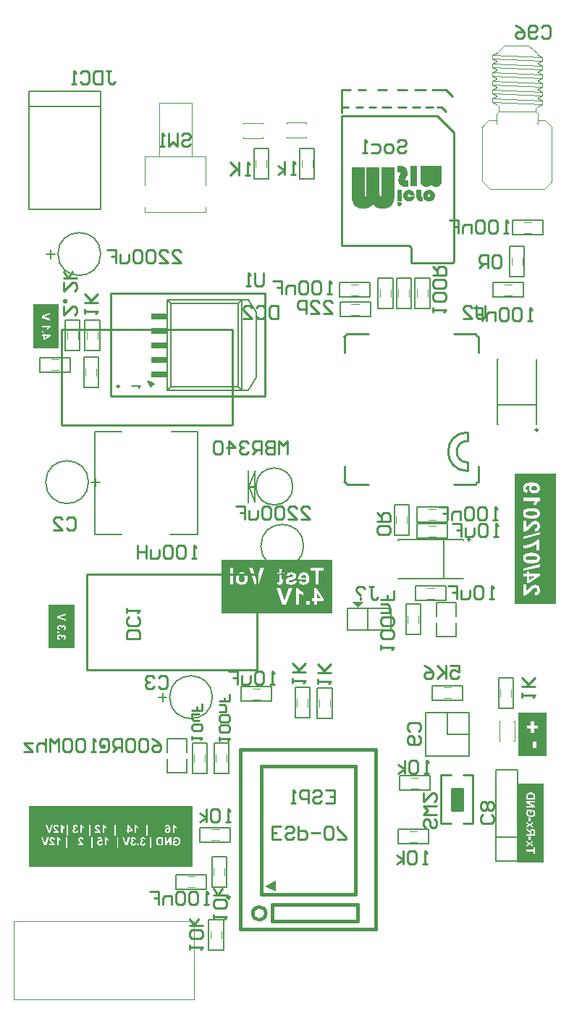
<source format=gto>
G04*
G04 #@! TF.GenerationSoftware,Altium Limited,Altium Designer,20.1.12 (249)*
G04*
G04 Layer_Color=65535*
%FSTAX24Y24*%
%MOIN*%
G70*
G04*
G04 #@! TF.SameCoordinates,6AE243D0-3920-4146-A994-36ACE33FB78E*
G04*
G04*
G04 #@! TF.FilePolarity,Positive*
G04*
G01*
G75*
%ADD10C,0.0050*%
%ADD11C,0.0080*%
%ADD12C,0.0160*%
%ADD13C,0.0118*%
%ADD14C,0.0098*%
%ADD15C,0.0100*%
%ADD16C,0.0040*%
%ADD17C,0.0079*%
%ADD18C,0.0070*%
%ADD19R,0.0500X0.1000*%
%ADD20R,0.0740X0.0299*%
G36*
X145661Y011495D02*
X146161Y011745D01*
Y011245D01*
X145661Y011495D01*
D02*
G37*
G36*
X149941Y024338D02*
X149691Y024588D01*
X150191D01*
X149941Y024338D01*
D02*
G37*
G36*
X15714Y024476D02*
X15904D01*
Y03048D01*
X15714D01*
Y024476D01*
D02*
G37*
G36*
X157291Y0126D02*
X158477D01*
Y016211D01*
X157291D01*
Y0126D01*
D02*
G37*
G36*
X143644Y025374D02*
X148741D01*
Y026536D01*
X143644D01*
Y025374D01*
D02*
G37*
G36*
D02*
Y024069D01*
X148741D01*
Y025374D01*
X143644D01*
D02*
G37*
G36*
X134778Y013836D02*
Y0124D01*
X142325D01*
Y013836D01*
Y015197D01*
X134778D01*
Y013836D01*
D02*
G37*
G36*
X157305Y017479D02*
X158619D01*
Y019479D01*
X157305D01*
Y017479D01*
D02*
G37*
G36*
X149635Y043256D02*
Y043253D01*
Y043244D01*
Y043233D01*
X149637Y043212D01*
X14964Y043192D01*
X149643Y043166D01*
X149646Y043139D01*
X149655Y043107D01*
X149672Y043043D01*
X149699Y042973D01*
X149716Y042938D01*
X14974Y042903D01*
X149763Y042871D01*
X149789Y042839D01*
X149792Y042836D01*
X149795Y042833D01*
X149804Y042824D01*
X149818Y042813D01*
X149833Y042801D01*
X14985Y042787D01*
X149874Y042772D01*
X149897Y042757D01*
X149955Y042728D01*
X150025Y042702D01*
X150104Y042682D01*
X150145Y042679D01*
X150192Y042676D01*
X150206D01*
X150221Y042679D01*
X150241D01*
X150264Y042685D01*
X150294Y04269D01*
X150323Y042696D01*
X150358Y042708D01*
X150393Y042722D01*
X150428Y042737D01*
X150463Y04276D01*
X150501Y042784D01*
X150533Y042813D01*
X150565Y042848D01*
X150597Y042886D01*
X150623Y042932D01*
Y042929D01*
X150626Y042927D01*
X150635Y042912D01*
X150652Y042889D01*
X150673Y042859D01*
X150699Y04283D01*
X150728Y042798D01*
X150763Y042766D01*
X150804Y04274D01*
X15081Y042737D01*
X150824Y042731D01*
X150848Y042719D01*
X15088Y042708D01*
X150921Y042696D01*
X150967Y042685D01*
X15102Y042679D01*
X151078Y042676D01*
X151104D01*
X151122Y042679D01*
X151142Y042682D01*
X151168Y042685D01*
X151224Y042696D01*
X151288Y042717D01*
X151323Y042728D01*
X151355Y042746D01*
X151387Y042766D01*
X151419Y042787D01*
X151448Y042813D01*
X151475Y042842D01*
X151477Y042845D01*
X15148Y042851D01*
X151486Y042859D01*
X151498Y042871D01*
X151507Y042889D01*
X151518Y042909D01*
X151533Y042932D01*
X151545Y042962D01*
X151559Y042991D01*
X151571Y043026D01*
X151582Y043064D01*
X151594Y043104D01*
X151603Y043151D01*
X151609Y043198D01*
X151612Y043247D01*
X151615Y043303D01*
Y044594D01*
X151017D01*
Y043384D01*
Y043381D01*
Y043373D01*
Y043358D01*
Y043344D01*
X151011Y043311D01*
X151008Y043297D01*
X151005Y043288D01*
X151002Y043285D01*
X150999Y043276D01*
X150988Y043271D01*
X150973Y043268D01*
X15097D01*
X150964Y043271D01*
X150958Y043274D01*
X15095Y043282D01*
X150938Y043294D01*
X150932Y043314D01*
X150926Y043341D01*
X150923Y043376D01*
Y044594D01*
X150326D01*
Y043384D01*
Y043381D01*
Y043373D01*
Y043358D01*
Y043344D01*
X15032Y043311D01*
X150317Y043297D01*
X150314Y043288D01*
X150311Y043285D01*
X150308Y043276D01*
X150296Y043271D01*
X150282Y043268D01*
X150279D01*
X150273Y043271D01*
X150267Y043274D01*
X150259Y043282D01*
X150247Y043297D01*
X150241Y043317D01*
X150235Y043346D01*
X150232Y043384D01*
Y044594D01*
X149635D01*
Y043256D01*
D02*
G37*
G36*
X152623Y043262D02*
Y043261D01*
Y043257D01*
Y043252D01*
X152624Y043244D01*
X152625Y043234D01*
X152626Y043223D01*
X152629Y043211D01*
X152631Y043198D01*
X152638Y04317D01*
X152649Y04314D01*
X152656Y043125D01*
X152665Y043111D01*
X152673Y043096D01*
X152684Y043083D01*
X152685Y043082D01*
X152688Y04308D01*
X152691Y043077D01*
X152695Y043072D01*
X152702Y043068D01*
X15271Y043061D01*
X152718Y043056D01*
X152728Y043049D01*
X15274Y043043D01*
X152752Y043037D01*
X152765Y043031D01*
X152781Y043026D01*
X152796Y043022D01*
X152813Y043019D01*
X152831Y043017D01*
X152849Y043015D01*
X152859D01*
X152867Y043017D01*
X152877Y043018D01*
X152888Y043019D01*
X152902Y043021D01*
X152918Y043024D01*
Y043242D01*
X152917D01*
X152913Y04324D01*
X152907Y043238D01*
X1529Y043236D01*
X152884Y043233D01*
X152877Y043231D01*
X152869D01*
X152865Y043232D01*
X152859Y043234D01*
X152852Y04324D01*
X152844Y043247D01*
X152841Y043253D01*
X152838Y043259D01*
X152835Y043267D01*
X152834Y043277D01*
X152832Y043287D01*
Y043299D01*
Y043544D01*
X152623D01*
Y043262D01*
D02*
G37*
G36*
X152271Y043554D02*
X152264D01*
X152253Y043553D01*
X152242Y043551D01*
X152229Y043549D01*
X152215Y043546D01*
X1522Y043541D01*
X152185Y043536D01*
X152168Y04353D01*
X152152Y043523D01*
X152136Y043513D01*
X152119Y043503D01*
X152104Y043491D01*
X152089Y043477D01*
X152088Y043476D01*
X152085Y043473D01*
X152081Y043469D01*
X152077Y043463D01*
X152071Y043455D01*
X152065Y043445D01*
X152057Y043434D01*
X15205Y043422D01*
X152043Y043409D01*
X152035Y043394D01*
X152029Y043377D01*
X152023Y043361D01*
X152019Y043342D01*
X152014Y043323D01*
X152012Y043302D01*
X152011Y043281D01*
Y04328D01*
Y043277D01*
X152012Y04327D01*
Y043262D01*
X152013Y043254D01*
X152015Y043243D01*
X152018Y04323D01*
X152021Y043217D01*
X152025Y043202D01*
X152031Y043187D01*
X152036Y043172D01*
X152044Y043156D01*
X152054Y04314D01*
X152064Y043125D01*
X152076Y043109D01*
X15209Y043094D01*
X152091Y043093D01*
X152093Y043091D01*
X152097Y043087D01*
X152104Y043082D01*
X152112Y043076D01*
X152121Y043069D01*
X152131Y043062D01*
X152143Y043055D01*
X152156Y043047D01*
X152172Y043041D01*
X152187Y043034D01*
X152205Y043028D01*
X152222Y043023D01*
X152241Y043019D01*
X15226Y043017D01*
X152281Y043015D01*
X152291D01*
X152297Y043017D01*
X152306Y043018D01*
X152316Y043019D01*
X152327Y043021D01*
X152339Y043023D01*
X152365Y043031D01*
X152379Y043035D01*
X152395Y043042D01*
X152409Y043049D01*
X152424Y043057D01*
X152438Y043067D01*
X152453Y043078D01*
X152454Y043079D01*
X152456Y043081D01*
X152459Y043084D01*
X152465Y043089D01*
X15247Y043095D01*
X152477Y043103D01*
X152484Y043112D01*
X152492Y043122D01*
X1525Y043134D01*
X152508Y043146D01*
X152516Y04316D01*
X152524Y043175D01*
X15253Y04319D01*
X152536Y043208D01*
X152541Y043226D01*
X152546Y043246D01*
X15234Y043254D01*
X152339Y043253D01*
X152336Y043248D01*
X15233Y043243D01*
X152324Y043236D01*
X152315Y043231D01*
X152305Y043225D01*
X152295Y043221D01*
X152283Y04322D01*
X152279D01*
X152273Y043221D01*
X152268Y043222D01*
X15226Y043224D01*
X152253Y043228D01*
X152245Y043232D01*
X152238Y043238D01*
X152237Y04324D01*
X152236Y043242D01*
X152233Y043245D01*
X152231Y04325D01*
X152228Y043257D01*
X152224Y043265D01*
X152223Y043275D01*
X152222Y043284D01*
Y043285D01*
Y043289D01*
X152223Y043294D01*
X152224Y043302D01*
X152226Y043309D01*
X15223Y043317D01*
X152234Y043325D01*
X152241Y043332D01*
X152242Y043334D01*
X152244Y043336D01*
X152248Y043338D01*
X152254Y043341D01*
X15226Y043346D01*
X152268Y043348D01*
X152277Y04335D01*
X152287Y043351D01*
X152289D01*
X152293Y04335D01*
X1523Y043348D01*
X152308Y043344D01*
X152318Y043338D01*
X152328Y043327D01*
X152332Y043322D01*
X152338Y043314D01*
X152341Y043305D01*
X152346Y043295D01*
X15255Y043288D01*
Y043289D01*
Y043293D01*
X152549Y0433D01*
X152548Y043308D01*
X152546Y043318D01*
X152543Y04333D01*
X15254Y043343D01*
X152536Y043359D01*
X152526Y043389D01*
X152518Y043406D01*
X152511Y043422D01*
X152502Y043438D01*
X152491Y043454D01*
X152479Y043469D01*
X152466Y043483D01*
X152465Y043484D01*
X152463Y043487D01*
X152458Y04349D01*
X152453Y043494D01*
X152445Y0435D01*
X152436Y043506D01*
X152426Y043513D01*
X152414Y043519D01*
X152401Y043526D01*
X152388Y043532D01*
X152373Y043539D01*
X152356Y043544D01*
X152339Y043549D01*
X152322Y043552D01*
X152302Y043554D01*
X152282Y043555D01*
X152277D01*
X152271Y043554D01*
D02*
G37*
G36*
X151735Y043026D02*
X151943D01*
Y043544D01*
X151735D01*
Y043026D01*
D02*
G37*
G36*
X153189Y043553D02*
X153182D01*
X153172Y043552D01*
X153161Y04355D01*
X153148Y043548D01*
X153134Y043544D01*
X153119Y04354D01*
X153104Y043535D01*
X153088Y043529D01*
X153071Y043522D01*
X153055Y043512D01*
X15304Y043502D01*
X153023Y04349D01*
X153008Y043476D01*
X153007Y043475D01*
X153005Y043472D01*
X153Y043468D01*
X152996Y043461D01*
X152989Y043454D01*
X152983Y043445D01*
X152975Y043434D01*
X152969Y043422D01*
X152961Y043409D01*
X152953Y043395D01*
X152947Y043378D01*
X15294Y043362D01*
X152936Y043343D01*
X152931Y043325D01*
X152929Y043305D01*
X152928Y043284D01*
Y043283D01*
Y043279D01*
X152929Y043273D01*
Y043266D01*
X15293Y043256D01*
X152933Y043245D01*
X152935Y043232D01*
X152938Y043219D01*
X152942Y043203D01*
X152948Y043188D01*
X152954Y043173D01*
X152962Y043156D01*
X152971Y04314D01*
X152982Y043125D01*
X152994Y043109D01*
X153008Y043094D01*
X153009Y043093D01*
X153011Y043091D01*
X153016Y043087D01*
X153022Y043082D01*
X15303Y043076D01*
X15304Y043069D01*
X153051Y043062D01*
X153063Y043055D01*
X153076Y043047D01*
X153091Y043041D01*
X153107Y043034D01*
X153125Y043028D01*
X153143Y043023D01*
X153163Y043019D01*
X153183Y043017D01*
X153205Y043015D01*
X153216D01*
X153223Y043017D01*
X153233Y043018D01*
X153244Y04302D01*
X153257Y043022D01*
X15327Y043025D01*
X153284Y04303D01*
X1533Y043035D01*
X153316Y043042D01*
X153331Y043049D01*
X153348Y043058D01*
X153364Y043069D01*
X15338Y043081D01*
X153395Y043095D01*
X153396Y043096D01*
X153398Y043099D01*
X153402Y043103D01*
X153407Y043109D01*
X153413Y043117D01*
X15342Y043126D01*
X153427Y043137D01*
X153434Y043149D01*
X153442Y043162D01*
X153448Y043176D01*
X153455Y043191D01*
X153462Y043208D01*
X153466Y043225D01*
X15347Y043245D01*
X153472Y043264D01*
X153474Y043284D01*
Y043285D01*
Y04329D01*
Y043295D01*
X153472Y043303D01*
X153471Y043313D01*
X153469Y043324D01*
X153467Y043337D01*
X153464Y04335D01*
X153459Y043365D01*
X153454Y043381D01*
X153447Y043396D01*
X15344Y043412D01*
X153431Y043429D01*
X15342Y043445D01*
X153408Y04346D01*
X153394Y043476D01*
X153393Y043477D01*
X15339Y043479D01*
X153386Y043483D01*
X15338Y043488D01*
X153372Y043494D01*
X153362Y043501D01*
X153352Y043507D01*
X15334Y043515D01*
X153326Y043523D01*
X153312Y043529D01*
X153295Y043536D01*
X153279Y043542D01*
X15326Y043547D01*
X153241Y043551D01*
X153221Y043553D01*
X1532Y043554D01*
X153195D01*
X153189Y043553D01*
D02*
G37*
G36*
X151822Y043002D02*
X151812Y043D01*
X1518Y042997D01*
X151787Y042991D01*
X151775Y042985D01*
X151763Y042976D01*
X151762Y042975D01*
X151759Y042971D01*
X151754Y042965D01*
X151749Y042956D01*
X151743Y042946D01*
X151739Y042934D01*
X151736Y042919D01*
X151735Y042904D01*
Y042902D01*
Y042897D01*
X151737Y04289D01*
X151739Y042881D01*
X151742Y04287D01*
X151748Y042858D01*
X151755Y042846D01*
X151765Y042835D01*
X151766Y042834D01*
X151771Y042831D01*
X151777Y042825D01*
X151786Y04282D01*
X151797Y042814D01*
X151809Y042809D01*
X151823Y042806D01*
X151838Y042805D01*
X151846D01*
X151854Y042806D01*
X151864Y042808D01*
X151876Y042812D01*
X151888Y042818D01*
X1519Y042825D01*
X151912Y042835D01*
X151913Y042836D01*
X151917Y042841D01*
X151921Y042846D01*
X151928Y042855D01*
X151933Y042865D01*
X151939Y042877D01*
X151942Y04289D01*
X151943Y042904D01*
Y042906D01*
Y042912D01*
X151942Y042919D01*
X15194Y042929D01*
X151936Y042941D01*
X151931Y042953D01*
X151924Y042965D01*
X151914Y042976D01*
X151913Y042977D01*
X151908Y04298D01*
X151902Y042985D01*
X151893Y042989D01*
X151882Y042995D01*
X15187Y042999D01*
X151855Y043002D01*
X151838Y043003D01*
X151831D01*
X151822Y043002D01*
D02*
G37*
G36*
X151851Y044666D02*
X151834Y044663D01*
X151812Y044659D01*
X151789Y044653D01*
X151762Y044644D01*
X151735Y044633D01*
Y044346D01*
X151737Y044347D01*
X151743Y04435D01*
X151754Y044354D01*
X151767Y044359D01*
X151794Y044367D01*
X151806Y04437D01*
X151818Y044372D01*
X151822D01*
X151828Y04437D01*
X151835D01*
X15185Y044365D01*
X151859Y044362D01*
X151866Y044356D01*
X151867Y044354D01*
X151869Y044353D01*
X151876Y044344D01*
X151883Y044332D01*
X151885Y044324D01*
X151886Y044315D01*
Y044314D01*
Y044312D01*
X151885Y044306D01*
X151882Y044299D01*
X151877Y044289D01*
X15187Y044274D01*
X151861Y044257D01*
X15185Y044235D01*
Y044233D01*
X151847Y04423D01*
X151844Y044223D01*
X15184Y044216D01*
X151835Y044206D01*
X151829Y044194D01*
X151825Y044181D01*
X151819Y044165D01*
X151807Y044131D01*
X151797Y044095D01*
X15179Y044054D01*
X151789Y044034D01*
X151787Y044013D01*
Y044012D01*
Y044007D01*
Y044D01*
X151789Y043991D01*
X15179Y04398D01*
X151791Y043967D01*
X151794Y04395D01*
X151799Y043934D01*
X15181Y043898D01*
X151818Y043879D01*
X151826Y04386D01*
X151838Y04384D01*
X151851Y043821D01*
X151866Y043802D01*
X151882Y043783D01*
X151883Y043781D01*
X151886Y043778D01*
X151892Y043774D01*
X151899Y043767D01*
X151908Y043759D01*
X15192Y043752D01*
X151931Y043743D01*
X151946Y043733D01*
X151962Y043724D01*
X15198Y043716D01*
X152019Y0437D01*
X152041Y043694D01*
X152063Y043689D01*
X152086Y043687D01*
X152111Y043685D01*
X152121D01*
X152133Y043687D01*
X152149Y043688D01*
X152168Y043691D01*
X152188Y043695D01*
X152211Y043701D01*
X152236Y04371D01*
Y043991D01*
X152235D01*
X152229Y04399D01*
X15222Y043988D01*
X152211Y043985D01*
X152191Y043983D01*
X152182Y043981D01*
X152172D01*
X152168Y043983D01*
X152162Y043984D01*
X152149Y043988D01*
X152141Y043994D01*
X152134Y044D01*
Y044002D01*
X152131Y044003D01*
X152128Y044007D01*
X152125Y044013D01*
X152119Y044026D01*
X152118Y044035D01*
X152117Y044044D01*
Y044045D01*
Y044048D01*
X152118Y044054D01*
X152119Y044061D01*
X152122Y04407D01*
X152125Y044082D01*
X152131Y044093D01*
X152138Y044108D01*
X152159Y044143D01*
Y044144D01*
X152162Y044147D01*
X152165Y044153D01*
X152168Y04416D01*
X152172Y044169D01*
X152178Y044179D01*
X152188Y044204D01*
X152198Y044235D01*
X152208Y044267D01*
X152214Y044302D01*
X152217Y044337D01*
Y044338D01*
Y044343D01*
Y04435D01*
X152216Y04436D01*
X152214Y044372D01*
X152211Y044386D01*
X152208Y044402D01*
X152206Y044419D01*
X152192Y044456D01*
X152185Y044475D01*
X152175Y044496D01*
X152165Y044516D01*
X15215Y044535D01*
X152136Y044554D01*
X152118Y044573D01*
X152117Y044574D01*
X152114Y044577D01*
X152108Y044582D01*
X152101Y044588D01*
X15209Y044595D01*
X152079Y044604D01*
X152066Y044611D01*
X152051Y04462D01*
X152033Y04463D01*
X152016Y044637D01*
X151996Y044646D01*
X151975Y044653D01*
X151952Y044659D01*
X151928Y044663D01*
X151904Y044666D01*
X151877Y044668D01*
X151866D01*
X151851Y044666D01*
D02*
G37*
G36*
X152802Y043975D02*
Y043974D01*
Y043969D01*
Y043964D01*
X152803Y043953D01*
X152805Y043943D01*
X152806Y04393D01*
X152808Y043917D01*
X152812Y043901D01*
X152821Y043869D01*
X152834Y043834D01*
X152843Y043816D01*
X152854Y043799D01*
X152866Y043783D01*
X152879Y043767D01*
X152881Y043765D01*
X152882Y043764D01*
X152886Y043759D01*
X152894Y043754D01*
X152901Y043748D01*
X15291Y043741D01*
X152921Y043733D01*
X152933Y043726D01*
X152962Y043711D01*
X152997Y043698D01*
X153037Y043688D01*
X153057Y043687D01*
X15308Y043685D01*
X153088D01*
X153095Y043687D01*
X153105D01*
X153117Y043689D01*
X153131Y043692D01*
X153146Y043695D01*
X153163Y043701D01*
X153181Y043708D01*
X153198Y043716D01*
X153216Y043727D01*
X153235Y043739D01*
X153251Y043754D01*
X153267Y043771D01*
X153283Y04379D01*
X153296Y043813D01*
Y043812D01*
X153298Y043811D01*
X153302Y043803D01*
X153311Y043792D01*
X153321Y043777D01*
X153334Y043762D01*
X153349Y043746D01*
X153366Y04373D01*
X153386Y043717D01*
X153389Y043716D01*
X153397Y043713D01*
X153408Y043707D01*
X153424Y043701D01*
X153445Y043695D01*
X153468Y043689D01*
X153494Y043687D01*
X153524Y043685D01*
X153537D01*
X153545Y043687D01*
X153556Y043688D01*
X153569Y043689D01*
X153596Y043695D01*
X153629Y043706D01*
X153646Y043711D01*
X153662Y04372D01*
X153678Y04373D01*
X153694Y043741D01*
X153709Y043754D01*
X153722Y043768D01*
X153723Y04377D01*
X153725Y043773D01*
X153728Y043777D01*
X153733Y043783D01*
X153738Y043792D01*
X153744Y043802D01*
X153751Y043813D01*
X153757Y043828D01*
X153764Y043843D01*
X15377Y04386D01*
X153776Y043879D01*
X153782Y043899D01*
X153786Y043923D01*
X153789Y043946D01*
X15379Y043971D01*
X153792Y043999D01*
Y044644D01*
X153493D01*
Y044039D01*
Y044038D01*
Y044034D01*
Y044026D01*
Y044019D01*
X15349Y044003D01*
X153489Y043996D01*
X153487Y043991D01*
X153486Y04399D01*
X153484Y043985D01*
X153478Y043983D01*
X153471Y043981D01*
X15347D01*
X153467Y043983D01*
X153464Y043984D01*
X153459Y043988D01*
X153454Y043994D01*
X153451Y044004D01*
X153448Y044018D01*
X153446Y044035D01*
Y044644D01*
X153147D01*
Y044039D01*
Y044038D01*
Y044034D01*
Y044026D01*
Y044019D01*
X153144Y044003D01*
X153143Y043996D01*
X153142Y043991D01*
X15314Y04399D01*
X153139Y043985D01*
X153133Y043983D01*
X153125Y043981D01*
X153124D01*
X153121Y043983D01*
X153118Y043984D01*
X153114Y043988D01*
X153108Y043996D01*
X153105Y044006D01*
X153102Y04402D01*
X153101Y044039D01*
Y044644D01*
X152802D01*
Y043975D01*
D02*
G37*
G36*
X152359Y043708D02*
X152657D01*
Y044644D01*
X152359D01*
Y043708D01*
D02*
G37*
G36*
X134985Y036256D02*
X136158D01*
Y038287D01*
X134985D01*
Y036256D01*
D02*
G37*
G36*
X13569Y022441D02*
X136871D01*
Y024462D01*
X13569D01*
Y022441D01*
D02*
G37*
%LPC*%
G36*
X157533Y030086D02*
X157925D01*
X157962Y030085D01*
X157996Y030083D01*
X158027Y03008D01*
X158057Y030074D01*
X158083Y030069D01*
X158107Y030063D01*
X158129Y030056D01*
X158149Y030049D01*
X158165Y030042D01*
X158179Y030036D01*
X158191Y030029D01*
X158201Y030024D01*
X158209Y030018D01*
X158214Y030015D01*
X158217Y030013D01*
X158219Y030012D01*
X158234Y029998D01*
X158248Y029982D01*
X15826Y029967D01*
X15827Y029952D01*
X158279Y029935D01*
X158286Y02992D01*
X158292Y029905D01*
X158297Y029889D01*
X158301Y029876D01*
X158304Y029863D01*
X158306Y029852D01*
X158307Y029842D01*
Y029834D01*
X158308Y029828D01*
Y029823D01*
X158307Y029803D01*
X158305Y029786D01*
X158302Y029768D01*
X158297Y029752D01*
X158292Y029736D01*
X158285Y029722D01*
X15828Y029708D01*
X158273Y029697D01*
X158266Y029686D01*
X15826Y029676D01*
X158254Y029669D01*
X158248Y029661D01*
X158244Y029656D01*
X15824Y029652D01*
X158238Y02965D01*
X158237Y029649D01*
X158223Y029637D01*
X158209Y029627D01*
X158193Y029617D01*
X158178Y02961D01*
X158163Y029603D01*
X158146Y029598D01*
X158117Y02959D01*
X158104Y029587D01*
X158091Y029585D01*
X15808Y029583D01*
X15807Y029582D01*
X158061Y029581D01*
X158308D01*
X15805D01*
X158031Y029582D01*
X158011Y029585D01*
X157992Y029587D01*
X157976Y029591D01*
X15796Y029597D01*
X157945Y029602D01*
X157931Y029607D01*
X157919Y029614D01*
X157908Y029619D01*
X157898Y029625D01*
X157891Y02963D01*
X157883Y029636D01*
X157879Y02964D01*
X157874Y029642D01*
X157872Y029645D01*
X157871Y029646D01*
X157859Y029658D01*
X157848Y029671D01*
X157839Y029684D01*
X157832Y029697D01*
X157825Y02971D01*
X157819Y029722D01*
X157811Y029746D01*
X157805Y029767D01*
X157804Y029776D01*
X157803Y029783D01*
X157802Y02979D01*
Y029799D01*
X157803Y029814D01*
X157805Y029828D01*
X157808Y029841D01*
X157812Y029854D01*
X157822Y029879D01*
X157834Y029898D01*
X157846Y029913D01*
X157851Y02992D01*
X157856Y029926D01*
X15786Y02993D01*
X157863Y029933D01*
X157864Y029934D01*
X157866Y029935D01*
X157843Y029933D01*
X157821Y029931D01*
X157801Y029929D01*
X157784Y029926D01*
X157768Y029922D01*
X157754Y029919D01*
X157742Y029916D01*
X157731Y029912D01*
X157721Y029908D01*
X157714Y029906D01*
X157707Y029903D01*
X157703Y0299D01*
X157698Y029898D01*
X157696Y029896D01*
X157694Y029895D01*
X157681Y029883D01*
X157671Y02987D01*
X157663Y029858D01*
X157659Y029846D01*
X157656Y029835D01*
X157655Y029827D01*
X157654Y029822D01*
Y02982D01*
X157655Y029807D01*
X157657Y029795D01*
X15766Y029787D01*
X157663Y029778D01*
X157667Y029771D01*
X15767Y029767D01*
X157672Y029764D01*
X157673Y029763D01*
X157682Y029755D01*
X157692Y02975D01*
X157703Y029745D01*
X157714Y029742D01*
X157722Y029739D01*
X15773Y029738D01*
X157735Y029736D01*
X157738D01*
X157721Y029597D01*
X157704Y0296D01*
X157688Y029604D01*
X157673Y029609D01*
X15766Y029614D01*
X157647Y029619D01*
X157635Y029625D01*
X157625Y029632D01*
X157615Y029637D01*
X157608Y029644D01*
X1576Y029648D01*
X157594Y029653D01*
X157589Y029658D01*
X157586Y029661D01*
X157582Y029664D01*
X157581Y029665D01*
X15758Y029666D01*
X157572Y029677D01*
X157565Y029688D01*
X157553Y029712D01*
X157545Y029735D01*
X157539Y029758D01*
X157535Y029779D01*
X157534Y029788D01*
Y029795D01*
X157533Y029801D01*
Y029581D01*
X157533D01*
X157533D01*
Y02981D01*
X157534Y029833D01*
X157538Y029853D01*
X157542Y029873D01*
X157547Y029893D01*
X157555Y02991D01*
X157563Y029927D01*
X15757Y029942D01*
X157579Y029955D01*
X157588Y029967D01*
X157596Y029978D01*
X157604Y029987D01*
X157611Y029994D01*
X157616Y030001D01*
X157621Y030005D01*
X157624Y030007D01*
X157625Y030009D01*
X157644Y030023D01*
X157664Y030034D01*
X157687Y030045D01*
X15771Y030053D01*
X157735Y030061D01*
X157761Y030068D01*
X157785Y030072D01*
X15781Y030076D01*
X157833Y03008D01*
X157854Y030082D01*
X157873Y030084D01*
X157891Y030085D01*
X157905Y030086D01*
X157533D01*
D02*
G37*
G36*
X157547Y029375D02*
X158308D01*
Y029042D01*
Y029257D01*
X158283Y029246D01*
X15826Y029231D01*
X158238Y029216D01*
X158221Y029201D01*
X158207Y029188D01*
X158196Y029176D01*
X158191Y029171D01*
X158188Y029168D01*
X158187Y029166D01*
X158186Y029165D01*
X158168Y029141D01*
X158153Y029118D01*
X158141Y029097D01*
X158132Y029078D01*
X158126Y029063D01*
X15812Y029052D01*
X158119Y029048D01*
X158118Y029045D01*
X158117Y029043D01*
Y029042D01*
X158308D01*
X157986D01*
X158001Y029082D01*
X158017Y029117D01*
X158026Y029133D01*
X158036Y029148D01*
X158045Y029163D01*
X158054Y029176D01*
X158062Y029188D01*
X15807Y029199D01*
X158076Y029207D01*
X158083Y029215D01*
X158089Y029222D01*
X158092Y029226D01*
X158094Y029228D01*
X158095Y029229D01*
X157547D01*
Y029375D01*
D02*
G37*
G36*
X157533Y028907D02*
D01*
Y028661D01*
X157534Y028681D01*
X157537Y028699D01*
X157541Y028718D01*
X157545Y028734D01*
X157551Y028749D01*
X157557Y028764D01*
X157565Y028776D01*
X157573Y028788D01*
X157579Y028798D01*
X157587Y028807D01*
X157593Y028815D01*
X157599Y028822D01*
X157603Y028826D01*
X157608Y028829D01*
X15761Y028831D01*
X157611Y028833D01*
X157629Y028846D01*
X157651Y028857D01*
X157674Y028867D01*
X157699Y028875D01*
X157725Y028883D01*
X15775Y028888D01*
X157776Y028894D01*
X157801Y028898D01*
X157825Y0289D01*
X157847Y028902D01*
X157868Y028905D01*
X157885Y028906D01*
X157899Y028907D01*
X15792D01*
X15796Y028906D01*
X157996Y028904D01*
X158028Y0289D01*
X158059Y028895D01*
X158087Y028889D01*
X158113Y028884D01*
X158136Y028876D01*
X158155Y02887D01*
X158174Y028863D01*
X158188Y028857D01*
X158201Y02885D01*
X158212Y028845D01*
X15822Y028839D01*
X158225Y028836D01*
X158228Y028834D01*
X15823Y028833D01*
X158244Y028821D01*
X158256Y028807D01*
X158266Y028793D01*
X158275Y028779D01*
X158283Y028765D01*
X158289Y028751D01*
X158294Y028737D01*
X158298Y028723D01*
X158302Y02871D01*
X158304Y028699D01*
X158306Y028688D01*
X158307Y028679D01*
X158308Y028672D01*
Y028661D01*
X158307Y028641D01*
X158305Y028623D01*
X158301Y028604D01*
X158296Y028588D01*
X15829Y028572D01*
X158283Y028558D01*
X158277Y028546D01*
X158269Y028534D01*
X158261Y028524D01*
X158255Y028514D01*
X158248Y028507D01*
X158242Y028501D01*
X158237Y028496D01*
X158233Y028493D01*
X158231Y02849D01*
X15823Y028489D01*
X158211Y028476D01*
X158189Y028465D01*
X158166Y028455D01*
X158142Y028447D01*
X158117Y02844D01*
X158091Y028434D01*
X158066Y028429D01*
X15804Y028425D01*
X158016Y028423D01*
X157995Y02842D01*
X157974Y028418D01*
X157956Y028417D01*
X157942Y028416D01*
X157533D01*
Y028907D01*
D02*
G37*
G36*
X157547Y028318D02*
X157682D01*
Y028029D01*
X157696Y028038D01*
X157708Y028048D01*
X157714Y028052D01*
X157718Y028055D01*
X15772Y028058D01*
X157721Y028059D01*
X157726Y028063D01*
X157731Y028067D01*
X157743Y028081D01*
X157757Y028095D01*
X157772Y028109D01*
X157785Y028123D01*
X157796Y028135D01*
X1578Y02814D01*
X157803Y028143D01*
X157804Y028145D01*
X157805Y028146D01*
X157828Y02817D01*
X157847Y02819D01*
X157864Y028206D01*
X157878Y028219D01*
X157889Y028229D01*
X157896Y028236D01*
X157902Y02824D01*
X157903Y028241D01*
X157921Y028255D01*
X157939Y028267D01*
X157955Y028277D01*
X157969Y028285D01*
X157981Y028291D01*
X157991Y028296D01*
X157997Y028298D01*
X157999Y028299D01*
X158016Y028306D01*
X158034Y02831D01*
X15805Y028313D01*
X158066Y028316D01*
X158078Y028317D01*
X158087Y028318D01*
X158096D01*
X158113Y028317D01*
X158129Y028314D01*
X158144Y028312D01*
X158158Y028308D01*
X158184Y028297D01*
X158205Y028286D01*
X158215Y028279D01*
X158223Y028274D01*
X158231Y028269D01*
X158236Y028263D01*
X15824Y028259D01*
X158245Y028257D01*
X158246Y028254D01*
X158247Y028253D01*
X158258Y028241D01*
X158268Y028227D01*
X158275Y028214D01*
X158282Y028199D01*
X158293Y02817D01*
X158301Y028142D01*
X158303Y028129D01*
X158305Y028117D01*
X158306Y028106D01*
X158307Y028096D01*
X158308Y028088D01*
Y02809D01*
Y028088D01*
Y028077D01*
X158307Y028059D01*
X158306Y028041D01*
X158301Y028007D01*
X158292Y027979D01*
X158287Y027966D01*
X158282Y027954D01*
X158278Y027943D01*
X158272Y027934D01*
X158268Y027925D01*
X158265Y027919D01*
X15826Y027913D01*
X158258Y02791D01*
X158257Y027908D01*
X158256Y027907D01*
X158245Y027895D01*
X158234Y027884D01*
X158221Y027874D01*
X158207Y027865D01*
X158178Y027852D01*
X158151Y027841D01*
X158137Y027838D01*
X158125Y027835D01*
X158114Y027831D01*
X158104Y02783D01*
X158095Y027828D01*
X15809D01*
X158085Y027827D01*
X158084D01*
X15807Y027971D01*
X158092Y027973D01*
X15811Y027978D01*
X158127Y027982D01*
X158139Y027988D01*
X158149Y027992D01*
X158155Y027996D01*
X15816Y028D01*
X158161Y028001D01*
X158169Y028012D01*
X158176Y028024D01*
X158181Y028036D01*
X158185Y028048D01*
X158187Y028058D01*
X158188Y028066D01*
Y028074D01*
X158187Y02809D01*
X158184Y028105D01*
X158179Y028117D01*
X158175Y028128D01*
X15817Y028135D01*
X158166Y028142D01*
X158163Y028145D01*
X158162Y028146D01*
X158151Y028155D01*
X158139Y028161D01*
X158127Y028166D01*
X158115Y028169D01*
X158104Y028171D01*
X158094Y028172D01*
X158089D01*
X158087D01*
X158086D01*
X15807Y028171D01*
X158055Y028168D01*
X158039Y028163D01*
X158026Y028157D01*
X158014Y028152D01*
X158005Y028146D01*
X158Y028143D01*
X157998Y028142D01*
X157991Y028137D01*
X157984Y028131D01*
X157974Y028122D01*
X157965Y028113D01*
X157944Y028094D01*
X157923Y028074D01*
X157904Y028054D01*
X157895Y028046D01*
X157889Y028037D01*
X157882Y02803D01*
X157878Y028026D01*
X157874Y028023D01*
X157873Y028022D01*
X157852Y028D01*
X157833Y02798D01*
X157814Y027961D01*
X157798Y027945D01*
X157781Y02793D01*
X157766Y027917D01*
X157753Y027905D01*
X15774Y027895D01*
X157729Y027886D01*
X157719Y027878D01*
X157711Y027872D01*
X157704Y027867D01*
X157699Y027863D01*
X157695Y027861D01*
X157693Y027859D01*
X157692D01*
X157667Y027844D01*
X15764Y027834D01*
X157616Y027825D01*
X157594Y027818D01*
X157575Y027814D01*
X157567Y027813D01*
X157561Y027812D01*
X157555Y027811D01*
X157551Y027809D01*
X157547D01*
Y028318D01*
D02*
G37*
G36*
X157534Y027784D02*
Y027595D01*
X158317Y027784D01*
Y027675D01*
X157534Y027488D01*
X158317D01*
X157534D01*
Y027784D01*
D02*
G37*
G36*
X157547Y027442D02*
Y027188D01*
X157586Y027189D01*
X157625Y027192D01*
X157663Y027197D01*
X157681Y0272D01*
X157698Y027203D01*
X157714Y027206D01*
X157729Y027209D01*
X157741Y027212D01*
X157752Y027214D01*
X157762Y027216D01*
X157768Y027218D01*
X157773Y027219D01*
X157774D01*
X157821Y027233D01*
X157866Y027249D01*
X157886Y027256D01*
X157906Y027265D01*
X157925Y027273D01*
X157942Y02728D01*
X157957Y027288D01*
X157972Y027295D01*
X157985Y027301D01*
X157995Y027306D01*
X158003Y02731D01*
X158009Y027313D01*
X158013Y027315D01*
X158014Y027317D01*
X158035Y027329D01*
X158055Y027341D01*
X158072Y027352D01*
X15809Y027362D01*
X158105Y027373D01*
X158119Y027384D01*
X158132Y027394D01*
X158144Y027403D01*
X158155Y027412D01*
X158164Y027419D01*
X158172Y027426D01*
X158178Y027431D01*
X158183Y027436D01*
X158186Y027439D01*
X158188Y027441D01*
X158189Y027442D01*
X157547D01*
X158294D01*
Y026946D01*
X15816D01*
Y027275D01*
X15811Y027239D01*
X158059Y027207D01*
X158035Y027192D01*
X15801Y027179D01*
X157987Y027167D01*
X157965Y027156D01*
X157944Y027146D01*
X157926Y027137D01*
X157908Y02713D01*
X157894Y027123D01*
X157883Y027119D01*
X157874Y027115D01*
X157869Y027113D01*
X157867Y027112D01*
X157836Y027101D01*
X157807Y027091D01*
X157777Y027084D01*
X157749Y027076D01*
X15772Y027071D01*
X157694Y027065D01*
X157669Y027061D01*
X157646Y027057D01*
X157625Y027054D01*
X157605Y027052D01*
X157589Y02705D01*
X157575Y027049D01*
X157563D01*
X157554Y027048D01*
X15755D01*
X157547D01*
Y027442D01*
D02*
G37*
G36*
X157533Y026849D02*
D01*
Y026603D01*
X157534Y026622D01*
X157537Y026641D01*
X157541Y02666D01*
X157545Y026676D01*
X157551Y026691D01*
X157557Y026706D01*
X157565Y026718D01*
X157573Y02673D01*
X157579Y026739D01*
X157587Y026749D01*
X157593Y026757D01*
X157599Y026763D01*
X157603Y026768D01*
X157608Y026771D01*
X15761Y026773D01*
X157611Y026774D01*
X157629Y026788D01*
X157651Y026798D01*
X157674Y026809D01*
X157699Y026817D01*
X157725Y026825D01*
X15775Y02683D01*
X157776Y026836D01*
X157801Y02684D01*
X157825Y026842D01*
X157847Y026844D01*
X157868Y026847D01*
X157885Y026848D01*
X157899Y026849D01*
X15792D01*
X15796Y026848D01*
X157996Y026845D01*
X158028Y026842D01*
X158059Y026837D01*
X158087Y026831D01*
X158113Y026826D01*
X158136Y026818D01*
X158155Y026812D01*
X158174Y026805D01*
X158188Y026798D01*
X158201Y026792D01*
X158212Y026786D01*
X15822Y026781D01*
X158225Y026778D01*
X158228Y026775D01*
X15823Y026774D01*
X158244Y026762D01*
X158256Y026749D01*
X158266Y026735D01*
X158275Y026721D01*
X158283Y026707D01*
X158289Y026692D01*
X158294Y026679D01*
X158298Y026665D01*
X158302Y026652D01*
X158304Y026641D01*
X158306Y02663D01*
X158307Y026621D01*
X158308Y026614D01*
Y026603D01*
X158307Y026583D01*
X158305Y026565D01*
X158301Y026546D01*
X158296Y02653D01*
X15829Y026514D01*
X158283Y0265D01*
X158277Y026488D01*
X158269Y026476D01*
X158261Y026466D01*
X158255Y026456D01*
X158248Y026449D01*
X158242Y026443D01*
X158237Y026438D01*
X158233Y026434D01*
X158231Y026432D01*
X15823Y026431D01*
X158211Y026418D01*
X158189Y026407D01*
X158166Y026397D01*
X158142Y026389D01*
X158117Y026382D01*
X158091Y026375D01*
X158066Y026371D01*
X15804Y026367D01*
X158016Y026365D01*
X157995Y026362D01*
X157974Y02636D01*
X157956Y026359D01*
X157942Y026358D01*
X157533D01*
Y026849D01*
D02*
G37*
G36*
X157534Y026314D02*
D01*
Y026125D01*
X158317Y026314D01*
Y026205D01*
X157534Y026018D01*
X158317D01*
X157534D01*
Y026314D01*
D02*
G37*
G36*
X157547Y025995D02*
D01*
Y025901D01*
X157699D01*
Y025995D01*
X157547D01*
X157826D01*
Y025901D01*
X158307D01*
Y025779D01*
X157825Y025451D01*
X158307D01*
X157699D01*
Y025761D01*
X157547D01*
Y025451D01*
D01*
Y025995D01*
D02*
G37*
G36*
Y025378D02*
X157682D01*
Y025089D01*
X157696Y025098D01*
X157708Y025108D01*
X157714Y025112D01*
X157718Y025115D01*
X15772Y025117D01*
X157721Y025119D01*
X157726Y025123D01*
X157731Y025127D01*
X157743Y02514D01*
X157757Y025155D01*
X157772Y025169D01*
X157785Y025183D01*
X157796Y025195D01*
X1578Y025199D01*
X157803Y025203D01*
X157804Y025205D01*
X157805Y025206D01*
X157828Y02523D01*
X157847Y02525D01*
X157864Y025266D01*
X157878Y025279D01*
X157889Y025289D01*
X157896Y025296D01*
X157902Y0253D01*
X157903Y025301D01*
X157921Y025315D01*
X157939Y025327D01*
X157955Y025337D01*
X157969Y025345D01*
X157981Y025351D01*
X157991Y025356D01*
X157997Y025358D01*
X157999Y025359D01*
X158016Y025366D01*
X158034Y02537D01*
X15805Y025373D01*
X158066Y025375D01*
X158078Y025376D01*
X158087Y025378D01*
X158096D01*
X158113Y025376D01*
X158129Y025374D01*
X158144Y025372D01*
X158158Y025368D01*
X158184Y025357D01*
X158205Y025346D01*
X158215Y025339D01*
X158223Y025334D01*
X158231Y025328D01*
X158236Y025323D01*
X15824Y025319D01*
X158245Y025316D01*
X158246Y025314D01*
X158247Y025313D01*
X158258Y025301D01*
X158268Y025287D01*
X158275Y025274D01*
X158282Y025258D01*
X158293Y02523D01*
X158301Y025202D01*
X158303Y025188D01*
X158305Y025176D01*
X158306Y025166D01*
X158307Y025156D01*
X158308Y025148D01*
Y025137D01*
X158307Y025119D01*
X158306Y025101D01*
X158301Y025067D01*
X158292Y025039D01*
X158287Y025026D01*
X158282Y025014D01*
X158278Y025003D01*
X158272Y024994D01*
X158268Y024985D01*
X158265Y024979D01*
X15826Y024973D01*
X158258Y02497D01*
X158257Y024968D01*
X158256Y024967D01*
X158245Y024955D01*
X158234Y024944D01*
X158221Y024934D01*
X158207Y024925D01*
X158178Y024912D01*
X158151Y024901D01*
X158137Y024898D01*
X158125Y024894D01*
X158114Y024891D01*
X158104Y02489D01*
X158095Y024888D01*
X15809D01*
X158085Y024887D01*
X158084D01*
X15807Y025031D01*
X158092Y025033D01*
X15811Y025038D01*
X158127Y025042D01*
X158139Y025047D01*
X158149Y025052D01*
X158155Y025056D01*
X15816Y025059D01*
X158161Y025061D01*
X158169Y025072D01*
X158176Y025084D01*
X158181Y025096D01*
X158185Y025108D01*
X158187Y025117D01*
X158188Y025126D01*
Y025134D01*
X158187Y02515D01*
X158184Y025164D01*
X158179Y025176D01*
X158175Y025187D01*
X15817Y025195D01*
X158166Y025202D01*
X158163Y025205D01*
X158162Y025206D01*
X158151Y025215D01*
X158139Y025221D01*
X158127Y025226D01*
X158115Y025229D01*
X158104Y025231D01*
X158094Y025232D01*
X158089D01*
X158087D01*
X158086D01*
X15807Y025231D01*
X158055Y025228D01*
X158039Y025222D01*
X158026Y025217D01*
X158014Y025211D01*
X158005Y025206D01*
X158Y025203D01*
X157998Y025202D01*
X157991Y025197D01*
X157984Y025191D01*
X157974Y025182D01*
X157965Y025173D01*
X157944Y025153D01*
X157923Y025134D01*
X157904Y025114D01*
X157895Y025105D01*
X157889Y025097D01*
X157882Y02509D01*
X157878Y025086D01*
X157874Y025082D01*
X157873Y025081D01*
X157852Y025059D01*
X157833Y02504D01*
X157814Y025021D01*
X157798Y025005D01*
X157781Y02499D01*
X157766Y024976D01*
X157753Y024964D01*
X15774Y024955D01*
X157729Y024946D01*
X157719Y024938D01*
X157711Y024932D01*
X157704Y024927D01*
X157699Y024923D01*
X157695Y024921D01*
X157693Y024918D01*
X157692D01*
X157667Y024904D01*
X15764Y024893D01*
X157616Y024885D01*
X157594Y024878D01*
X157575Y024874D01*
X157567Y024873D01*
X157561Y024871D01*
X157555Y02487D01*
X157551Y024869D01*
X157547D01*
Y025378D01*
D02*
G37*
%LPD*%
G36*
X158015Y029922D02*
X157996Y029919D01*
X157979Y029913D01*
X157965Y029909D01*
X157955Y029904D01*
X157948Y029898D01*
X157942Y029895D01*
X157941Y029894D01*
X15793Y029883D01*
X157922Y029871D01*
X157916Y029859D01*
X157913Y029848D01*
X15791Y029838D01*
X157909Y02983D01*
X157908Y029826D01*
Y029824D01*
X157909Y029809D01*
X157914Y029794D01*
X157919Y029782D01*
X157926Y029771D01*
X157931Y029763D01*
X157937Y029757D01*
X157941Y029753D01*
X157942Y029752D01*
X157956Y029742D01*
X157974Y029735D01*
X157991Y02973D01*
X15801Y029727D01*
X158025Y029724D01*
X158038Y029723D01*
X158044D01*
X158047D01*
X158049D01*
X15805D01*
X158075Y029724D01*
X158097Y029728D01*
X158116Y029732D01*
X15813Y029736D01*
X158141Y029741D01*
X158149Y029745D01*
X158154Y029748D01*
X158155Y02975D01*
X158166Y02976D01*
X158174Y029771D01*
X15818Y029782D01*
X158184Y029793D01*
X158186Y029802D01*
X158188Y02981D01*
Y029816D01*
X158186Y029832D01*
X158181Y029846D01*
X158176Y029859D01*
X158168Y02987D01*
X158161Y029879D01*
X158155Y029885D01*
X158151Y029889D01*
X158149Y029891D01*
X158132Y029901D01*
X158115Y029909D01*
X158096Y029916D01*
X158079Y029919D01*
X158062Y029921D01*
X15805Y029923D01*
X158045D01*
X158042D01*
X158039D01*
X158038D01*
X158015Y029922D01*
D02*
G37*
G36*
X157873Y028753D02*
X157852D01*
X157834Y028752D01*
X157816Y028751D01*
X157801Y028749D01*
X157787Y028747D01*
X157775Y028746D01*
X157764Y028745D01*
X157755Y028743D01*
X157748Y028742D01*
X157741Y028741D01*
X157737Y02874D01*
X157732D01*
X157731Y028739D01*
X15773D01*
X157715Y028734D01*
X157703Y028729D01*
X157692Y028723D01*
X157684Y028719D01*
X157678Y028714D01*
X157673Y02871D01*
X157671Y028708D01*
X15767Y028707D01*
X157664Y028699D01*
X15766Y028692D01*
X157658Y028684D01*
X157656Y028676D01*
X157655Y028671D01*
X157654Y028665D01*
Y028661D01*
X157655Y028651D01*
X157656Y028642D01*
X157659Y028635D01*
X157662Y028628D01*
X157664Y028623D01*
X157668Y028618D01*
X157669Y028616D01*
X15767Y028615D01*
X157678Y028608D01*
X157687Y028602D01*
X157698Y028596D01*
X157709Y028591D01*
X157719Y028588D01*
X157728Y028584D01*
X157733Y028583D01*
X157735Y028582D01*
X157746Y02858D01*
X157758Y028578D01*
X157772Y028576D01*
X157786Y028575D01*
X157816Y028572D01*
X157847Y028571D01*
X157861Y02857D01*
X157875D01*
X157887Y028569D01*
X157898D01*
X157907D01*
X157915D01*
X157919D01*
X15792D01*
X157944D01*
X157967Y02857D01*
X157987D01*
X158007Y028571D01*
X158023Y028572D01*
X158039Y028573D01*
X158052Y028575D01*
X158066Y028577D01*
X158076Y028578D01*
X158085Y028579D01*
X158093Y02858D01*
X158099Y028581D01*
X158104Y028582D01*
X158108D01*
X158109Y028583D01*
X15811D01*
X158126Y028588D01*
X158139Y028593D01*
X158149Y028598D01*
X158157Y028603D01*
X158163Y028607D01*
X158167Y028611D01*
X158169Y028613D01*
X15817Y028614D01*
X158176Y028622D01*
X15818Y02863D01*
X158184Y028638D01*
X158186Y028646D01*
X158187Y028651D01*
X158188Y028657D01*
Y028661D01*
X158187Y028671D01*
X158186Y028679D01*
X158183Y028687D01*
X158179Y028694D01*
X158176Y028699D01*
X158174Y028704D01*
X158172Y028706D01*
X15817Y028707D01*
X158163Y028713D01*
X158153Y02872D01*
X158142Y028725D01*
X158131Y028731D01*
X15812Y028734D01*
X158111Y028737D01*
X158106Y028739D01*
X158105Y02874D01*
X158104D01*
X158094Y028742D01*
X158082Y028744D01*
X158068Y028746D01*
X158054Y028748D01*
X158024Y028751D01*
X157993Y028752D01*
X157979Y028753D01*
X157965D01*
X157953Y028754D01*
X157942D01*
X157933D01*
X157926D01*
X157921D01*
X15792D01*
X157896D01*
X157873Y028753D01*
D02*
G37*
G36*
X157533Y028416D02*
X157921D01*
X157882Y028417D01*
X157846Y028419D01*
X157812Y028423D01*
X157781Y028427D01*
X157754Y028431D01*
X157729Y028437D01*
X157707Y028443D01*
X157687Y02845D01*
X157671Y028455D01*
X157656Y028462D01*
X157644Y028467D01*
X157634Y028473D01*
X157627Y028476D01*
X157622Y028479D01*
X157619Y028482D01*
X157617Y028483D01*
X157602Y028496D01*
X15759Y02851D01*
X157578Y028524D01*
X157569Y02854D01*
X157561Y028554D01*
X157554Y028569D01*
X157549Y028583D01*
X157544Y028598D01*
X15754Y028611D01*
X157538Y028623D01*
X157535Y028634D01*
X157534Y028642D01*
Y02865D01*
X157533Y028657D01*
Y028416D01*
D02*
G37*
G36*
X157873Y026695D02*
X157852D01*
X157834Y026694D01*
X157816Y026692D01*
X157801Y026691D01*
X157787Y026689D01*
X157775Y026688D01*
X157764Y026687D01*
X157755Y026685D01*
X157748Y026684D01*
X157741Y026683D01*
X157737Y026681D01*
X157732D01*
X157731Y02668D01*
X15773D01*
X157715Y026676D01*
X157703Y026671D01*
X157692Y026665D01*
X157684Y026661D01*
X157678Y026656D01*
X157673Y026652D01*
X157671Y02665D01*
X15767Y026649D01*
X157664Y026641D01*
X15766Y026633D01*
X157658Y026626D01*
X157656Y026618D01*
X157655Y026613D01*
X157654Y026607D01*
Y026603D01*
X157655Y026593D01*
X157656Y026584D01*
X157659Y026577D01*
X157662Y02657D01*
X157664Y026565D01*
X157668Y02656D01*
X157669Y026558D01*
X15767Y026557D01*
X157678Y02655D01*
X157687Y026544D01*
X157698Y026538D01*
X157709Y026533D01*
X157719Y02653D01*
X157728Y026526D01*
X157733Y026525D01*
X157735Y026524D01*
X157746Y026522D01*
X157758Y02652D01*
X157772Y026518D01*
X157786Y026516D01*
X157816Y026514D01*
X157847Y026513D01*
X157861Y026512D01*
X157875D01*
X157887Y026511D01*
X157898D01*
X157907D01*
X157915D01*
X157919D01*
X15792D01*
X157944D01*
X157967Y026512D01*
X157987D01*
X158007Y026513D01*
X158023Y026514D01*
X158039Y026515D01*
X158052Y026516D01*
X158066Y026519D01*
X158076Y02652D01*
X158085Y026521D01*
X158093Y026522D01*
X158099Y026523D01*
X158104Y026524D01*
X158108D01*
X158109Y026525D01*
X15811D01*
X158126Y02653D01*
X158139Y026535D01*
X158149Y026539D01*
X158157Y026545D01*
X158163Y026549D01*
X158167Y026553D01*
X158169Y026555D01*
X15817Y026556D01*
X158176Y026563D01*
X15818Y026572D01*
X158184Y02658D01*
X158186Y026588D01*
X158187Y026593D01*
X158188Y026598D01*
Y026603D01*
X158187Y026613D01*
X158186Y026621D01*
X158183Y026629D01*
X158179Y026636D01*
X158176Y026641D01*
X158174Y026645D01*
X158172Y026648D01*
X15817Y026649D01*
X158163Y026655D01*
X158153Y026662D01*
X158142Y026667D01*
X158131Y026673D01*
X15812Y026676D01*
X158111Y026679D01*
X158106Y02668D01*
X158105Y026681D01*
X158104D01*
X158094Y026684D01*
X158082Y026686D01*
X158068Y026688D01*
X158054Y02669D01*
X158024Y026692D01*
X157993Y026694D01*
X157979Y026695D01*
X157965D01*
X157953Y026696D01*
X157942D01*
X157933D01*
X157926D01*
X157921D01*
X15792D01*
X157896D01*
X157873Y026695D01*
D02*
G37*
G36*
X157533Y026358D02*
X157921D01*
X157882Y026359D01*
X157846Y026361D01*
X157812Y026365D01*
X157781Y026369D01*
X157754Y026373D01*
X157729Y026379D01*
X157707Y026385D01*
X157687Y026392D01*
X157671Y026397D01*
X157656Y026404D01*
X157644Y026409D01*
X157634Y026415D01*
X157627Y026418D01*
X157622Y026421D01*
X157619Y026424D01*
X157617Y026425D01*
X157602Y026438D01*
X15759Y026452D01*
X157578Y026466D01*
X157569Y026481D01*
X157561Y026496D01*
X157554Y026511D01*
X157549Y026525D01*
X157544Y026539D01*
X15754Y026553D01*
X157538Y026565D01*
X157535Y026575D01*
X157534Y026584D01*
Y026592D01*
X157533Y026598D01*
Y026358D01*
D02*
G37*
G36*
X157826Y025585D02*
X158086Y025761D01*
X157826D01*
Y025585D01*
D02*
G37*
%LPC*%
G36*
X157692Y015817D02*
X158076D01*
X15788D01*
X157899Y015816D01*
X157917Y015815D01*
X157925Y015814D01*
X157932Y015813D01*
X157939Y015812D01*
X157945Y015811D01*
X157951Y015809D01*
X157956Y015808D01*
X15796Y015807D01*
X157964Y015806D01*
X157967Y015805D01*
X157969Y015805D01*
X15797Y015804D01*
X15797D01*
X157984Y015799D01*
X157996Y015793D01*
X158006Y015787D01*
X158015Y015781D01*
X158023Y015776D01*
X158028Y015771D01*
X158031Y015769D01*
X158033Y015768D01*
Y015768D01*
X158041Y015758D01*
X158049Y015749D01*
X158055Y015739D01*
X15806Y01573D01*
X158064Y015722D01*
X158066Y015715D01*
X158067Y015713D01*
X158068Y015712D01*
X158068Y01571D01*
Y01571D01*
X158071Y015699D01*
X158073Y015688D01*
X158074Y015675D01*
X158075Y015664D01*
X158075Y015653D01*
X158076Y015649D01*
Y015496D01*
X157692D01*
Y015817D01*
D02*
G37*
G36*
Y015414D02*
X158076D01*
Y015342D01*
X157817D01*
X158076Y015183D01*
Y015108D01*
X157692D01*
Y015414D01*
D02*
G37*
G36*
X157685Y015036D02*
X158083D01*
D01*
X157898D01*
Y014869D01*
X157833D01*
Y014958D01*
X157783D01*
X157778Y014951D01*
X157774Y014944D01*
X15777Y014937D01*
X157767Y01493D01*
X157764Y014925D01*
X157762Y01492D01*
X157761Y014917D01*
X15776Y014916D01*
Y014916D01*
X157757Y014907D01*
X157754Y014898D01*
X157753Y01489D01*
X157752Y014882D01*
X157751Y014876D01*
X157751Y014871D01*
Y014867D01*
X157751Y014858D01*
X157752Y014849D01*
X157754Y014841D01*
X157756Y014834D01*
X157762Y01482D01*
X157764Y014814D01*
X157768Y014809D01*
X157771Y014804D01*
X157774Y014799D01*
X157777Y014796D01*
X157779Y014792D01*
X157782Y01479D01*
X157783Y014789D01*
X157784Y014787D01*
X157785Y014787D01*
X157792Y014782D01*
X157799Y014777D01*
X157807Y014773D01*
X157816Y01477D01*
X157833Y014764D01*
X157849Y014761D01*
X157857Y01476D01*
X157865Y014759D01*
X157871Y014758D01*
X157877Y014757D01*
X157882Y014757D01*
X157885D01*
X157888D01*
X157888D01*
X1579Y014757D01*
X15791Y014758D01*
X157921Y01476D01*
X15793Y014761D01*
X157939Y014764D01*
X157947Y014766D01*
X157954Y014769D01*
X15796Y014772D01*
X157966Y014774D01*
X157971Y014777D01*
X157975Y01478D01*
X157978Y014782D01*
X157981Y014784D01*
X157983Y014785D01*
X157984Y014786D01*
X157984Y014786D01*
X15799Y014792D01*
X157995Y014799D01*
X157999Y014805D01*
X158003Y014812D01*
X158006Y014819D01*
X158009Y014825D01*
X158013Y014838D01*
X158014Y014844D01*
X158015Y01485D01*
X158016Y014855D01*
X158016Y014859D01*
X158017Y014862D01*
Y014867D01*
X158016Y01488D01*
X158014Y01489D01*
X158012Y0149D01*
X158009Y014908D01*
X158006Y014914D01*
X158003Y014919D01*
X158001Y014922D01*
X158Y014923D01*
X157994Y014931D01*
X157986Y014937D01*
X157979Y014943D01*
X157972Y014947D01*
X157965Y01495D01*
X15796Y014952D01*
X157957Y014953D01*
X157957Y014954D01*
X157956D01*
X15797Y015031D01*
X15798Y015029D01*
X157989Y015026D01*
X157998Y015022D01*
X158005Y015018D01*
X158013Y015014D01*
X15802Y015009D01*
X158026Y015005D01*
X158031Y015001D01*
X158036Y014996D01*
X158041Y014992D01*
X158045Y014989D01*
X158048Y014986D01*
X15805Y014983D01*
X158052Y014981D01*
X158053Y014979D01*
X158053Y014979D01*
X158059Y014971D01*
X158063Y014963D01*
X158067Y014954D01*
X15807Y014945D01*
X158076Y014926D01*
X158079Y014908D01*
X158081Y0149D01*
X158081Y014892D01*
X158082Y014885D01*
X158083Y014879D01*
X158083Y014874D01*
Y014677D01*
Y014867D01*
X158083Y014847D01*
X15808Y01483D01*
X158079Y014822D01*
X158077Y014814D01*
X158075Y014807D01*
X158074Y014801D01*
X158071Y014795D01*
X15807Y01479D01*
X158068Y014786D01*
X158067Y014782D01*
X158065Y014779D01*
X158065Y014777D01*
X158064Y014776D01*
Y014775D01*
X158054Y014758D01*
X158048Y014751D01*
X158042Y014744D01*
X158036Y014737D01*
X15803Y014731D01*
X158024Y014725D01*
X158018Y01472D01*
X158013Y014716D01*
X158008Y014713D01*
X158003Y014709D01*
X157999Y014706D01*
X157996Y014705D01*
X157994Y014703D01*
X157992Y014703D01*
X157991Y014702D01*
X157983Y014698D01*
X157974Y014694D01*
X157955Y014688D01*
X157937Y014683D01*
X157921Y01468D01*
X157913Y014679D01*
X157907Y014678D01*
X1579Y014678D01*
X157895D01*
X157891Y014677D01*
X157885D01*
X157864Y014678D01*
X157846Y01468D01*
X157828Y014684D01*
X15782Y014686D01*
X157813Y014688D01*
X157806Y01469D01*
X1578Y014692D01*
X157795Y014694D01*
X157791Y014696D01*
X157787Y014697D01*
X157784Y014698D01*
X157783Y014699D01*
X157782D01*
X157766Y014709D01*
X157751Y014719D01*
X157738Y01473D01*
X157728Y014741D01*
X157724Y014746D01*
X15772Y014751D01*
X157717Y014755D01*
X157715Y014759D01*
X157712Y014762D01*
X157711Y014765D01*
X15771Y014766D01*
X15771Y014766D01*
X157705Y014775D01*
X157701Y014784D01*
X157695Y014802D01*
X157691Y01482D01*
X157688Y014836D01*
X157687Y014844D01*
X157686Y01485D01*
X157685Y014856D01*
Y014862D01*
X157685Y014866D01*
Y014872D01*
X157685Y01489D01*
X157687Y014906D01*
X15769Y014922D01*
X157693Y014936D01*
X157695Y014942D01*
X157697Y014948D01*
X157698Y014953D01*
X1577Y014957D01*
X157701Y014961D01*
X157702Y014963D01*
X157702Y014965D01*
Y014965D01*
X157709Y014982D01*
X157716Y014996D01*
X157723Y015008D01*
X15773Y015018D01*
X157735Y015026D01*
X157737Y015029D01*
X15774Y015032D01*
X157741Y015033D01*
X157742Y015035D01*
X157743Y015036D01*
X157685D01*
D01*
D02*
G37*
G36*
X157794Y014648D02*
X157868D01*
Y014503D01*
X157794D01*
Y014648D01*
D02*
G37*
G36*
X15797Y01432D02*
Y014271D01*
D01*
Y01432D01*
D02*
G37*
G36*
X157692Y014467D02*
X15797D01*
Y014372D01*
X157893Y01432D01*
X15797Y014271D01*
Y014177D01*
Y014181D01*
X157835Y014277D01*
X157692Y014177D01*
D01*
Y014263D01*
X157778Y01432D01*
X157692Y014377D01*
Y014467D01*
D02*
G37*
G36*
Y014171D02*
X158076D01*
D01*
X157692D01*
X157767Y014124D01*
X157774Y014119D01*
X157782Y014114D01*
X157789Y01411D01*
X157795Y014105D01*
X157801Y014101D01*
X157806Y014098D01*
X157814Y014091D01*
X157821Y014087D01*
X157826Y014083D01*
X157828Y01408D01*
X157829Y01408D01*
X157836Y014074D01*
X157842Y014067D01*
X157847Y01406D01*
X157852Y014053D01*
X157856Y014048D01*
X157858Y014043D01*
X157861Y01404D01*
X157861Y014039D01*
Y014039D01*
X157863Y014048D01*
X157865Y014057D01*
X157867Y014064D01*
X15787Y014072D01*
X157873Y014079D01*
X157875Y014085D01*
X157878Y014091D01*
X157882Y014096D01*
X157884Y0141D01*
X157887Y014104D01*
X15789Y014108D01*
X157892Y01411D01*
X157894Y014112D01*
X157895Y014114D01*
X157896Y014114D01*
X157897Y014115D01*
X157902Y014119D01*
X157908Y014123D01*
X15792Y01413D01*
X157932Y014134D01*
X157943Y014137D01*
X157953Y014139D01*
X157957Y01414D01*
X157961D01*
X157964Y01414D01*
X157967D01*
X157968D01*
X157968D01*
X15798Y01414D01*
X157992Y014138D01*
X158002Y014135D01*
X158011Y014132D01*
X158018Y014129D01*
X158024Y014126D01*
X158025Y014125D01*
X158027Y014124D01*
X158028Y014123D01*
X158028D01*
X158038Y014116D01*
X158045Y014109D01*
X158051Y014102D01*
X158057Y014095D01*
X15806Y014088D01*
X158063Y014083D01*
X158065Y01408D01*
X158065Y014079D01*
Y014079D01*
X158067Y014073D01*
X158069Y014067D01*
X158071Y014053D01*
X158073Y014038D01*
X158075Y014024D01*
Y014017D01*
X158075Y01401D01*
Y014004D01*
X158076Y013999D01*
Y013826D01*
X157692D01*
Y014007D01*
Y013904D01*
X157852D01*
Y013929D01*
X157852Y013937D01*
X157851Y013943D01*
X15785Y013949D01*
X157849Y013953D01*
X157848Y013956D01*
X157848Y013958D01*
Y013958D01*
X157846Y013963D01*
X157843Y013967D01*
X157841Y013971D01*
X157838Y013975D01*
X157836Y013978D01*
X157833Y01398D01*
X157832Y013981D01*
X157832Y013982D01*
X157829Y013984D01*
X157826Y013987D01*
X157818Y013993D01*
X157809Y013999D01*
X157799Y014007D01*
X15779Y014013D01*
X157786Y014015D01*
X157782Y014018D01*
X157779Y01402D01*
X157777Y014022D01*
X157776Y014022D01*
X157775Y014023D01*
X157692Y014078D01*
Y014171D01*
D02*
G37*
G36*
X157794Y013783D02*
X157868D01*
Y013638D01*
X157794D01*
Y013783D01*
D02*
G37*
G36*
X157692Y013603D02*
X15797D01*
Y013508D01*
X157893Y013455D01*
X15797Y013407D01*
Y013455D01*
Y013407D01*
D01*
Y013312D01*
Y013317D01*
X157835Y013413D01*
X157692Y013312D01*
D01*
Y013398D01*
X157778Y013455D01*
X157692Y013513D01*
Y013603D01*
D02*
G37*
G36*
Y013298D02*
X158076D01*
Y012994D01*
X158011D01*
Y013107D01*
X157692D01*
Y012994D01*
D01*
Y013298D01*
D02*
G37*
%LPD*%
G36*
Y015641D02*
X157692Y015656D01*
X157693Y01567D01*
X157694Y015682D01*
X157696Y015691D01*
X157697Y015699D01*
X157698Y015705D01*
X157699Y015707D01*
Y015708D01*
X1577Y015709D01*
Y015709D01*
X157704Y015722D01*
X157709Y015733D01*
X157714Y015742D01*
X157719Y015749D01*
X157723Y015755D01*
X157727Y01576D01*
X157729Y015763D01*
X15773Y015764D01*
X157741Y015773D01*
X157752Y015781D01*
X157763Y015789D01*
X157774Y015794D01*
X157784Y015799D01*
X157788Y015801D01*
X157791Y015802D01*
X157794Y015803D01*
X157797Y015804D01*
X157798Y015805D01*
X157798D01*
X157812Y015809D01*
X157826Y015812D01*
X157839Y015814D01*
X157852Y015815D01*
X157858Y015816D01*
X157863Y015816D01*
X157868D01*
X157872Y015817D01*
X157692D01*
Y015641D01*
D02*
G37*
G36*
X157868Y015737D02*
X157853Y015736D01*
X157842Y015734D01*
X157832Y015733D01*
X157823Y015732D01*
X15782Y015731D01*
X157818Y01573D01*
X157816Y015729D01*
X157814D01*
X157813Y015729D01*
X157813D01*
X157804Y015725D01*
X157796Y015723D01*
X15779Y015719D01*
X157785Y015716D01*
X157781Y015713D01*
X157778Y015711D01*
X157777Y015709D01*
X157776Y015709D01*
X157772Y015704D01*
X157769Y015699D01*
X157766Y015694D01*
X157764Y015689D01*
X157762Y015684D01*
X157761Y015681D01*
X15776Y015679D01*
Y015678D01*
X157759Y015672D01*
X157758Y015664D01*
X157757Y015657D01*
Y015649D01*
X157757Y015642D01*
Y015573D01*
X158011D01*
Y015624D01*
X15801Y015631D01*
Y015638D01*
X15801Y015643D01*
Y015648D01*
X158009Y015653D01*
Y015657D01*
X158008Y015663D01*
X158008Y015668D01*
X158007Y01567D01*
Y015671D01*
X158005Y015679D01*
X158002Y015685D01*
X157999Y015692D01*
X157996Y015697D01*
X157993Y015701D01*
X157991Y015704D01*
X157989Y015706D01*
X157989Y015707D01*
X157983Y015712D01*
X157977Y015716D01*
X157971Y01572D01*
X157965Y015723D01*
X15796Y015725D01*
X157955Y015727D01*
X157953Y015728D01*
X157952Y015729D01*
X157952D01*
X157942Y015732D01*
X157931Y015734D01*
X157919Y015735D01*
X157908Y015736D01*
X157899Y015737D01*
X157894Y015737D01*
X15789D01*
X157888D01*
X157885D01*
X157884D01*
X157883D01*
X157868Y015737D01*
D02*
G37*
G36*
X157692Y01518D02*
X157945D01*
X157692Y015336D01*
Y01518D01*
D02*
G37*
G36*
X157838Y014365D02*
X15797Y014458D01*
Y014467D01*
X157692D01*
X157838Y014365D01*
D02*
G37*
G36*
X157957Y01406D02*
X157951Y014059D01*
X157946Y014058D01*
X157942Y014057D01*
X157938Y014055D01*
X157936Y014053D01*
X157934Y014053D01*
X157934Y014052D01*
X15793Y014049D01*
X157927Y014045D01*
X157922Y014038D01*
X15792Y014035D01*
X157919Y014033D01*
X157918Y014031D01*
Y01403D01*
X157917Y014028D01*
X157916Y014023D01*
X157915Y014019D01*
X157915Y014014D01*
X157914Y014002D01*
X157914Y01399D01*
X157913Y013979D01*
Y013904D01*
X158011D01*
Y013993D01*
X15801Y013998D01*
Y01401D01*
X15801Y014015D01*
Y014018D01*
X158009Y01402D01*
Y01402D01*
X158008Y014027D01*
X158005Y014033D01*
X158003Y014038D01*
X158Y014042D01*
X157998Y014045D01*
X157996Y014048D01*
X157994Y014049D01*
X157994Y01405D01*
X157989Y014053D01*
X157984Y014056D01*
X157979Y014058D01*
X157974Y014059D01*
X157969Y01406D01*
X157966Y01406D01*
X157964D01*
X157963D01*
X157957Y01406D01*
D02*
G37*
G36*
X157838Y0135D02*
X15797Y013594D01*
Y013603D01*
X157692D01*
X157838Y0135D01*
D02*
G37*
G36*
X157692Y013185D02*
X158011D01*
Y013298D01*
X157692D01*
Y013185D01*
D02*
G37*
%LPC*%
G36*
X146601Y025947D02*
X147112D01*
X146884D01*
X146903Y025945D01*
X146922Y025943D01*
X146939Y025939D01*
X146955Y025936D01*
X146969Y025932D01*
X146982Y025927D01*
X146994Y025923D01*
X147004Y025918D01*
X147013Y025913D01*
X14702Y025909D01*
X147026Y025906D01*
X147031Y025902D01*
X147034Y0259D01*
X147036Y025899D01*
X147037Y025898D01*
X147046Y025889D01*
X147055Y025879D01*
X147063Y02587D01*
X147068Y025859D01*
X147079Y025839D01*
X147086Y02582D01*
X147089Y025804D01*
X14709Y025796D01*
X147091Y025791D01*
X147092Y025785D01*
Y025782D01*
Y02578D01*
Y025779D01*
X147091Y025765D01*
X147089Y025751D01*
X147087Y025738D01*
X147083Y025726D01*
X147072Y025706D01*
X14706Y025688D01*
X147049Y025674D01*
X147038Y025664D01*
X147033Y02566D01*
X147031Y025657D01*
X147029Y025656D01*
X147028Y025655D01*
X147018Y02565D01*
X147005Y025643D01*
X14699Y025637D01*
X146973Y025631D01*
X146956Y025625D01*
X146937Y025619D01*
X146899Y025608D01*
X14688Y025603D01*
X146863Y025598D01*
X146848Y025594D01*
X146833Y025591D01*
X146821Y025589D01*
X146813Y025586D01*
X146807Y025584D01*
X146805D01*
X146792Y025581D01*
X146782Y025578D01*
X146773Y025574D01*
X146767Y025572D01*
X146762Y025569D01*
X146759Y025568D01*
X146757Y025566D01*
X14675Y025557D01*
X146747Y025548D01*
X146746Y025542D01*
Y025539D01*
Y025538D01*
X146747Y02553D01*
X146749Y025522D01*
X146752Y025515D01*
X146756Y02551D01*
X146759Y025506D01*
X146762Y025502D01*
X146765Y0255D01*
X146766Y025499D01*
X146778Y025492D01*
X146791Y025488D01*
X146805Y025484D01*
X146818Y025482D01*
X14683Y02548D01*
X146841Y025479D01*
X14685D01*
X146868Y02548D01*
X146884Y025483D01*
X146898Y025486D01*
X146909Y02549D01*
X146918Y025494D01*
X146924Y025497D01*
X146928Y025499D01*
X14693Y0255D01*
X146939Y025509D01*
X146947Y02552D01*
X146954Y02553D01*
X146959Y025541D01*
X146962Y02555D01*
X146965Y025558D01*
X146967Y025562D01*
Y025565D01*
X147112Y025543D01*
X147102Y025515D01*
X14709Y02549D01*
X147077Y025469D01*
X147063Y025452D01*
X14705Y025438D01*
X147038Y025428D01*
X147034Y025424D01*
X147031Y025421D01*
X147029Y02542D01*
X147028Y025419D01*
X147015Y025412D01*
X147002Y025404D01*
X146972Y025393D01*
X146943Y025385D01*
X146914Y02538D01*
X146901Y025378D01*
X146889Y025377D01*
X146878Y025375D01*
X146868D01*
X146861Y025374D01*
X14685D01*
X146828Y025375D01*
X146807Y025377D01*
X146787Y02538D01*
X146769Y025383D01*
X146752Y025386D01*
X146737Y025392D01*
X146723Y025396D01*
X146711Y025402D01*
X1467Y025406D01*
X14669Y025412D01*
X146683Y025416D01*
X146676Y025419D01*
X146671Y025424D01*
X146667Y025426D01*
X146665Y025427D01*
X146664Y025428D01*
X146653Y025439D01*
X146643Y02545D01*
X146634Y025461D01*
X146627Y025472D01*
X146621Y025483D01*
X146616Y025494D01*
X146608Y025513D01*
X146604Y025532D01*
X146603Y025539D01*
X146602Y025545D01*
X146601Y02555D01*
Y02543D01*
Y025563D01*
Y025558D01*
X146603Y025582D01*
X146608Y025604D01*
X146615Y025623D01*
X146624Y025638D01*
X146632Y02565D01*
X146639Y025659D01*
X146644Y025663D01*
X146646Y025665D01*
X146656Y025672D01*
X146666Y025679D01*
X146678Y025685D01*
X146691Y025691D01*
X146718Y025702D01*
X146745Y025712D01*
X146769Y02572D01*
X14678Y025722D01*
X14679Y025725D01*
X146797Y025727D01*
X146803Y025729D01*
X146807Y02573D01*
X146808D01*
X146829Y025735D01*
X146848Y025739D01*
X146864Y025744D01*
X146878Y025748D01*
X146891Y025751D01*
X146902Y025755D01*
X146911Y025758D01*
X14692Y02576D01*
X146926Y025764D01*
X146932Y025766D01*
X146936Y025767D01*
X146938Y025769D01*
X146943Y02577D01*
X146944Y025771D01*
X146948Y025776D01*
X146951Y02578D01*
X146956Y025789D01*
X146958Y025795D01*
Y025796D01*
Y025797D01*
X146957Y025804D01*
X146956Y025809D01*
X146949Y025819D01*
X146944Y025825D01*
X146943Y025827D01*
X146942D01*
X146931Y025832D01*
X146919Y025837D01*
X146905Y025839D01*
X146891Y025841D01*
X146879Y025842D01*
X146869Y025843D01*
X14686D01*
X146843Y025842D01*
X146829Y025841D01*
X146817Y025838D01*
X146807Y025835D01*
X146799Y025831D01*
X146794Y025829D01*
X146791Y025827D01*
X14679Y025826D01*
X146781Y025819D01*
X146774Y025812D01*
X146768Y025804D01*
X146763Y025795D01*
X14676Y025789D01*
X146758Y025783D01*
X146756Y025779D01*
Y025778D01*
X146619Y025803D01*
X146628Y025828D01*
X14664Y02585D01*
X146652Y025868D01*
X146665Y025883D01*
X146676Y025895D01*
X146686Y025903D01*
X146692Y025908D01*
X146693Y02591D01*
X146695D01*
X146705Y025917D01*
X146718Y025922D01*
X146744Y025932D01*
X146771Y025938D01*
X146798Y025943D01*
X146812Y025944D01*
X146824Y025945D01*
X146834Y025946D01*
X146843Y025947D01*
X146601D01*
D02*
G37*
G36*
X144904Y026143D02*
X145067D01*
X145252Y025583D01*
X145444Y026143D01*
X14541D01*
X145609D01*
X145338Y025386D01*
X145609D01*
X144904D01*
D01*
X145173D01*
X144904Y026143D01*
D02*
G37*
G36*
X144037D02*
X144183D01*
Y025386D01*
X144037D01*
Y026143D01*
D02*
G37*
G36*
X147747Y026143D02*
X148347D01*
Y025386D01*
X147747D01*
D01*
X14797D01*
Y026015D01*
X147747D01*
Y026143D01*
D02*
G37*
G36*
X144295Y025947D02*
X144862D01*
D01*
X14458D01*
X144609Y025946D01*
X144636Y025942D01*
X144662Y025936D01*
X144683Y02593D01*
X144692Y025925D01*
X144701Y025922D01*
X144709Y02592D01*
X144714Y025917D01*
X144719Y025914D01*
X144723Y025912D01*
X144725Y025911D01*
X144726D01*
X144749Y025896D01*
X144769Y025879D01*
X144786Y025862D01*
X1448Y025845D01*
X144811Y02583D01*
X14482Y025818D01*
X144823Y025814D01*
X144824Y02581D01*
X144827Y025808D01*
Y025807D01*
X144839Y025782D01*
X144846Y025757D01*
X144853Y025734D01*
X144857Y025713D01*
X144859Y025695D01*
X14486Y025687D01*
Y02568D01*
X144862Y025676D01*
Y025668D01*
X14486Y025635D01*
X144856Y025603D01*
X144851Y025576D01*
X144847Y025563D01*
X144844Y025553D01*
X144841Y025543D01*
X144838Y025534D01*
X144834Y025526D01*
X144832Y02552D01*
X14483Y025514D01*
X144828Y025511D01*
X144827Y025509D01*
Y025508D01*
X144811Y025485D01*
X144795Y025465D01*
X144777Y025448D01*
X144761Y025433D01*
X144746Y025422D01*
X144734Y025415D01*
X144729Y025412D01*
X144726Y025409D01*
X144724Y025408D01*
X144723D01*
X144697Y025397D01*
X144671Y025389D01*
X144647Y025383D01*
X144624Y025379D01*
X144606Y025377D01*
X144598Y025375D01*
X144592D01*
X144586Y025374D01*
X144579D01*
X144556Y025375D01*
X144535Y025378D01*
X144514Y025382D01*
X144495Y025388D01*
X144477Y025393D01*
X14446Y0254D01*
X144445Y025407D01*
X144431Y025415D01*
X144419Y025422D01*
X144408Y02543D01*
X144398Y025437D01*
X144391Y025442D01*
X144384Y025448D01*
X14438Y025452D01*
X144377Y025454D01*
X144376Y025455D01*
X144362Y025472D01*
X14435Y025488D01*
X144339Y025504D01*
X144329Y025522D01*
X144322Y025539D01*
X144315Y025557D01*
X14431Y025573D01*
X144305Y02559D01*
X144302Y025604D01*
X1443Y025618D01*
X144298Y02563D01*
X144297Y025641D01*
X144295Y02565D01*
Y025662D01*
X144297Y025685D01*
X144299Y025707D01*
X144303Y025726D01*
X144307Y025746D01*
X144314Y025764D01*
X144321Y025781D01*
X144328Y025796D01*
X144335Y02581D01*
X144342Y025823D01*
X14435Y025835D01*
X144357Y025843D01*
X144363Y025852D01*
X144368Y025858D01*
X144372Y025863D01*
X144374Y025865D01*
X144375Y025866D01*
X144391Y02588D01*
X144407Y025892D01*
X144423Y025903D01*
X144441Y025913D01*
X144458Y025921D01*
X144475Y025927D01*
X144491Y025933D01*
X144507Y025937D01*
X144522Y025941D01*
X144536Y025943D01*
X144548Y025945D01*
X144559Y025946D01*
X144568Y025947D01*
X144295D01*
D01*
D02*
G37*
G36*
X146321Y02613D02*
X146466Y026044D01*
Y025935D01*
X146533D01*
Y025374D01*
Y025819D01*
X146466D01*
Y02558D01*
Y025566D01*
Y025554D01*
Y025542D01*
X146465Y025532D01*
Y025514D01*
X146464Y0255D01*
X146463Y025489D01*
Y025483D01*
X146462Y025478D01*
Y025477D01*
X14646Y025465D01*
X146456Y025454D01*
X146453Y025444D01*
X14645Y025437D01*
X146446Y02543D01*
X146444Y025426D01*
X146443Y025422D01*
X146442Y025421D01*
X146436Y025414D01*
X146428Y025407D01*
X146413Y025396D01*
X146406Y025393D01*
X146401Y02539D01*
X146396Y025389D01*
X146395Y025388D01*
X146383Y025383D01*
X146371Y02538D01*
X146359Y025378D01*
X146348Y025377D01*
X146338Y025375D01*
X146331Y025374D01*
X146324D01*
X146301Y025375D01*
X146279Y025378D01*
X14626Y025381D01*
X146243Y025385D01*
X146229Y025389D01*
X146218Y025392D01*
X146211Y025394D01*
X14621Y025395D01*
X146209D01*
D01*
X146222Y025508D01*
X146235Y025503D01*
X146248Y0255D01*
X146257Y025498D01*
X146266Y025497D01*
X146273Y025496D01*
X146277Y025495D01*
X146281D01*
X146291Y025496D01*
X146299Y025498D01*
X146303Y0255D01*
X146305Y025501D01*
X146312Y025508D01*
X146315Y025513D01*
X146317Y025518D01*
X146319Y02552D01*
Y025522D01*
X14632Y025526D01*
Y025536D01*
Y025549D01*
X146321Y025562D01*
Y025576D01*
Y025586D01*
Y025591D01*
Y025594D01*
Y025596D01*
Y025597D01*
Y025819D01*
X146221D01*
Y025935D01*
X146321D01*
Y02613D01*
D02*
G37*
G36*
X147429Y025947D02*
X147691D01*
X147441D01*
X147461Y025946D01*
X147479Y025944D01*
X147498Y025939D01*
X147514Y025935D01*
X147531Y02593D01*
X147545Y025923D01*
X147559Y025915D01*
X147571Y025909D01*
X147582Y025901D01*
X147592Y025894D01*
X147601Y025887D01*
X147607Y025882D01*
X147613Y025877D01*
X147617Y025873D01*
X147619Y025871D01*
X14762Y02587D01*
X147632Y025854D01*
X147643Y025838D01*
X147653Y025821D01*
X147662Y025804D01*
X147668Y025785D01*
X147674Y025768D01*
X147683Y025734D01*
X147686Y025718D01*
X147688Y025703D01*
X147689Y02569D01*
X14769Y025679D01*
X147691Y02567D01*
Y025656D01*
X14769Y025636D01*
X147689Y025615D01*
X147686Y025596D01*
X147683Y025579D01*
X147679Y025561D01*
X147674Y025546D01*
X14767Y025532D01*
X147664Y025519D01*
X14766Y025507D01*
X147654Y025497D01*
X14765Y025488D01*
X147647Y02548D01*
X147642Y025475D01*
X14764Y025471D01*
X147639Y025468D01*
X147638Y025467D01*
X147624Y025451D01*
X147609Y025437D01*
X147593Y025425D01*
X147576Y025414D01*
X147558Y025405D01*
X147541Y025397D01*
X147523Y025391D01*
X147506Y025386D01*
X14749Y025382D01*
X147475Y02538D01*
X147461Y025378D01*
X147449Y025375D01*
X147439D01*
X147432Y025374D01*
X147426D01*
D01*
X14718D01*
Y025618D01*
Y025649D01*
X147182Y025676D01*
X147185Y025702D01*
X14719Y025726D01*
X147195Y025749D01*
X147201Y025769D01*
X147207Y025788D01*
X147214Y025804D01*
X14722Y025818D01*
X147227Y025831D01*
X147232Y025841D01*
X147238Y02585D01*
X147242Y025856D01*
X147245Y025862D01*
X147248Y025864D01*
X147249Y025865D01*
X147262Y025879D01*
X147277Y025892D01*
X147292Y025903D01*
X147308Y025912D01*
X147324Y025921D01*
X147341Y025927D01*
X147356Y025933D01*
X147371Y025937D01*
X147385Y025941D01*
X147398Y025943D01*
X14741Y025945D01*
X14742Y025946D01*
X147429Y025947D01*
D02*
G37*
%LPD*%
G36*
X148123Y025386D02*
X148347D01*
Y026015D01*
X148123D01*
Y025386D01*
D02*
G37*
G36*
X144558Y025827D02*
X144539Y025823D01*
X144524Y025815D01*
X14451Y025807D01*
X144499Y0258D01*
X14449Y025792D01*
X144486Y025788D01*
X144483Y025785D01*
X14447Y025768D01*
X14446Y025747D01*
X144454Y025726D01*
X144448Y025707D01*
X144446Y025689D01*
X144445Y02568D01*
Y025674D01*
X144444Y025668D01*
Y025664D01*
Y025662D01*
Y025661D01*
X144446Y025632D01*
X144451Y025606D01*
X144456Y025585D01*
X144464Y025567D01*
X144471Y025554D01*
X144477Y025543D01*
X144481Y025537D01*
X144483Y025535D01*
X144499Y025521D01*
X144514Y02551D01*
X14453Y025503D01*
X144546Y025498D01*
X144559Y025495D01*
X144569Y025494D01*
X144573Y025492D01*
X144579D01*
X144599Y025495D01*
X144618Y025499D01*
X144634Y025506D01*
X144647Y025514D01*
X144659Y025522D01*
X144668Y025529D01*
X144673Y025533D01*
X144675Y025535D01*
X144688Y025553D01*
X144697Y025573D01*
X144703Y025594D01*
X144709Y025615D01*
X144711Y025632D01*
X144712Y02564D01*
Y025648D01*
X144713Y025653D01*
Y025657D01*
Y02566D01*
Y025661D01*
X144711Y025689D01*
X144706Y025714D01*
X144701Y025736D01*
X144693Y025754D01*
X144687Y025767D01*
X14468Y025778D01*
X144676Y025783D01*
X144675Y025785D01*
X144659Y0258D01*
X144643Y02581D01*
X144627Y025818D01*
X144611Y025824D01*
X144598Y025827D01*
X144588Y025828D01*
X144584Y025829D01*
X144579D01*
X144558Y025827D01*
D02*
G37*
G36*
X147416Y025835D02*
X147402Y02583D01*
X147389Y025825D01*
X147378Y025819D01*
X147369Y025813D01*
X147362Y025807D01*
X147358Y025803D01*
X147357Y025802D01*
X147347Y025789D01*
X147338Y025773D01*
X147333Y025757D01*
X147329Y025742D01*
X147326Y025729D01*
X147325Y025717D01*
X147324Y025712D01*
Y02571D01*
Y025708D01*
Y025707D01*
X147541D01*
X147539Y025727D01*
X147536Y025746D01*
X147532Y025762D01*
X147525Y025776D01*
X14752Y025786D01*
X147514Y025794D01*
X147511Y0258D01*
X14751Y025801D01*
X147498Y025813D01*
X147485Y025821D01*
X147472Y025827D01*
X14746Y025831D01*
X147449Y025833D01*
X14744Y025836D01*
X147432D01*
X147416Y025835D01*
D02*
G37*
G36*
X14718Y025374D02*
X147426D01*
X147394Y025377D01*
X147365Y025381D01*
X147339Y025388D01*
X147318Y025395D01*
X147308Y0254D01*
X1473Y025403D01*
X147292Y025406D01*
X147287Y025409D01*
X147283Y025413D01*
X147278Y025414D01*
X147277Y025416D01*
X147276D01*
X147255Y025433D01*
X147237Y025452D01*
X147221Y025473D01*
X147209Y025492D01*
X1472Y02551D01*
X147196Y025518D01*
X147193Y025524D01*
X147191Y02553D01*
X147189Y025534D01*
X147188Y025536D01*
Y025537D01*
X147332Y025561D01*
X147337Y025547D01*
X147343Y025534D01*
X147348Y025524D01*
X147355Y025515D01*
X147359Y025509D01*
X147363Y025504D01*
X147367Y025502D01*
X147368Y025501D01*
X147377Y025495D01*
X147386Y02549D01*
X147396Y025487D01*
X147405Y025485D01*
X147413Y025484D01*
X147419Y025483D01*
X147425D01*
X147442Y025484D01*
X147459Y025488D01*
X147474Y025494D01*
X147486Y0255D01*
X147496Y025507D01*
X147502Y025512D01*
X147508Y025516D01*
X147509Y025518D01*
X14752Y025532D01*
X147527Y025548D01*
X147534Y025566D01*
X147538Y025581D01*
X147541Y025596D01*
X147542Y025607D01*
X147543Y025612D01*
Y025615D01*
Y025617D01*
Y025618D01*
X14718D01*
Y025374D01*
D02*
G37*
%LPC*%
G36*
X146192Y025219D02*
D01*
Y024462D01*
D01*
D01*
Y025219D01*
D02*
G37*
G36*
D02*
X146897D01*
D01*
X146626Y024462D01*
X146461D01*
X146192Y025219D01*
D02*
G37*
G36*
X147069Y025223D02*
X147188D01*
X147198Y025198D01*
X147213Y025175D01*
X147228Y025153D01*
X147243Y025136D01*
X147256Y025121D01*
X147268Y025111D01*
X147273Y025106D01*
X147276Y025103D01*
X147278Y025102D01*
X147279Y025101D01*
X147303Y025083D01*
X147326Y025068D01*
X147347Y025056D01*
X147366Y025047D01*
X147381Y025041D01*
X147392Y025035D01*
X147396Y025034D01*
X1474Y025033D01*
X147401Y025032D01*
X147402D01*
Y024901D01*
X147362Y024916D01*
X147327Y024932D01*
X147311Y024941D01*
X147296Y024951D01*
X147282Y02496D01*
X147268Y024968D01*
X147256Y024977D01*
X147245Y024985D01*
X147237Y024991D01*
X147229Y024998D01*
X147222Y025003D01*
X147218Y025007D01*
X147216Y025009D01*
X147215Y02501D01*
Y024462D01*
X147402D01*
X147069D01*
Y025223D01*
D02*
G37*
G36*
X147558Y024608D02*
X147703D01*
Y024462D01*
X147558D01*
Y024608D01*
D02*
G37*
G36*
X147803Y025222D02*
X148347D01*
X148019D01*
X148347Y02474D01*
Y024614D01*
X148037D01*
Y024462D01*
X147897D01*
Y024614D01*
X147803D01*
Y024462D01*
D01*
Y025222D01*
D02*
G37*
%LPD*%
G36*
X146539Y024659D02*
X146732Y025219D01*
X146355D01*
X146539Y024659D01*
D02*
G37*
G36*
X147803Y024741D02*
X147897D01*
Y025222D01*
X147803D01*
Y024741D01*
D02*
G37*
G36*
X148037D02*
X148213D01*
X148037Y025001D01*
Y024741D01*
D02*
G37*
%LPC*%
G36*
X141156Y014328D02*
X141161D01*
X141172Y014327D01*
X141183Y014326D01*
X141193Y014323D01*
X141202Y014321D01*
X141211Y014317D01*
X14122Y014313D01*
X141227Y014309D01*
X141234Y014305D01*
X14124Y0143D01*
X141245Y014296D01*
X14125Y014292D01*
X141253Y014288D01*
X141257Y014286D01*
X141259Y014284D01*
X14126Y014282D01*
X141261Y014281D01*
X141267Y014272D01*
X141273Y014262D01*
X141278Y01425D01*
X141282Y014239D01*
X141286Y014226D01*
X14129Y014214D01*
X141292Y014201D01*
X141294Y014189D01*
X141296Y014178D01*
X141297Y014167D01*
X141298Y014157D01*
X141298Y014148D01*
X141299Y014141D01*
Y014131D01*
X141298Y014113D01*
X141297Y014096D01*
X141296Y01408D01*
X141293Y014066D01*
X14129Y014052D01*
X141287Y01404D01*
X141284Y01403D01*
X14128Y01402D01*
X141277Y014012D01*
X141274Y014005D01*
X141271Y013999D01*
X141268Y013994D01*
X141266Y01399D01*
X141264Y013987D01*
X141263Y013985D01*
X141262Y013985D01*
X141255Y013977D01*
X141247Y01397D01*
X14124Y013964D01*
X141232Y013959D01*
X141224Y013955D01*
X141216Y013952D01*
X141208Y013948D01*
X141201Y013946D01*
X141194Y013944D01*
X141188Y013943D01*
X141182Y013942D01*
X141177Y013941D01*
X141173D01*
X141171Y013941D01*
X141168D01*
X141158Y013941D01*
X141149Y013942D01*
X14114Y013944D01*
X141132Y013946D01*
X141124Y013949D01*
X141116Y013952D01*
X14111Y013955D01*
X141104Y013958D01*
X141098Y013961D01*
X141094Y013965D01*
X14109Y013967D01*
X141086Y01397D01*
X141084Y013972D01*
X141082Y013974D01*
X141081Y013975D01*
X14108Y013976D01*
X141074Y013982D01*
X141069Y01399D01*
X141065Y013997D01*
X141061Y014005D01*
X141057Y014013D01*
X141054Y01402D01*
X14105Y014036D01*
X141049Y014042D01*
X141048Y014049D01*
X141047Y014054D01*
X141047Y014059D01*
X141046Y014063D01*
Y014069D01*
X141047Y014079D01*
X141048Y014089D01*
X141049Y014098D01*
X141051Y014106D01*
X141054Y014114D01*
X141056Y014121D01*
X141059Y014128D01*
X141062Y014134D01*
X141066Y01414D01*
X141068Y014145D01*
X141071Y014149D01*
X141074Y014152D01*
X141075Y014155D01*
X141077Y014157D01*
X141078Y014158D01*
X141079Y014158D01*
X141085Y014165D01*
X141091Y01417D01*
X141098Y014175D01*
X141104Y014179D01*
X141111Y014182D01*
X141118Y014185D01*
X14113Y014189D01*
X141135Y014191D01*
X14114Y014192D01*
X141145Y014192D01*
X141149Y014193D01*
X141152Y014193D01*
X141156D01*
X141164Y014193D01*
X141171Y014192D01*
X141178Y014191D01*
X141184Y014189D01*
X141196Y014183D01*
X141205Y014178D01*
X141213Y014172D01*
X141216Y014169D01*
X141219Y014166D01*
X141221Y014164D01*
X141223Y014163D01*
X141223Y014162D01*
X141224Y014161D01*
X141223Y014173D01*
X141222Y014184D01*
X141221Y014193D01*
X141219Y014202D01*
X141217Y01421D01*
X141216Y014217D01*
X141214Y014223D01*
X141212Y014228D01*
X14121Y014233D01*
X141209Y014237D01*
X141208Y01424D01*
X141207Y014243D01*
X141205Y014245D01*
X141204Y014246D01*
X141204Y014247D01*
X141198Y014254D01*
X141191Y014259D01*
X141185Y014263D01*
X141179Y014265D01*
X141173Y014267D01*
X141169Y014267D01*
X141166Y014268D01*
X141165D01*
X141159Y014267D01*
X141153Y014266D01*
X141148Y014264D01*
X141144Y014263D01*
X141141Y014261D01*
X141139Y014259D01*
X141137Y014258D01*
X141137Y014257D01*
X141133Y014253D01*
X14113Y014248D01*
X141127Y014243D01*
X141126Y014238D01*
X141125Y014233D01*
X141124Y014229D01*
X141123Y014227D01*
Y014226D01*
X141053Y014233D01*
X141057Y01425D01*
X141062Y014263D01*
X141068Y014275D01*
X141074Y014286D01*
X14108Y014293D01*
X141083Y014296D01*
X141085Y014299D01*
X141087Y0143D01*
X141089Y014302D01*
X141089Y014303D01*
X14109D01*
X141095Y014308D01*
X141101Y014311D01*
X141113Y014317D01*
X141125Y014322D01*
X141136Y014324D01*
X141145Y014327D01*
X14115Y014327D01*
X141154D01*
X141156Y014328D01*
D02*
G37*
G36*
X13553Y014326D02*
X135612D01*
X135704Y014046D01*
X1358Y014326D01*
X135882D01*
X135747Y013948D01*
X135665D01*
X13553Y014326D01*
D02*
G37*
G36*
X136912Y014328D02*
X136917D01*
X136929Y014327D01*
X136939Y014326D01*
X136949Y014324D01*
X136957Y014322D01*
X136964Y01432D01*
X136969Y014317D01*
X136972Y014316D01*
X136973Y014316D01*
X136973D01*
X136982Y014311D01*
X13699Y014305D01*
X136997Y0143D01*
X137002Y014295D01*
X137007Y01429D01*
X13701Y014286D01*
X137012Y014284D01*
X137013Y014283D01*
X137018Y014275D01*
X137022Y014266D01*
X137025Y014257D01*
X137029Y014248D01*
X137031Y01424D01*
X137032Y014234D01*
X137033Y014231D01*
Y014229D01*
X137033Y014228D01*
Y014228D01*
X136967Y014217D01*
X136965Y014226D01*
X136963Y014233D01*
X136961Y01424D01*
X136958Y014245D01*
X136955Y014249D01*
X136953Y014252D01*
X136952Y014254D01*
X136951Y014255D01*
X136946Y014259D01*
X136941Y014262D01*
X136935Y014264D01*
X13693Y014266D01*
X136926Y014267D01*
X136923Y014268D01*
X136919D01*
X136913Y014267D01*
X136906Y014266D01*
X136901Y014264D01*
X136897Y014262D01*
X136893Y01426D01*
X136891Y014258D01*
X136889Y014257D01*
X136889Y014256D01*
X136885Y014252D01*
X136882Y014246D01*
X13688Y014241D01*
X136879Y014237D01*
X136878Y014232D01*
X136877Y014229D01*
Y014227D01*
Y014226D01*
X136878Y014217D01*
X136879Y01421D01*
X136882Y014204D01*
X136885Y014199D01*
X136888Y014195D01*
X13689Y014192D01*
X136893Y01419D01*
X136893Y01419D01*
X1369Y014185D01*
X136907Y014182D01*
X136914Y01418D01*
X136922Y014178D01*
X136928Y014178D01*
X136934Y014177D01*
X136938D01*
X136946Y014119D01*
X136939Y01412D01*
X136933Y014122D01*
X136927Y014123D01*
X136922Y014124D01*
X136918Y014124D01*
X136913D01*
X136905Y014124D01*
X136899Y014121D01*
X136893Y014119D01*
X136887Y014116D01*
X136883Y014113D01*
X13688Y01411D01*
X136878Y014108D01*
X136877Y014108D01*
X136872Y014101D01*
X136869Y014094D01*
X136866Y014087D01*
X136864Y01408D01*
X136863Y014073D01*
X136862Y014068D01*
Y014065D01*
Y014065D01*
Y014064D01*
X136863Y014054D01*
X136864Y014044D01*
X136867Y014036D01*
X13687Y01403D01*
X136873Y014025D01*
X136875Y014021D01*
X136877Y014018D01*
X136878Y014018D01*
X136884Y014012D01*
X13689Y014008D01*
X136896Y014005D01*
X136902Y014003D01*
X136908Y014002D01*
X136912Y014001D01*
X136914Y014001D01*
X136916D01*
X136923Y014001D01*
X13693Y014003D01*
X136936Y014005D01*
X136941Y014008D01*
X136945Y01401D01*
X136948Y014012D01*
X13695Y014014D01*
X136951Y014014D01*
X136956Y01402D01*
X13696Y014027D01*
X136963Y014034D01*
X136966Y014041D01*
X136967Y014047D01*
X136968Y014051D01*
X136969Y014055D01*
Y014055D01*
Y014056D01*
X137039Y014047D01*
X137038Y014038D01*
X137036Y01403D01*
X137031Y014015D01*
X137025Y014002D01*
X137021Y013996D01*
X137018Y013991D01*
X137014Y013986D01*
X137011Y013982D01*
X137008Y013978D01*
X137006Y013976D01*
X137003Y013973D01*
X137002Y013972D01*
X137001Y013971D01*
X137Y01397D01*
X136994Y013965D01*
X136987Y01396D01*
X13698Y013956D01*
X136972Y013953D01*
X136958Y013948D01*
X136945Y013944D01*
X136938Y013943D01*
X136933Y013942D01*
X136928Y013942D01*
X136924Y013941D01*
X13692Y013941D01*
X136915D01*
X136905Y013941D01*
X136895Y013942D01*
X136887Y013944D01*
X136878Y013946D01*
X13687Y013949D01*
X136863Y013952D01*
X136855Y013955D01*
X136849Y013958D01*
X136844Y013961D01*
X136839Y013965D01*
X136835Y013967D01*
X136831Y01397D01*
X136828Y013972D01*
X136826Y013974D01*
X136825Y013975D01*
X136824Y013976D01*
X136818Y013982D01*
X136812Y013989D01*
X136807Y013996D01*
X136803Y014003D01*
X1368Y014011D01*
X136797Y014018D01*
X136792Y014031D01*
X136791Y014037D01*
X13679Y014043D01*
X136789Y014048D01*
X136788Y014053D01*
X136788Y014056D01*
Y014061D01*
X136789Y014073D01*
X136791Y014084D01*
X136794Y014095D01*
X136798Y014103D01*
X136801Y01411D01*
X136804Y014115D01*
X136806Y014118D01*
X136807Y014119D01*
X136815Y014127D01*
X136824Y014134D01*
X136833Y01414D01*
X136841Y014144D01*
X136848Y014148D01*
X136854Y014149D01*
X136856Y01415D01*
X136858D01*
X136859Y014151D01*
X136859D01*
X136849Y014157D01*
X136841Y014163D01*
X136834Y014169D01*
X136828Y014176D01*
X136822Y014183D01*
X136818Y014189D01*
X136815Y014196D01*
X136811Y014202D01*
X136809Y014208D01*
X136807Y014213D01*
X136806Y014218D01*
X136806Y014222D01*
X136805Y014226D01*
X136805Y014228D01*
Y01423D01*
Y014231D01*
X136805Y014237D01*
X136806Y014243D01*
X136809Y014255D01*
X136813Y014266D01*
X136818Y014275D01*
X136823Y014283D01*
X136827Y014288D01*
X136829Y014291D01*
X13683Y014292D01*
X136831Y014293D01*
X136831Y014293D01*
X136837Y014299D01*
X136845Y014305D01*
X136851Y014309D01*
X136858Y014313D01*
X136866Y014317D01*
X136873Y01432D01*
X136887Y014323D01*
X136893Y014325D01*
X136899Y014326D01*
X136904Y014327D01*
X136908Y014327D01*
X136912Y014328D01*
D02*
G37*
G36*
X136024D02*
X136029D01*
X136039Y014327D01*
X136047Y014327D01*
X136064Y014324D01*
X136079Y01432D01*
X136085Y014317D01*
X136091Y014315D01*
X136097Y014312D01*
X136101Y01431D01*
X136105Y014308D01*
X136109Y014306D01*
X136111Y014304D01*
X136113Y014303D01*
X136114Y014302D01*
X136115Y014302D01*
X136121Y014296D01*
X136126Y014291D01*
X136131Y014284D01*
X136135Y014277D01*
X136142Y014263D01*
X136147Y014249D01*
X136149Y014242D01*
X136151Y014236D01*
X136152Y014231D01*
X136153Y014226D01*
X136154Y014221D01*
Y014219D01*
X136154Y014216D01*
Y014216D01*
X136082Y014209D01*
X136081Y01422D01*
X136079Y014229D01*
X136077Y014237D01*
X136074Y014243D01*
X136072Y014248D01*
X13607Y014251D01*
X136068Y014253D01*
X136068Y014254D01*
X136062Y014258D01*
X136056Y014262D01*
X13605Y014264D01*
X136044Y014266D01*
X136039Y014267D01*
X136035Y014268D01*
X136031D01*
X136023Y014267D01*
X136016Y014266D01*
X13601Y014263D01*
X136004Y014261D01*
X136Y014259D01*
X135997Y014257D01*
X135996Y014255D01*
X135995Y014255D01*
X135991Y014249D01*
X135987Y014243D01*
X135985Y014237D01*
X135984Y014231D01*
X135982Y014226D01*
X135982Y014221D01*
Y014218D01*
Y014217D01*
Y014217D01*
X135982Y014209D01*
X135984Y014201D01*
X135987Y014193D01*
X13599Y014187D01*
X135992Y014181D01*
X135995Y014177D01*
X135997Y014174D01*
X135997Y014173D01*
X135999Y014169D01*
X136003Y014166D01*
X136007Y014161D01*
X136011Y014156D01*
X136021Y014146D01*
X136031Y014136D01*
X136041Y014126D01*
X136045Y014121D01*
X13605Y014118D01*
X136053Y014115D01*
X136055Y014113D01*
X136057Y014111D01*
X136057Y01411D01*
X136068Y0141D01*
X136078Y01409D01*
X136087Y014081D01*
X136095Y014073D01*
X136103Y014065D01*
X13611Y014057D01*
X136116Y01405D01*
X136121Y014044D01*
X136125Y014038D01*
X136129Y014033D01*
X136132Y01403D01*
X136134Y014026D01*
X136136Y014024D01*
X136137Y014021D01*
X136139Y01402D01*
Y01402D01*
X136146Y014007D01*
X136151Y013994D01*
X136155Y013982D01*
X136159Y013971D01*
X136161Y013961D01*
X136161Y013958D01*
X136162Y013954D01*
X136163Y013952D01*
X136163Y013949D01*
Y013948D01*
X135909D01*
Y014015D01*
X136053D01*
X136049Y014022D01*
X136044Y014028D01*
X136042Y014031D01*
X13604Y014033D01*
X136039Y014034D01*
X136039Y014035D01*
X136036Y014037D01*
X136034Y014039D01*
X136028Y014045D01*
X136021Y014053D01*
X136014Y01406D01*
X136006Y014066D01*
X136Y014072D01*
X135998Y014074D01*
X135997Y014075D01*
X135996Y014076D01*
X135995Y014077D01*
X135983Y014088D01*
X135973Y014097D01*
X135965Y014106D01*
X135958Y014113D01*
X135953Y014118D01*
X13595Y014122D01*
X135948Y014125D01*
X135947Y014125D01*
X13594Y014134D01*
X135934Y014143D01*
X135929Y014151D01*
X135926Y014158D01*
X135922Y014165D01*
X13592Y014169D01*
X135919Y014172D01*
X135919Y014173D01*
X135915Y014182D01*
X135913Y014191D01*
X135911Y014199D01*
X13591Y014207D01*
X13591Y014213D01*
X135909Y014217D01*
Y014222D01*
X13591Y01423D01*
X135911Y014238D01*
X135912Y014246D01*
X135914Y014253D01*
X13592Y014266D01*
X135925Y014276D01*
X135928Y014281D01*
X135931Y014285D01*
X135934Y014289D01*
X135937Y014292D01*
X135939Y014294D01*
X13594Y014296D01*
X135941Y014297D01*
X135941Y014297D01*
X135947Y014303D01*
X135955Y014308D01*
X135961Y014311D01*
X135969Y014315D01*
X135983Y01432D01*
X135997Y014324D01*
X136004Y014325D01*
X13601Y014326D01*
X136015Y014327D01*
X13602Y014327D01*
X136024Y014328D01*
D02*
G37*
G36*
X136263D02*
X136321D01*
X136327Y014315D01*
X136334Y014304D01*
X136342Y014293D01*
X136349Y014284D01*
X136356Y014277D01*
X136362Y014272D01*
X136364Y014269D01*
X136366Y014268D01*
X136367Y014267D01*
X136367Y014267D01*
X136379Y014258D01*
X136391Y01425D01*
X136401Y014244D01*
X13641Y01424D01*
X136418Y014237D01*
X136424Y014234D01*
X136426Y014233D01*
X136427Y014233D01*
X136428Y014232D01*
X136428D01*
Y014167D01*
X136409Y014174D01*
X136391Y014183D01*
X136383Y014187D01*
X136376Y014192D01*
X136368Y014196D01*
X136362Y014201D01*
X136356Y014205D01*
X13635Y014209D01*
X136346Y014212D01*
X136342Y014215D01*
X136339Y014218D01*
X136337Y01422D01*
X136336Y014221D01*
X136335Y014221D01*
Y013948D01*
X136263D01*
Y014328D01*
D02*
G37*
G36*
X137145D02*
X137204D01*
X137209Y014315D01*
X137216Y014304D01*
X137224Y014293D01*
X137232Y014284D01*
X137238Y014277D01*
X137244Y014272D01*
X137246Y014269D01*
X137248Y014268D01*
X137249Y014267D01*
X13725Y014267D01*
X137262Y014258D01*
X137273Y01425D01*
X137284Y014244D01*
X137293Y01424D01*
X1373Y014237D01*
X137306Y014234D01*
X137308Y014233D01*
X13731Y014233D01*
X13731Y014232D01*
X137311D01*
Y014167D01*
X137291Y014174D01*
X137274Y014183D01*
X137266Y014187D01*
X137258Y014192D01*
X137251Y014196D01*
X137244Y014201D01*
X137238Y014205D01*
X137233Y014209D01*
X137228Y014212D01*
X137225Y014215D01*
X137221Y014218D01*
X137219Y01422D01*
X137218Y014221D01*
X137217Y014221D01*
Y013948D01*
X137145D01*
Y014328D01*
D02*
G37*
G36*
X137935D02*
X137941D01*
X13795Y014327D01*
X137959Y014327D01*
X137976Y014324D01*
X13799Y01432D01*
X137997Y014317D01*
X138003Y014315D01*
X138008Y014312D01*
X138012Y01431D01*
X138017Y014308D01*
X13802Y014306D01*
X138023Y014304D01*
X138024Y014303D01*
X138026Y014302D01*
X138026Y014302D01*
X138032Y014296D01*
X138038Y014291D01*
X138042Y014284D01*
X138047Y014277D01*
X138053Y014263D01*
X138059Y014249D01*
X13806Y014242D01*
X138062Y014236D01*
X138064Y014231D01*
X138064Y014226D01*
X138065Y014221D01*
Y014219D01*
X138066Y014216D01*
Y014216D01*
X137994Y014209D01*
X137993Y01422D01*
X137991Y014229D01*
X137988Y014237D01*
X137986Y014243D01*
X137984Y014248D01*
X137981Y014251D01*
X13798Y014253D01*
X137979Y014254D01*
X137974Y014258D01*
X137968Y014262D01*
X137962Y014264D01*
X137956Y014266D01*
X137951Y014267D01*
X137946Y014268D01*
X137943D01*
X137934Y014267D01*
X137927Y014266D01*
X137921Y014263D01*
X137916Y014261D01*
X137912Y014259D01*
X137909Y014257D01*
X137907Y014255D01*
X137907Y014255D01*
X137902Y014249D01*
X137899Y014243D01*
X137897Y014237D01*
X137895Y014231D01*
X137894Y014226D01*
X137893Y014221D01*
Y014218D01*
Y014217D01*
Y014217D01*
X137894Y014209D01*
X137896Y014201D01*
X137898Y014193D01*
X137901Y014187D01*
X137904Y014181D01*
X137907Y014177D01*
X137908Y014174D01*
X137909Y014173D01*
X137911Y014169D01*
X137914Y014166D01*
X137919Y014161D01*
X137923Y014156D01*
X137933Y014146D01*
X137943Y014136D01*
X137952Y014126D01*
X137957Y014121D01*
X137961Y014118D01*
X137964Y014115D01*
X137967Y014113D01*
X137968Y014111D01*
X137969Y01411D01*
X13798Y0141D01*
X13799Y01409D01*
X137999Y014081D01*
X138007Y014073D01*
X138015Y014065D01*
X138021Y014057D01*
X138027Y01405D01*
X138032Y014044D01*
X138036Y014038D01*
X13804Y014033D01*
X138044Y01403D01*
X138046Y014026D01*
X138048Y014024D01*
X138049Y014021D01*
X13805Y01402D01*
Y01402D01*
X138057Y014007D01*
X138063Y013994D01*
X138067Y013982D01*
X13807Y013971D01*
X138073Y013961D01*
X138073Y013958D01*
X138074Y013954D01*
X138074Y013952D01*
X138075Y013949D01*
Y013948D01*
X137821D01*
Y014015D01*
X137965D01*
X137961Y014022D01*
X137956Y014028D01*
X137953Y014031D01*
X137952Y014033D01*
X137951Y014034D01*
X13795Y014035D01*
X137948Y014037D01*
X137946Y014039D01*
X137939Y014045D01*
X137932Y014053D01*
X137925Y01406D01*
X137918Y014066D01*
X137912Y014072D01*
X13791Y014074D01*
X137908Y014075D01*
X137907Y014076D01*
X137907Y014077D01*
X137895Y014088D01*
X137885Y014097D01*
X137876Y014106D01*
X13787Y014113D01*
X137865Y014118D01*
X137862Y014122D01*
X13786Y014125D01*
X137859Y014125D01*
X137852Y014134D01*
X137846Y014143D01*
X137841Y014151D01*
X137837Y014158D01*
X137834Y014165D01*
X137832Y014169D01*
X137831Y014172D01*
X13783Y014173D01*
X137827Y014182D01*
X137825Y014191D01*
X137823Y014199D01*
X137822Y014207D01*
X137821Y014213D01*
X137821Y014217D01*
Y014222D01*
X137821Y01423D01*
X137822Y014238D01*
X137824Y014246D01*
X137826Y014253D01*
X137831Y014266D01*
X137837Y014276D01*
X13784Y014281D01*
X137843Y014285D01*
X137845Y014289D01*
X137848Y014292D01*
X13785Y014294D01*
X137851Y014296D01*
X137852Y014297D01*
X137853Y014297D01*
X137859Y014303D01*
X137866Y014308D01*
X137873Y014311D01*
X13788Y014315D01*
X137895Y01432D01*
X137909Y014324D01*
X137915Y014325D01*
X137921Y014326D01*
X137927Y014327D01*
X137932Y014327D01*
X137935Y014328D01*
D02*
G37*
G36*
X138174D02*
X138233D01*
X138238Y014315D01*
X138246Y014304D01*
X138253Y014293D01*
X138261Y014284D01*
X138267Y014277D01*
X138273Y014272D01*
X138276Y014269D01*
X138277Y014268D01*
X138278Y014267D01*
X138279Y014267D01*
X138291Y014258D01*
X138302Y01425D01*
X138313Y014244D01*
X138322Y01424D01*
X13833Y014237D01*
X138335Y014234D01*
X138337Y014233D01*
X138339Y014233D01*
X13834Y014232D01*
X13834D01*
Y014167D01*
X13832Y014174D01*
X138303Y014183D01*
X138295Y014187D01*
X138287Y014192D01*
X13828Y014196D01*
X138273Y014201D01*
X138267Y014205D01*
X138262Y014209D01*
X138258Y014212D01*
X138254Y014215D01*
X138251Y014218D01*
X138248Y01422D01*
X138247Y014221D01*
X138247Y014221D01*
Y013948D01*
X138174D01*
Y014328D01*
D02*
G37*
G36*
X139323Y014327D02*
X139384D01*
X139548Y014086D01*
Y014024D01*
X139393D01*
Y013948D01*
X139323D01*
Y014024D01*
X139276D01*
Y014087D01*
X139323D01*
Y014327D01*
D02*
G37*
G36*
X139644Y014328D02*
X139703D01*
X139708Y014315D01*
X139715Y014304D01*
X139723Y014293D01*
X139731Y014284D01*
X139737Y014277D01*
X139743Y014272D01*
X139745Y014269D01*
X139747Y014268D01*
X139748Y014267D01*
X139749Y014267D01*
X139761Y014258D01*
X139772Y01425D01*
X139783Y014244D01*
X139792Y01424D01*
X139799Y014237D01*
X139805Y014234D01*
X139807Y014233D01*
X139809Y014233D01*
X139809Y014232D01*
X13981D01*
Y014167D01*
X13979Y014174D01*
X139773Y014183D01*
X139765Y014187D01*
X139757Y014192D01*
X13975Y014196D01*
X139743Y014201D01*
X139737Y014205D01*
X139732Y014209D01*
X139727Y014212D01*
X139724Y014215D01*
X13972Y014218D01*
X139718Y01422D01*
X139717Y014221D01*
X139717Y014221D01*
Y013948D01*
X139644D01*
Y014328D01*
D02*
G37*
G36*
X141407D02*
X141466D01*
X141472Y014315D01*
X141479Y014304D01*
X141487Y014293D01*
X141494Y014284D01*
X141501Y014277D01*
X141507Y014272D01*
X141509Y014269D01*
X141511Y014268D01*
X141512Y014267D01*
X141512Y014267D01*
X141524Y014258D01*
X141536Y01425D01*
X141546Y014244D01*
X141555Y01424D01*
X141563Y014237D01*
X141569Y014234D01*
X141571Y014233D01*
X141572Y014233D01*
X141573Y014232D01*
X141573D01*
Y014167D01*
X141554Y014174D01*
X141536Y014183D01*
X141528Y014187D01*
X14152Y014192D01*
X141513Y014196D01*
X141507Y014201D01*
X141501Y014205D01*
X141495Y014209D01*
X141491Y014212D01*
X141487Y014215D01*
X141484Y014218D01*
X141482Y01422D01*
X141481Y014221D01*
X14148Y014221D01*
Y013948D01*
X141407D01*
Y014328D01*
D02*
G37*
G36*
X136515Y014332D02*
X136572D01*
Y013836D01*
X136515D01*
Y014332D01*
D02*
G37*
G36*
X137544D02*
X137601D01*
Y013836D01*
X137544D01*
Y014332D01*
D02*
G37*
G36*
X13872D02*
X138777D01*
Y013836D01*
X13872D01*
Y014332D01*
D02*
G37*
G36*
X14019D02*
X140247D01*
Y013836D01*
X14019D01*
Y014332D01*
D02*
G37*
G36*
X141563Y013761D02*
X141569D01*
X141589Y01376D01*
X141606Y013758D01*
X141614Y013756D01*
X141622Y013755D01*
X141629Y013753D01*
X141635Y013751D01*
X14164Y013749D01*
X141646Y013748D01*
X14165Y013746D01*
X141653Y013745D01*
X141656Y013743D01*
X141658Y013743D01*
X141659Y013742D01*
X14166D01*
X141677Y013732D01*
X141684Y013726D01*
X141691Y01372D01*
X141698Y013714D01*
X141704Y013708D01*
X141709Y013702D01*
X141714Y013697D01*
X141718Y013691D01*
X141722Y013687D01*
X141725Y013682D01*
X141728Y013678D01*
X141729Y013675D01*
X141731Y013673D01*
X141732Y013671D01*
X141732Y013671D01*
X141736Y013662D01*
X14174Y013653D01*
X141746Y013635D01*
X141751Y013617D01*
X141753Y013601D01*
X141754Y013594D01*
X141756Y013587D01*
X141756Y013581D01*
Y013576D01*
X141757Y013572D01*
Y013566D01*
X141756Y013546D01*
X141753Y013527D01*
X14175Y01351D01*
X141748Y013502D01*
X141746Y013495D01*
X141744Y013488D01*
X141742Y013482D01*
X14174Y013477D01*
X141738Y013473D01*
X141737Y01347D01*
X141736Y013467D01*
X141735Y013465D01*
Y013465D01*
X141726Y013448D01*
X141715Y013434D01*
X141704Y013422D01*
X141693Y013412D01*
X141688Y013408D01*
X141683Y013404D01*
X14168Y0134D01*
X141676Y013398D01*
X141673Y013396D01*
X14167Y013394D01*
X141669Y013394D01*
X141669Y013393D01*
X14166Y013389D01*
X141652Y013385D01*
X141634Y013379D01*
X141616Y013375D01*
X1416Y013372D01*
X141593Y013371D01*
X141586Y01337D01*
X14158Y013369D01*
X141575D01*
X141571Y013369D01*
X141565D01*
X141548Y013369D01*
X141531Y013371D01*
X141515Y013374D01*
X141502Y013377D01*
X141496Y013379D01*
X14149Y013381D01*
X141485Y013382D01*
X141481Y013384D01*
X141478Y013385D01*
X141475Y013386D01*
X141474Y013386D01*
X141473D01*
X141457Y013393D01*
X141443Y0134D01*
X141431Y013407D01*
X141421Y013413D01*
X141413Y013418D01*
X14141Y013421D01*
X141408Y013423D01*
X141406Y013424D01*
X141404Y013426D01*
X141403Y013427D01*
Y013578D01*
X141568D01*
Y013515D01*
X14148D01*
Y013466D01*
X141487Y013461D01*
X141494Y013457D01*
X141501Y013453D01*
X141508Y01345D01*
X141513Y013447D01*
X141518Y013445D01*
X141521Y013444D01*
X141521Y013443D01*
X141522D01*
X141531Y01344D01*
X141539Y013438D01*
X141548Y013436D01*
X141555Y013435D01*
X141561Y013434D01*
X141566Y013434D01*
X14157D01*
X141579Y013434D01*
X141587Y013435D01*
X141595Y013437D01*
X141603Y013439D01*
X141616Y013445D01*
X141622Y013447D01*
X141627Y013451D01*
X141632Y013454D01*
X141637Y013457D01*
X14164Y01346D01*
X141643Y013462D01*
X141645Y013464D01*
X141647Y013466D01*
X141648Y013467D01*
X141649Y013468D01*
X141653Y013474D01*
X141658Y013482D01*
X141662Y013489D01*
X141665Y013498D01*
X141671Y013515D01*
X141674Y013531D01*
X141675Y013539D01*
X141676Y013546D01*
X141677Y013552D01*
X141677Y013558D01*
X141678Y013563D01*
Y013566D01*
Y013569D01*
Y013569D01*
X141677Y013581D01*
X141677Y013591D01*
X141675Y013601D01*
X141674Y013611D01*
X141671Y013619D01*
X141669Y013626D01*
X141666Y013634D01*
X141663Y01364D01*
X141661Y013646D01*
X141658Y01365D01*
X141656Y013654D01*
X141653Y013658D01*
X141652Y01366D01*
X14165Y013662D01*
X14165Y013663D01*
X141649Y013664D01*
X141643Y013669D01*
X141637Y013675D01*
X141631Y013678D01*
X141624Y013682D01*
X141617Y013685D01*
X141611Y013688D01*
X141598Y013692D01*
X141592Y013693D01*
X141587Y013694D01*
X141582Y013695D01*
X141578Y013695D01*
X141574Y013696D01*
X141569D01*
X141557Y013695D01*
X141547Y013693D01*
X141538Y013691D01*
X14153Y013688D01*
X141523Y013685D01*
X141519Y013682D01*
X141516Y01368D01*
X141515Y013679D01*
X141507Y013673D01*
X141501Y013666D01*
X141495Y013659D01*
X141491Y013652D01*
X141488Y013645D01*
X141486Y01364D01*
X141485Y013637D01*
X141484Y013636D01*
Y013636D01*
X141408Y01365D01*
X14141Y013659D01*
X141414Y013669D01*
X141417Y013677D01*
X141421Y013684D01*
X141425Y013692D01*
X14143Y013699D01*
X141434Y013705D01*
X141438Y01371D01*
X141443Y013715D01*
X141447Y013719D01*
X14145Y013723D01*
X141453Y013726D01*
X141456Y013728D01*
X141458Y01373D01*
X141459Y013731D01*
X14146Y013731D01*
X141467Y013737D01*
X141475Y013741D01*
X141484Y013745D01*
X141493Y013748D01*
X141511Y013754D01*
X141529Y013757D01*
X141537Y013759D01*
X141545Y013759D01*
X141552Y01376D01*
X141558Y01376D01*
X141563Y013761D01*
D02*
G37*
G36*
X141032Y013754D02*
X141103D01*
Y013499D01*
X141259Y013754D01*
X141332D01*
Y013376D01*
X141262D01*
Y013625D01*
X141109Y013376D01*
X141032D01*
Y013754D01*
D02*
G37*
G36*
X135347D02*
X135428D01*
X135521Y013474D01*
X135617Y013754D01*
X135699D01*
X135564Y013376D01*
X135481D01*
X135347Y013754D01*
D02*
G37*
G36*
X139081D02*
X139162D01*
X139254Y013474D01*
X13935Y013754D01*
X139433D01*
X139297Y013376D01*
X139215D01*
X139081Y013754D01*
D02*
G37*
G36*
X13958Y013756D02*
X139585D01*
X139597Y013755D01*
X139607Y013754D01*
X139617Y013752D01*
X139625Y01375D01*
X139632Y013748D01*
X139637Y013745D01*
X13964Y013744D01*
X139641Y013744D01*
X139641D01*
X13965Y013739D01*
X139658Y013733D01*
X139665Y013728D01*
X13967Y013723D01*
X139675Y013718D01*
X139678Y013714D01*
X13968Y013712D01*
X139681Y013711D01*
X139686Y013703D01*
X13969Y013694D01*
X139693Y013685D01*
X139697Y013676D01*
X139699Y013668D01*
X1397Y013662D01*
X139701Y013659D01*
Y013658D01*
X139701Y013657D01*
Y013656D01*
X139635Y013645D01*
X139633Y013654D01*
X139631Y013661D01*
X139629Y013668D01*
X139626Y013673D01*
X139623Y013677D01*
X139621Y013681D01*
X13962Y013682D01*
X139619Y013683D01*
X139614Y013687D01*
X139609Y01369D01*
X139603Y013693D01*
X139598Y013694D01*
X139594Y013695D01*
X139591Y013696D01*
X139587D01*
X139581Y013695D01*
X139574Y013694D01*
X139569Y013692D01*
X139565Y01369D01*
X139561Y013688D01*
X139559Y013686D01*
X139557Y013685D01*
X139557Y013684D01*
X139553Y01368D01*
X13955Y013675D01*
X139548Y01367D01*
X139547Y013665D01*
X139546Y01366D01*
X139545Y013657D01*
Y013655D01*
Y013654D01*
X139546Y013646D01*
X139548Y013638D01*
X13955Y013632D01*
X139553Y013628D01*
X139556Y013623D01*
X139558Y01362D01*
X139561Y013618D01*
X139561Y013618D01*
X139568Y013613D01*
X139575Y01361D01*
X139582Y013608D01*
X13959Y013606D01*
X139596Y013606D01*
X139602Y013605D01*
X139606D01*
X139614Y013547D01*
X139607Y013548D01*
X139601Y01355D01*
X139595Y013551D01*
X13959Y013552D01*
X139586Y013552D01*
X139581D01*
X139573Y013552D01*
X139567Y013549D01*
X139561Y013547D01*
X139555Y013544D01*
X139551Y013541D01*
X139548Y013539D01*
X139546Y013536D01*
X139545Y013536D01*
X13954Y013529D01*
X139537Y013522D01*
X139534Y013515D01*
X139532Y013508D01*
X139531Y013501D01*
X13953Y013497D01*
Y013493D01*
Y013493D01*
Y013492D01*
X139531Y013482D01*
X139532Y013472D01*
X139535Y013464D01*
X139538Y013458D01*
X139541Y013453D01*
X139543Y013449D01*
X139545Y013446D01*
X139546Y013446D01*
X139552Y01344D01*
X139558Y013436D01*
X139564Y013433D01*
X13957Y013431D01*
X139576Y01343D01*
X13958Y013429D01*
X139582Y013429D01*
X139584D01*
X139591Y013429D01*
X139598Y013431D01*
X139604Y013433D01*
X139609Y013436D01*
X139613Y013438D01*
X139616Y01344D01*
X139619Y013442D01*
X139619Y013442D01*
X139624Y013448D01*
X139628Y013455D01*
X139631Y013462D01*
X139634Y013469D01*
X139635Y013475D01*
X139637Y01348D01*
X139637Y013483D01*
Y013483D01*
Y013484D01*
X139707Y013475D01*
X139706Y013466D01*
X139704Y013458D01*
X139699Y013443D01*
X139693Y01343D01*
X139689Y013424D01*
X139686Y013419D01*
X139682Y013414D01*
X139679Y01341D01*
X139676Y013406D01*
X139674Y013404D01*
X139671Y013402D01*
X13967Y0134D01*
X139669Y013399D01*
X139668Y013398D01*
X139662Y013393D01*
X139655Y013388D01*
X139648Y013385D01*
X13964Y013381D01*
X139626Y013376D01*
X139613Y013373D01*
X139606Y013371D01*
X139601Y01337D01*
X139596Y01337D01*
X139592Y013369D01*
X139588Y013369D01*
X139583D01*
X139573Y013369D01*
X139563Y01337D01*
X139555Y013372D01*
X139546Y013374D01*
X139538Y013377D01*
X139531Y01338D01*
X139523Y013383D01*
X139517Y013386D01*
X139512Y01339D01*
X139507Y013393D01*
X139503Y013396D01*
X139499Y013398D01*
X139496Y0134D01*
X139494Y013402D01*
X139493Y013403D01*
X139492Y013404D01*
X139486Y01341D01*
X13948Y013417D01*
X139475Y013424D01*
X139471Y013432D01*
X139468Y013439D01*
X139465Y013446D01*
X13946Y013459D01*
X139459Y013465D01*
X139458Y013471D01*
X139457Y013476D01*
X139456Y013481D01*
X139456Y013484D01*
Y013489D01*
X139457Y013501D01*
X139459Y013512D01*
X139462Y013523D01*
X139466Y013531D01*
X139469Y013538D01*
X139472Y013543D01*
X139474Y013546D01*
X139475Y013547D01*
X139483Y013555D01*
X139492Y013563D01*
X139501Y013568D01*
X139509Y013572D01*
X139516Y013576D01*
X139522Y013577D01*
X139524Y013578D01*
X139526D01*
X139527Y013579D01*
X139527D01*
X139517Y013585D01*
X139509Y013591D01*
X139502Y013598D01*
X139496Y013604D01*
X13949Y013611D01*
X139486Y013617D01*
X139483Y013624D01*
X139479Y01363D01*
X139477Y013636D01*
X139475Y013641D01*
X139474Y013646D01*
X139474Y01365D01*
X139473Y013654D01*
X139473Y013657D01*
Y013658D01*
Y013659D01*
X139473Y013665D01*
X139474Y013671D01*
X139477Y013683D01*
X139481Y013694D01*
X139486Y013703D01*
X139491Y013711D01*
X139495Y013717D01*
X139497Y013719D01*
X139498Y01372D01*
X139499Y013721D01*
X139499Y013721D01*
X139505Y013727D01*
X139513Y013733D01*
X139519Y013737D01*
X139526Y013741D01*
X139534Y013745D01*
X139541Y013748D01*
X139555Y013751D01*
X139561Y013753D01*
X139567Y013754D01*
X139572Y013755D01*
X139576Y013755D01*
X13958Y013756D01*
D02*
G37*
G36*
X140021D02*
X140026D01*
X140037Y013755D01*
X140048Y013754D01*
X140057Y013752D01*
X140066Y01375D01*
X140072Y013748D01*
X140078Y013745D01*
X140081Y013744D01*
X140082Y013744D01*
X140082D01*
X140091Y013739D01*
X140099Y013733D01*
X140106Y013728D01*
X140111Y013723D01*
X140115Y013718D01*
X140119Y013714D01*
X140121Y013712D01*
X140121Y013711D01*
X140126Y013703D01*
X140131Y013694D01*
X140134Y013685D01*
X140137Y013676D01*
X140139Y013668D01*
X140141Y013662D01*
X140142Y013659D01*
Y013658D01*
X140142Y013657D01*
Y013656D01*
X140076Y013645D01*
X140074Y013654D01*
X140072Y013661D01*
X14007Y013668D01*
X140067Y013673D01*
X140064Y013677D01*
X140062Y013681D01*
X14006Y013682D01*
X14006Y013683D01*
X140055Y013687D01*
X140049Y01369D01*
X140044Y013693D01*
X140039Y013694D01*
X140035Y013695D01*
X140031Y013696D01*
X140028D01*
X140021Y013695D01*
X140015Y013694D01*
X14001Y013692D01*
X140006Y01369D01*
X140002Y013688D01*
X14Y013686D01*
X139998Y013685D01*
X139997Y013684D01*
X139994Y01368D01*
X139991Y013675D01*
X139989Y01367D01*
X139988Y013665D01*
X139986Y01366D01*
X139986Y013657D01*
Y013655D01*
Y013654D01*
X139986Y013646D01*
X139988Y013638D01*
X139991Y013632D01*
X139994Y013628D01*
X139997Y013623D01*
X139999Y01362D01*
X140001Y013618D01*
X140002Y013618D01*
X140008Y013613D01*
X140015Y01361D01*
X140023Y013608D01*
X14003Y013606D01*
X140037Y013606D01*
X140042Y013605D01*
X140047D01*
X140055Y013547D01*
X140048Y013548D01*
X140042Y01355D01*
X140036Y013551D01*
X140031Y013552D01*
X140027Y013552D01*
X140021D01*
X140014Y013552D01*
X140007Y013549D01*
X140001Y013547D01*
X139996Y013544D01*
X139992Y013541D01*
X139989Y013539D01*
X139986Y013536D01*
X139986Y013536D01*
X139981Y013529D01*
X139977Y013522D01*
X139974Y013515D01*
X139972Y013508D01*
X139971Y013501D01*
X139971Y013497D01*
Y013493D01*
Y013493D01*
Y013492D01*
X139971Y013482D01*
X139973Y013472D01*
X139976Y013464D01*
X139978Y013458D01*
X139982Y013453D01*
X139984Y013449D01*
X139986Y013446D01*
X139986Y013446D01*
X139993Y01344D01*
X139999Y013436D01*
X140005Y013433D01*
X140011Y013431D01*
X140017Y01343D01*
X14002Y013429D01*
X140023Y013429D01*
X140024D01*
X140032Y013429D01*
X140038Y013431D01*
X140044Y013433D01*
X14005Y013436D01*
X140054Y013438D01*
X140057Y01344D01*
X140059Y013442D01*
X14006Y013442D01*
X140065Y013448D01*
X140069Y013455D01*
X140072Y013462D01*
X140074Y013469D01*
X140076Y013475D01*
X140077Y01348D01*
X140078Y013483D01*
Y013483D01*
Y013484D01*
X140148Y013475D01*
X140146Y013466D01*
X140144Y013458D01*
X140139Y013443D01*
X140133Y01343D01*
X14013Y013424D01*
X140126Y013419D01*
X140123Y013414D01*
X14012Y01341D01*
X140117Y013406D01*
X140114Y013404D01*
X140112Y013402D01*
X14011Y0134D01*
X140109Y013399D01*
X140109Y013398D01*
X140102Y013393D01*
X140095Y013388D01*
X140089Y013385D01*
X140081Y013381D01*
X140067Y013376D01*
X140054Y013373D01*
X140047Y013371D01*
X140042Y01337D01*
X140037Y01337D01*
X140032Y013369D01*
X140029Y013369D01*
X140024D01*
X140014Y013369D01*
X140004Y01337D01*
X139995Y013372D01*
X139986Y013374D01*
X139979Y013377D01*
X139971Y01338D01*
X139964Y013383D01*
X139958Y013386D01*
X139953Y01339D01*
X139947Y013393D01*
X139943Y013396D01*
X13994Y013398D01*
X139937Y0134D01*
X139935Y013402D01*
X139934Y013403D01*
X139933Y013404D01*
X139926Y01341D01*
X139921Y013417D01*
X139916Y013424D01*
X139912Y013432D01*
X139908Y013439D01*
X139905Y013446D01*
X139901Y013459D01*
X1399Y013465D01*
X139899Y013471D01*
X139898Y013476D01*
X139897Y013481D01*
X139896Y013484D01*
Y013489D01*
X139898Y013501D01*
X1399Y013512D01*
X139902Y013523D01*
X139906Y013531D01*
X13991Y013538D01*
X139913Y013543D01*
X139915Y013546D01*
X139916Y013547D01*
X139924Y013555D01*
X139932Y013563D01*
X139941Y013568D01*
X139949Y013572D01*
X139956Y013576D01*
X139962Y013577D01*
X139965Y013578D01*
X139966D01*
X139967Y013579D01*
X139968D01*
X139958Y013585D01*
X13995Y013591D01*
X139943Y013598D01*
X139936Y013604D01*
X139931Y013611D01*
X139926Y013617D01*
X139923Y013624D01*
X13992Y01363D01*
X139918Y013636D01*
X139916Y013641D01*
X139915Y013646D01*
X139914Y01365D01*
X139914Y013654D01*
X139913Y013657D01*
Y013658D01*
Y013659D01*
X139914Y013665D01*
X139914Y013671D01*
X139918Y013683D01*
X139922Y013694D01*
X139926Y013703D01*
X139931Y013711D01*
X139936Y013717D01*
X139937Y013719D01*
X139939Y01372D01*
X13994Y013721D01*
X13994Y013721D01*
X139946Y013727D01*
X139953Y013733D01*
X13996Y013737D01*
X139967Y013741D01*
X139974Y013745D01*
X139982Y013748D01*
X139995Y013751D01*
X140001Y013753D01*
X140007Y013754D01*
X140012Y013755D01*
X140017Y013755D01*
X140021Y013756D01*
D02*
G37*
G36*
X137937Y013749D02*
X138129D01*
X138166Y013552D01*
X138108Y013543D01*
X138103Y013548D01*
X138098Y013553D01*
X138093Y013557D01*
X138088Y01356D01*
X138079Y013565D01*
X13807Y013568D01*
X138062Y01357D01*
X138057Y013571D01*
X138055Y013571D01*
X138051D01*
X138043Y013571D01*
X138035Y013569D01*
X138027Y013566D01*
X138021Y013563D01*
X138017Y013559D01*
X138013Y013556D01*
X138011Y013554D01*
X138011Y013553D01*
X138005Y013546D01*
X138001Y013538D01*
X137999Y013529D01*
X137997Y013521D01*
X137995Y013513D01*
X137995Y013507D01*
Y013504D01*
Y013503D01*
Y013501D01*
Y013501D01*
X137995Y013488D01*
X137997Y013476D01*
X138Y013467D01*
X138002Y013459D01*
X138006Y013453D01*
X138008Y013448D01*
X13801Y013446D01*
X138011Y013445D01*
X138017Y013439D01*
X138023Y013434D01*
X13803Y013431D01*
X138036Y013429D01*
X138041Y013428D01*
X138045Y013427D01*
X138048Y013427D01*
X138049D01*
X138056Y013427D01*
X138063Y013429D01*
X138069Y013431D01*
X138074Y013434D01*
X138079Y013436D01*
X138082Y013439D01*
X138084Y01344D01*
X138085Y013441D01*
X13809Y013447D01*
X138094Y013453D01*
X138097Y013459D01*
X1381Y013465D01*
X138101Y013471D01*
X138102Y013476D01*
X138103Y013478D01*
Y01348D01*
X138175Y013472D01*
X138173Y013463D01*
X138172Y013455D01*
X138166Y01344D01*
X13816Y013427D01*
X138157Y013422D01*
X138153Y013416D01*
X13815Y013412D01*
X138147Y013408D01*
X138144Y013405D01*
X138142Y013402D01*
X138139Y013399D01*
X138138Y013398D01*
X138137Y013397D01*
X138136Y013397D01*
X13813Y013392D01*
X138123Y013387D01*
X138116Y013384D01*
X138109Y013381D01*
X138094Y013375D01*
X138081Y013372D01*
X138074Y013371D01*
X138069Y01337D01*
X138063Y01337D01*
X138059Y013369D01*
X138055Y013369D01*
X13805D01*
X138038Y013369D01*
X138027Y013371D01*
X138017Y013373D01*
X138007Y013376D01*
X137997Y01338D01*
X137989Y013385D01*
X137982Y013389D01*
X137974Y013394D01*
X137968Y013398D01*
X137963Y013403D01*
X137958Y013407D01*
X137954Y013411D01*
X137952Y013414D01*
X137949Y013416D01*
X137948Y013418D01*
X137948Y013418D01*
X137943Y013426D01*
X137938Y013433D01*
X137935Y01344D01*
X137932Y013447D01*
X137927Y013462D01*
X137924Y013475D01*
X137923Y01348D01*
X137922Y013486D01*
X137921Y013491D01*
Y013495D01*
X13792Y013498D01*
Y013503D01*
X137921Y013513D01*
X137922Y013523D01*
X137924Y013532D01*
X137926Y013541D01*
X137928Y013548D01*
X137931Y013556D01*
X137934Y013563D01*
X137937Y013569D01*
X137941Y013575D01*
X137943Y01358D01*
X137947Y013584D01*
X137949Y013587D01*
X137951Y01359D01*
X137953Y013592D01*
X137954Y013593D01*
X137954Y013594D01*
X137961Y0136D01*
X137967Y013605D01*
X137974Y01361D01*
X137982Y013614D01*
X137988Y013618D01*
X137995Y01362D01*
X138008Y013625D01*
X138014Y013626D01*
X138019Y013628D01*
X138024Y013628D01*
X138028Y013629D01*
X138031Y013629D01*
X138036D01*
X138045Y013629D01*
X138055Y013627D01*
X138063Y013625D01*
X138071Y013623D01*
X138077Y01362D01*
X138082Y013619D01*
X138085Y013617D01*
X138085Y013617D01*
X138086D01*
X138074Y013681D01*
X137937D01*
Y013749D01*
D02*
G37*
G36*
X135841Y013756D02*
X135846D01*
X135855Y013755D01*
X135864Y013755D01*
X135881Y013752D01*
X135895Y013748D01*
X135902Y013745D01*
X135908Y013743D01*
X135913Y013741D01*
X135918Y013738D01*
X135922Y013736D01*
X135925Y013734D01*
X135928Y013732D01*
X13593Y013731D01*
X135931Y01373D01*
X135931Y01373D01*
X135937Y013724D01*
X135943Y013719D01*
X135948Y013712D01*
X135952Y013705D01*
X135959Y013691D01*
X135964Y013677D01*
X135966Y01367D01*
X135967Y013664D01*
X135969Y013659D01*
X13597Y013654D01*
X135971Y013649D01*
Y013647D01*
X135971Y013644D01*
Y013644D01*
X135899Y013637D01*
X135898Y013648D01*
X135896Y013657D01*
X135894Y013665D01*
X135891Y013671D01*
X135889Y013676D01*
X135887Y013679D01*
X135885Y013682D01*
X135884Y013682D01*
X135879Y013687D01*
X135873Y01369D01*
X135867Y013693D01*
X135861Y013694D01*
X135856Y013695D01*
X135852Y013696D01*
X135848D01*
X13584Y013695D01*
X135833Y013694D01*
X135827Y013691D01*
X135821Y013689D01*
X135817Y013687D01*
X135814Y013685D01*
X135812Y013683D01*
X135812Y013683D01*
X135807Y013677D01*
X135804Y013671D01*
X135802Y013665D01*
X1358Y013659D01*
X135799Y013654D01*
X135799Y013649D01*
Y013646D01*
Y013646D01*
Y013645D01*
X135799Y013637D01*
X135801Y013629D01*
X135804Y013622D01*
X135806Y013615D01*
X135809Y013609D01*
X135812Y013605D01*
X135813Y013602D01*
X135814Y013601D01*
X135816Y013598D01*
X135819Y013594D01*
X135824Y013589D01*
X135828Y013584D01*
X135838Y013574D01*
X135848Y013564D01*
X135858Y013554D01*
X135862Y013549D01*
X135866Y013546D01*
X13587Y013543D01*
X135872Y013541D01*
X135873Y013539D01*
X135874Y013539D01*
X135885Y013528D01*
X135895Y013518D01*
X135904Y013509D01*
X135912Y013501D01*
X13592Y013493D01*
X135926Y013485D01*
X135932Y013478D01*
X135937Y013472D01*
X135942Y013466D01*
X135946Y013462D01*
X135949Y013458D01*
X135951Y013454D01*
X135953Y013452D01*
X135954Y01345D01*
X135955Y013448D01*
Y013448D01*
X135962Y013435D01*
X135968Y013422D01*
X135972Y01341D01*
X135976Y013399D01*
X135978Y01339D01*
X135978Y013386D01*
X135979Y013382D01*
X135979Y01338D01*
X13598Y013377D01*
Y013376D01*
X135726D01*
Y013443D01*
X13587D01*
X135866Y01345D01*
X135861Y013456D01*
X135859Y013459D01*
X135857Y013461D01*
X135856Y013462D01*
X135855Y013463D01*
X135853Y013465D01*
X135851Y013468D01*
X135845Y013474D01*
X135837Y013481D01*
X13583Y013488D01*
X135823Y013494D01*
X135817Y0135D01*
X135815Y013502D01*
X135813Y013504D01*
X135812Y013504D01*
X135812Y013505D01*
X1358Y013516D01*
X13579Y013525D01*
X135782Y013534D01*
X135775Y013541D01*
X13577Y013546D01*
X135767Y01355D01*
X135765Y013553D01*
X135764Y013553D01*
X135757Y013563D01*
X135751Y013571D01*
X135746Y01358D01*
X135742Y013587D01*
X135739Y013593D01*
X135737Y013598D01*
X135736Y0136D01*
X135735Y013601D01*
X135732Y01361D01*
X13573Y013619D01*
X135728Y013627D01*
X135727Y013635D01*
X135727Y013641D01*
X135726Y013646D01*
Y01365D01*
X135727Y013658D01*
X135728Y013666D01*
X135729Y013674D01*
X135731Y013681D01*
X135736Y013694D01*
X135742Y013705D01*
X135745Y013709D01*
X135748Y013713D01*
X135751Y013717D01*
X135753Y01372D01*
X135756Y013722D01*
X135757Y013724D01*
X135758Y013725D01*
X135758Y013725D01*
X135764Y013731D01*
X135771Y013736D01*
X135778Y013739D01*
X135786Y013743D01*
X1358Y013748D01*
X135814Y013752D01*
X135821Y013753D01*
X135827Y013754D01*
X135832Y013755D01*
X135837Y013755D01*
X135841Y013756D01*
D02*
G37*
G36*
X136079D02*
X136138D01*
X136144Y013743D01*
X136151Y013732D01*
X136159Y013721D01*
X136166Y013712D01*
X136173Y013705D01*
X136179Y0137D01*
X136181Y013697D01*
X136183Y013696D01*
X136184Y013695D01*
X136184Y013695D01*
X136196Y013686D01*
X136208Y013678D01*
X136218Y013672D01*
X136227Y013668D01*
X136235Y013665D01*
X13624Y013662D01*
X136243Y013661D01*
X136244Y013661D01*
X136245Y01366D01*
X136245D01*
Y013595D01*
X136226Y013602D01*
X136208Y013611D01*
X1362Y013615D01*
X136192Y01362D01*
X136185Y013624D01*
X136179Y013629D01*
X136173Y013633D01*
X136167Y013637D01*
X136163Y01364D01*
X136159Y013643D01*
X136156Y013646D01*
X136154Y013648D01*
X136152Y013649D01*
X136152Y013649D01*
Y013376D01*
X136079D01*
Y013756D01*
D02*
G37*
G36*
X137164D02*
X137169D01*
X137178Y013755D01*
X137187Y013755D01*
X137204Y013752D01*
X137218Y013748D01*
X137225Y013745D01*
X137231Y013743D01*
X137236Y013741D01*
X137241Y013738D01*
X137245Y013736D01*
X137248Y013734D01*
X137251Y013732D01*
X137253Y013731D01*
X137254Y01373D01*
X137254Y01373D01*
X13726Y013724D01*
X137266Y013719D01*
X137271Y013712D01*
X137275Y013705D01*
X137282Y013691D01*
X137287Y013677D01*
X137289Y01367D01*
X13729Y013664D01*
X137292Y013659D01*
X137293Y013654D01*
X137294Y013649D01*
Y013647D01*
X137294Y013644D01*
Y013644D01*
X137222Y013637D01*
X137221Y013648D01*
X137219Y013657D01*
X137217Y013665D01*
X137214Y013671D01*
X137212Y013676D01*
X13721Y013679D01*
X137208Y013682D01*
X137207Y013682D01*
X137202Y013687D01*
X137196Y01369D01*
X13719Y013693D01*
X137184Y013694D01*
X137179Y013695D01*
X137175Y013696D01*
X137171D01*
X137163Y013695D01*
X137155Y013694D01*
X137149Y013691D01*
X137144Y013689D01*
X13714Y013687D01*
X137137Y013685D01*
X137135Y013683D01*
X137135Y013683D01*
X13713Y013677D01*
X137127Y013671D01*
X137125Y013665D01*
X137123Y013659D01*
X137122Y013654D01*
X137122Y013649D01*
Y013646D01*
Y013646D01*
Y013645D01*
X137122Y013637D01*
X137124Y013629D01*
X137127Y013622D01*
X137129Y013615D01*
X137132Y013609D01*
X137135Y013605D01*
X137136Y013602D01*
X137137Y013601D01*
X137139Y013598D01*
X137142Y013594D01*
X137147Y013589D01*
X137151Y013584D01*
X137161Y013574D01*
X137171Y013564D01*
X137181Y013554D01*
X137185Y013549D01*
X137189Y013546D01*
X137193Y013543D01*
X137195Y013541D01*
X137196Y013539D01*
X137197Y013539D01*
X137208Y013528D01*
X137218Y013518D01*
X137227Y013509D01*
X137235Y013501D01*
X137243Y013493D01*
X137249Y013485D01*
X137255Y013478D01*
X13726Y013472D01*
X137265Y013466D01*
X137269Y013462D01*
X137272Y013458D01*
X137274Y013454D01*
X137276Y013452D01*
X137277Y01345D01*
X137278Y013448D01*
Y013448D01*
X137285Y013435D01*
X137291Y013422D01*
X137295Y01341D01*
X137299Y013399D01*
X137301Y01339D01*
X137301Y013386D01*
X137302Y013382D01*
X137302Y01338D01*
X137303Y013377D01*
Y013376D01*
X137049D01*
Y013443D01*
X137193D01*
X137189Y01345D01*
X137184Y013456D01*
X137182Y013459D01*
X13718Y013461D01*
X137179Y013462D01*
X137178Y013463D01*
X137176Y013465D01*
X137174Y013468D01*
X137168Y013474D01*
X13716Y013481D01*
X137153Y013488D01*
X137146Y013494D01*
X13714Y0135D01*
X137138Y013502D01*
X137136Y013504D01*
X137135Y013504D01*
X137135Y013505D01*
X137123Y013516D01*
X137113Y013525D01*
X137105Y013534D01*
X137098Y013541D01*
X137093Y013546D01*
X13709Y01355D01*
X137088Y013553D01*
X137087Y013553D01*
X13708Y013563D01*
X137074Y013571D01*
X137069Y01358D01*
X137065Y013587D01*
X137062Y013593D01*
X13706Y013598D01*
X137059Y0136D01*
X137058Y013601D01*
X137055Y01361D01*
X137053Y013619D01*
X137051Y013627D01*
X13705Y013635D01*
X13705Y013641D01*
X137049Y013646D01*
Y01365D01*
X13705Y013658D01*
X137051Y013666D01*
X137052Y013674D01*
X137054Y013681D01*
X137059Y013694D01*
X137065Y013705D01*
X137068Y013709D01*
X137071Y013713D01*
X137074Y013717D01*
X137076Y01372D01*
X137079Y013722D01*
X13708Y013724D01*
X137081Y013725D01*
X137081Y013725D01*
X137087Y013731D01*
X137094Y013736D01*
X137101Y013739D01*
X137109Y013743D01*
X137123Y013748D01*
X137137Y013752D01*
X137143Y013753D01*
X137149Y013754D01*
X137155Y013755D01*
X13716Y013755D01*
X137164Y013756D01*
D02*
G37*
G36*
X138285D02*
X138344D01*
X138349Y013743D01*
X138356Y013732D01*
X138364Y013721D01*
X138371Y013712D01*
X138378Y013705D01*
X138384Y0137D01*
X138386Y013697D01*
X138388Y013696D01*
X138389Y013695D01*
X138389Y013695D01*
X138401Y013686D01*
X138413Y013678D01*
X138423Y013672D01*
X138433Y013668D01*
X13844Y013665D01*
X138446Y013662D01*
X138448Y013661D01*
X13845Y013661D01*
X13845Y01366D01*
X138451D01*
Y013595D01*
X138431Y013602D01*
X138413Y013611D01*
X138405Y013615D01*
X138398Y01362D01*
X138391Y013624D01*
X138384Y013629D01*
X138378Y013633D01*
X138373Y013637D01*
X138368Y01364D01*
X138364Y013643D01*
X138361Y013646D01*
X138359Y013648D01*
X138358Y013649D01*
X138357Y013649D01*
Y013376D01*
X138285D01*
Y013756D01*
D02*
G37*
G36*
X139763Y013448D02*
X139836D01*
Y013376D01*
X139763D01*
Y013448D01*
D02*
G37*
G36*
X140801Y013754D02*
X140951D01*
Y013376D01*
X140808D01*
X140793Y013376D01*
X14078Y013377D01*
X140768Y013378D01*
X140759Y01338D01*
X140751Y013381D01*
X140745Y013382D01*
X140744Y013383D01*
X140742D01*
X140742Y013384D01*
X140741D01*
X140729Y013388D01*
X140718Y013393D01*
X140709Y013398D01*
X140702Y013403D01*
X140696Y013407D01*
X140691Y01341D01*
X140689Y013412D01*
X140688Y013414D01*
X140678Y013424D01*
X14067Y013435D01*
X140663Y013446D01*
X140658Y013457D01*
X140653Y013466D01*
X140651Y01347D01*
X14065Y013474D01*
X140649Y013477D01*
X140648Y013479D01*
X140647Y01348D01*
Y013481D01*
X140643Y013494D01*
X14064Y013507D01*
X140638Y013521D01*
X140637Y013533D01*
X140636Y013539D01*
X140636Y013545D01*
Y013549D01*
X140635Y013553D01*
Y013561D01*
X140636Y01358D01*
X140637Y013597D01*
X140638Y013605D01*
X140639Y013612D01*
X14064Y013619D01*
X140641Y013625D01*
X140643Y013631D01*
X140644Y013636D01*
X140645Y01364D01*
X140646Y013643D01*
X140647Y013646D01*
X140647Y013648D01*
X140648Y013649D01*
Y01365D01*
X140653Y013663D01*
X140659Y013675D01*
X140665Y013685D01*
X140671Y013694D01*
X140676Y013701D01*
X14068Y013707D01*
X140683Y01371D01*
X140683Y013711D01*
X140684D01*
X140693Y01372D01*
X140702Y013727D01*
X140712Y013733D01*
X140721Y013738D01*
X140729Y013742D01*
X140735Y013744D01*
X140737Y013745D01*
X140739Y013745D01*
X14074Y013746D01*
X140741D01*
X140751Y013749D01*
X140762Y01375D01*
X140774Y013752D01*
X140786Y013753D01*
X140796Y013753D01*
X140801Y013754D01*
D02*
G37*
G36*
X136478Y01376D02*
X136536D01*
Y013264D01*
X136478D01*
Y01376D01*
D02*
G37*
G36*
X137655D02*
X137712D01*
Y013264D01*
X137655D01*
Y01376D01*
D02*
G37*
G36*
X138831D02*
X138888D01*
Y013264D01*
X138831D01*
Y01376D01*
D02*
G37*
G36*
X140359D02*
X140416D01*
Y013264D01*
X140359D01*
Y01376D01*
D02*
G37*
%LPD*%
G36*
X14116Y014139D02*
X141153Y014137D01*
X141147Y014134D01*
X141142Y014131D01*
X141137Y014128D01*
X141134Y014125D01*
X141132Y014123D01*
X141132Y014122D01*
X141127Y014115D01*
X141123Y014107D01*
X141121Y014097D01*
X141119Y014089D01*
X141118Y01408D01*
X141117Y014074D01*
Y014072D01*
Y014069D01*
Y014068D01*
Y014068D01*
X141118Y014055D01*
X141119Y014044D01*
X141121Y014036D01*
X141124Y014029D01*
X141126Y014023D01*
X141128Y014019D01*
X14113Y014017D01*
X141131Y014016D01*
X141136Y014011D01*
X141142Y014007D01*
X141148Y014005D01*
X141152Y014003D01*
X141157Y014002D01*
X141161Y014001D01*
X141165D01*
X141172Y014002D01*
X141179Y014004D01*
X141185Y014007D01*
X141191Y014011D01*
X141195Y014014D01*
X141199Y014017D01*
X141201Y014019D01*
X141202Y01402D01*
X141207Y014027D01*
X141211Y014036D01*
X141214Y014045D01*
X141215Y014054D01*
X141216Y014062D01*
X141217Y014068D01*
Y014071D01*
Y014073D01*
Y014074D01*
Y014074D01*
X141217Y014086D01*
X141215Y014096D01*
X141213Y014104D01*
X14121Y014111D01*
X141208Y014116D01*
X141205Y01412D01*
X141204Y014122D01*
X141203Y014123D01*
X141198Y014128D01*
X141192Y014133D01*
X141186Y014136D01*
X14118Y014138D01*
X141175Y014139D01*
X141171Y01414D01*
X141168D01*
X14116Y014139D01*
D02*
G37*
G36*
X139393Y014087D02*
X139481D01*
X139393Y014217D01*
Y014087D01*
D02*
G37*
G36*
X140818Y013689D02*
X140812D01*
X140806Y013689D01*
X140801D01*
X140796Y013688D01*
X140792D01*
X140786Y013687D01*
X140782Y013687D01*
X140779Y013686D01*
X140779D01*
X140771Y013684D01*
X140765Y013681D01*
X140759Y013678D01*
X140753Y013675D01*
X140749Y013672D01*
X140746Y01367D01*
X140744Y013669D01*
X140744Y013668D01*
X140739Y013663D01*
X140735Y013657D01*
X140731Y01365D01*
X140727Y013645D01*
X140725Y01364D01*
X140724Y013635D01*
X140723Y013632D01*
X140722Y013632D01*
Y013631D01*
X140719Y013622D01*
X140717Y013611D01*
X140716Y0136D01*
X140715Y013589D01*
X140714Y01358D01*
X140714Y013575D01*
Y013571D01*
Y013569D01*
Y013566D01*
Y013565D01*
Y013564D01*
X140714Y013549D01*
X140715Y013535D01*
X140717Y013523D01*
X140718Y013513D01*
X140719Y013505D01*
X14072Y013502D01*
X140721Y0135D01*
X140721Y013498D01*
Y013496D01*
X140722Y013495D01*
Y013495D01*
X140725Y013486D01*
X140728Y013478D01*
X140732Y013472D01*
X140735Y013468D01*
X140737Y013464D01*
X140739Y013461D01*
X140741Y013459D01*
X140742Y013459D01*
X140747Y013455D01*
X140751Y013452D01*
X140756Y013449D01*
X140761Y013447D01*
X140766Y013445D01*
X140769Y013444D01*
X140771Y013443D01*
X140772D01*
X140778Y013442D01*
X140785Y013441D01*
X140793Y01344D01*
X140801D01*
X140808Y01344D01*
X140875D01*
Y01369D01*
X140825D01*
X140818Y013689D01*
D02*
G37*
%LPC*%
G36*
X157698Y019085D02*
X15803D01*
Y018887D01*
X158225D01*
Y019085D01*
D01*
Y018556D01*
D01*
Y018755D01*
X15803D01*
Y018556D01*
X158225D01*
X157894D01*
Y018755D01*
X157698D01*
Y018887D01*
X157894D01*
Y019085D01*
X157698D01*
D02*
G37*
G36*
X157987Y018158D02*
X158132D01*
Y017873D01*
X157987D01*
Y018158D01*
D02*
G37*
G36*
X1532Y04335D02*
X153205D01*
X153209Y043349D01*
X153216Y043348D01*
X153222Y043346D01*
X15323Y043342D01*
X153236Y043338D01*
X153244Y043331D01*
X153245Y04333D01*
X153247Y043328D01*
X153249Y043324D01*
X153254Y043318D01*
X153257Y043312D01*
X153259Y043304D01*
X153261Y043294D01*
X153263Y043284D01*
Y043283D01*
Y04328D01*
X153261Y043275D01*
X15326Y043269D01*
X153258Y043261D01*
X153255Y043255D01*
X153251Y043247D01*
X153244Y04324D01*
X153243Y043238D01*
X153241Y043236D01*
X153236Y043233D01*
X153232Y04323D01*
X153225Y043226D01*
X153218Y043223D01*
X153209Y043221D01*
X1532Y04322D01*
X153196D01*
X153192Y043221D01*
X153185Y043222D01*
X153178Y043224D01*
X153171Y043229D01*
X153163Y043233D01*
X153157Y04324D01*
X153155Y043241D01*
X153154Y043243D01*
X153151Y043247D01*
X153148Y043252D01*
X153145Y043258D01*
X153142Y043266D01*
X15314Y043275D01*
X153139Y043284D01*
Y043285D01*
Y043289D01*
X15314Y043294D01*
X153141Y043301D01*
X153143Y043308D01*
X153147Y043316D01*
X153151Y043324D01*
X153157Y043331D01*
X153158Y043332D01*
X15316Y043335D01*
X153164Y043337D01*
X153169Y04334D01*
X153175Y043344D01*
X153183Y043347D01*
X153192Y043349D01*
X1532Y04335D01*
D02*
G37*
G36*
X135762Y037894D02*
Y037811D01*
X135478Y037717D01*
X135762Y03762D01*
Y037536D01*
X135378Y037673D01*
Y037536D01*
X135762D01*
X135378D01*
Y037757D01*
X135762Y037894D01*
D02*
G37*
G36*
X135378Y037299D02*
X135765D01*
Y037239D01*
X135752Y037233D01*
X13574Y037226D01*
X135729Y037218D01*
X13572Y037211D01*
X135713Y037204D01*
X135707Y037198D01*
X135705Y037196D01*
X135703Y037194D01*
X135703Y037193D01*
X135702Y037192D01*
X135694Y03718D01*
X135686Y037168D01*
X13568Y037158D01*
X135675Y037148D01*
X135672Y037141D01*
X135669Y037135D01*
X135669Y037133D01*
X135668Y037131D01*
X135667Y037131D01*
Y03713D01*
X135378D01*
Y037299D01*
D02*
G37*
G36*
Y037051D02*
X135452D01*
Y036977D01*
X135378D01*
Y037051D01*
D02*
G37*
G36*
Y036926D02*
D01*
Y036879D01*
X135455D01*
Y036926D01*
X135378D01*
X13552D01*
D01*
X135764D01*
X13552D01*
Y036879D01*
X135764D01*
Y036816D01*
X135519Y03665D01*
X135455D01*
Y036808D01*
X135378D01*
Y03665D01*
D01*
Y036926D01*
D02*
G37*
%LPD*%
G36*
Y03713D02*
X135601D01*
X135609Y03715D01*
X135617Y037168D01*
X135621Y037176D01*
X135626Y037184D01*
X135631Y037191D01*
X135635Y037198D01*
X13564Y037204D01*
X135644Y037209D01*
X135647Y037214D01*
X13565Y037218D01*
X135653Y037221D01*
X135655Y037223D01*
X135656Y037224D01*
X135656Y037225D01*
X135378D01*
Y03713D01*
D02*
G37*
G36*
X13552Y036718D02*
X135652Y036808D01*
X13552D01*
Y036718D01*
D02*
G37*
%LPC*%
G36*
X136091Y024068D02*
X136475D01*
Y023986D01*
X136191Y023892D01*
X136475Y023794D01*
Y02371D01*
D01*
X136091Y023848D01*
Y02371D01*
D01*
Y023932D01*
X136475Y024068D01*
X136091D01*
D01*
D02*
G37*
G36*
X136084Y023538D02*
X136477D01*
D01*
X136206D01*
X136219Y023537D01*
X13623Y023535D01*
X13624Y023532D01*
X136248Y023528D01*
X136256Y023524D01*
X136261Y023521D01*
X136264Y023519D01*
X136265Y023518D01*
X136273Y02351D01*
X136281Y023501D01*
X136286Y023492D01*
X136291Y023484D01*
X136294Y023477D01*
X136296Y023471D01*
X136297Y023468D01*
Y023467D01*
X136297Y023466D01*
Y023465D01*
X136303Y023475D01*
X13631Y023483D01*
X136316Y023491D01*
X136323Y023497D01*
X13633Y023503D01*
X136336Y023507D01*
X136343Y023511D01*
X136349Y023514D01*
X136355Y023516D01*
X136361Y023518D01*
X136366Y023519D01*
X13637Y02352D01*
X136373Y02352D01*
X136376Y023521D01*
X136378D01*
X136378D01*
X136385Y02352D01*
X136391Y02352D01*
X136403Y023516D01*
X136414Y023512D01*
X136424Y023507D01*
X136432Y023502D01*
X136437Y023498D01*
X136439Y023496D01*
X136441Y023495D01*
X136442Y023494D01*
X136442Y023493D01*
X136448Y023487D01*
X136454Y02348D01*
X136458Y023473D01*
X136462Y023466D01*
X136466Y023458D01*
X136469Y023451D01*
X136473Y023437D01*
X136474Y023431D01*
X136475Y023425D01*
X136476Y02342D01*
X136477Y023415D01*
X136477Y023411D01*
Y023406D01*
X136477Y023395D01*
X136475Y023384D01*
X136473Y023374D01*
X136471Y023366D01*
X136469Y023359D01*
X136467Y023354D01*
X136466Y02335D01*
X136465Y02335D01*
Y023349D01*
X13646Y02334D01*
X136454Y023332D01*
X136449Y023325D01*
X136444Y02332D01*
X136439Y023315D01*
X136435Y023312D01*
X136433Y02331D01*
X136432Y023309D01*
X136423Y023304D01*
X136414Y0233D01*
X136405Y023296D01*
X136396Y023293D01*
X136388Y023291D01*
X136382Y023289D01*
X136379Y023289D01*
X136377D01*
X136376Y023288D01*
X136376D01*
X136364Y023356D01*
X136373Y023357D01*
X136381Y02336D01*
X136388Y023362D01*
X136393Y023365D01*
X136397Y023367D01*
X136401Y02337D01*
X136402Y023371D01*
X136403Y023372D01*
X136407Y023377D01*
X136411Y023382D01*
X136413Y023388D01*
X136414Y023393D01*
X136416Y023397D01*
X136416Y023401D01*
Y023404D01*
X136416Y023411D01*
X136414Y023417D01*
X136412Y023422D01*
X136411Y023427D01*
X136408Y023431D01*
X136406Y023433D01*
X136405Y023435D01*
X136404Y023435D01*
X1364Y023439D01*
X136394Y023442D01*
X136389Y023444D01*
X136384Y023445D01*
X13638Y023446D01*
X136377Y023447D01*
X136374D01*
X136373D01*
X136365Y023446D01*
X136358Y023445D01*
X136352Y023442D01*
X136347Y023439D01*
X136342Y023436D01*
X13634Y023433D01*
X136337Y023431D01*
X136337Y023431D01*
X136332Y023424D01*
X136329Y023417D01*
X136327Y023409D01*
X136325Y023402D01*
X136325Y023395D01*
X136324Y02339D01*
Y023385D01*
X136265Y023377D01*
X136266Y023384D01*
X136268Y02339D01*
X136269Y023396D01*
X13627Y023401D01*
X13627Y023405D01*
Y023411D01*
X13627Y023419D01*
X136267Y023425D01*
X136265Y023431D01*
X136262Y023437D01*
X136259Y023441D01*
X136256Y023444D01*
X136254Y023446D01*
X136253Y023447D01*
X136247Y023452D01*
X13624Y023456D01*
X136232Y023458D01*
X136225Y023461D01*
X136219Y023462D01*
X136214Y023462D01*
X13621D01*
X13621D01*
X136209D01*
X136199Y023462D01*
X136189Y02346D01*
X136181Y023457D01*
X136174Y023455D01*
X136169Y023451D01*
X136165Y023449D01*
X136162Y023447D01*
X136162Y023446D01*
X136156Y02344D01*
X136152Y023433D01*
X136149Y023427D01*
X136147Y023421D01*
X136146Y023416D01*
X136145Y023412D01*
X136145Y023409D01*
Y023408D01*
X136145Y0234D01*
X136147Y023394D01*
X136149Y023387D01*
X136152Y023382D01*
X136154Y023378D01*
X136156Y023375D01*
X136158Y023372D01*
X136159Y023372D01*
X136165Y023367D01*
X136171Y023362D01*
X136179Y02336D01*
X136185Y023357D01*
X136191Y023355D01*
X136196Y023354D01*
X1362Y023354D01*
X1362D01*
X136201D01*
X136192Y023283D01*
D01*
X136183Y023284D01*
X136175Y023286D01*
X136159Y023291D01*
X136146Y023297D01*
X13614Y023301D01*
X136135Y023304D01*
X13613Y023308D01*
X136126Y023311D01*
X136122Y023314D01*
X136119Y023316D01*
X136117Y023319D01*
X136115Y02332D01*
X136114Y023321D01*
X136114Y023322D01*
X136109Y023329D01*
X136104Y023336D01*
X1361Y023342D01*
X136096Y02335D01*
X136091Y023365D01*
X136088Y023378D01*
X136086Y023385D01*
X136085Y02339D01*
X136085Y023395D01*
X136084Y0234D01*
X136084Y023404D01*
Y023301D01*
Y023538D01*
D02*
G37*
G36*
X136091Y023225D02*
X136165D01*
Y023152D01*
X136091D01*
Y023225D01*
D02*
G37*
G36*
X136084Y02309D02*
Y022961D01*
X136084Y022971D01*
X136085Y022981D01*
X136087Y022989D01*
X136089Y022998D01*
X136092Y023006D01*
X136095Y023014D01*
X136098Y023021D01*
X136101Y023027D01*
X136105Y023033D01*
X136108Y023038D01*
X136111Y023042D01*
X136114Y023046D01*
X136116Y023049D01*
X136118Y023051D01*
X136119Y023052D01*
X136119Y023053D01*
X136126Y023059D01*
X136133Y023065D01*
X13614Y02307D01*
X136147Y023074D01*
X136155Y023078D01*
X136162Y023081D01*
X136176Y023086D01*
X136182Y023087D01*
X136188Y023088D01*
X136193Y023089D01*
X136197Y023089D01*
X136201Y02309D01*
X136084D01*
X136477D01*
X136206D01*
X136219Y023089D01*
X13623Y023087D01*
X13624Y023084D01*
X136248Y02308D01*
X136256Y023076D01*
X136261Y023073D01*
X136264Y023071D01*
X136265Y02307D01*
X136273Y023062D01*
X136281Y023053D01*
X136286Y023044D01*
X136291Y023036D01*
X136294Y023029D01*
X136296Y023023D01*
X136297Y023021D01*
Y023019D01*
X136297Y023018D01*
Y023017D01*
X136303Y023027D01*
X13631Y023036D01*
X136316Y023043D01*
X136323Y023049D01*
X13633Y023055D01*
X136336Y023059D01*
X136343Y023063D01*
X136349Y023066D01*
X136355Y023068D01*
X136361Y02307D01*
X136366Y023071D01*
X13637Y023072D01*
X136373Y023072D01*
X136376Y023073D01*
X136378D01*
X136378D01*
X136385Y023072D01*
X136391Y023072D01*
X136403Y023068D01*
X136414Y023064D01*
X136424Y023059D01*
X136432Y023054D01*
X136437Y02305D01*
X136439Y023048D01*
X136441Y023047D01*
X136442Y023046D01*
X136442Y023046D01*
X136448Y023039D01*
X136454Y023032D01*
X136458Y023026D01*
X136462Y023018D01*
X136466Y023011D01*
X136469Y023003D01*
X136473Y022989D01*
X136474Y022983D01*
X136475Y022977D01*
X136476Y022972D01*
X136477Y022967D01*
X136477Y022963D01*
Y022958D01*
X136477Y022947D01*
X136475Y022936D01*
X136473Y022926D01*
X136471Y022918D01*
X136469Y022911D01*
X136467Y022906D01*
X136466Y022902D01*
X136465Y022902D01*
Y022901D01*
X13646Y022892D01*
X136454Y022884D01*
X136449Y022877D01*
X136444Y022872D01*
X136439Y022867D01*
X136435Y022864D01*
X136433Y022862D01*
X136432Y022861D01*
X136423Y022856D01*
X136414Y022852D01*
X136405Y022849D01*
X136396Y022845D01*
X136388Y022843D01*
X136382Y022841D01*
X136379Y022841D01*
X136377D01*
X136376Y02284D01*
X136376D01*
X136364Y022908D01*
X136373Y02291D01*
X136381Y022912D01*
X136388Y022914D01*
X136393Y022917D01*
X136397Y02292D01*
X136401Y022922D01*
X136402Y022923D01*
X136403Y022924D01*
X136407Y022929D01*
X136411Y022935D01*
X136413Y02294D01*
X136414Y022945D01*
X136416Y02295D01*
X136416Y022953D01*
Y022956D01*
X136416Y022963D01*
X136414Y02297D01*
X136412Y022975D01*
X136411Y022979D01*
X136408Y022983D01*
X136406Y022985D01*
X136405Y022987D01*
X136404Y022987D01*
X1364Y022991D01*
X136394Y022994D01*
X136389Y022996D01*
X136384Y022997D01*
X13638Y022998D01*
X136377Y022999D01*
X136374D01*
X136373D01*
X136365Y022998D01*
X136358Y022997D01*
X136352Y022994D01*
X136347Y022991D01*
X136342Y022988D01*
X13634Y022986D01*
X136337Y022983D01*
X136337Y022983D01*
X136332Y022976D01*
X136329Y022969D01*
X136327Y022961D01*
X136325Y022954D01*
X136325Y022947D01*
X136324Y022942D01*
Y022937D01*
X136265Y022929D01*
X136266Y022936D01*
X136268Y022942D01*
X136269Y022948D01*
X13627Y022953D01*
X13627Y022957D01*
Y022963D01*
X13627Y022971D01*
X136267Y022977D01*
X136265Y022983D01*
X136262Y022989D01*
X136259Y022993D01*
X136256Y022996D01*
X136254Y022998D01*
X136253Y022999D01*
X136247Y023004D01*
X13624Y023008D01*
X136232Y023011D01*
X136225Y023013D01*
X136219Y023014D01*
X136214Y023014D01*
X13621D01*
X13621D01*
X136209D01*
X136199Y023014D01*
X136189Y023012D01*
X136181Y023009D01*
X136174Y023007D01*
X136169Y023003D01*
X136165Y023001D01*
X136162Y022999D01*
X136162Y022998D01*
X136156Y022992D01*
X136152Y022986D01*
X136149Y02298D01*
X136147Y022973D01*
X136146Y022968D01*
X136145Y022964D01*
X136145Y022961D01*
Y02296D01*
X136145Y022952D01*
X136147Y022946D01*
X136149Y02294D01*
X136152Y022934D01*
X136154Y02293D01*
X136156Y022927D01*
X136158Y022925D01*
X136159Y022924D01*
X136165Y022919D01*
X136171Y022915D01*
X136179Y022912D01*
X136185Y022909D01*
X136191Y022907D01*
X136196Y022906D01*
X1362Y022906D01*
X1362D01*
X136201D01*
X136192Y022835D01*
D01*
X136183Y022836D01*
X136175Y022838D01*
X136159Y022843D01*
X136146Y022849D01*
X13614Y022853D01*
X136135Y022856D01*
X13613Y02286D01*
X136126Y022863D01*
X136122Y022866D01*
X136119Y022869D01*
X136117Y022871D01*
X136115Y022872D01*
X136114Y022874D01*
X136114Y022874D01*
X136109Y022881D01*
X136104Y022888D01*
X1361Y022895D01*
X136096Y022902D01*
X136091Y022917D01*
X136088Y02293D01*
X136086Y022937D01*
X136085Y022942D01*
X136085Y022947D01*
X136084Y022952D01*
X136084Y022956D01*
Y022835D01*
Y02309D01*
D02*
G37*
%LPD*%
G36*
Y023409D02*
X136084Y023419D01*
X136085Y023429D01*
X136087Y023437D01*
X136089Y023446D01*
X136092Y023454D01*
X136095Y023462D01*
X136098Y023469D01*
X136101Y023475D01*
X136105Y023481D01*
X136108Y023486D01*
X136111Y02349D01*
X136114Y023494D01*
X136116Y023497D01*
X136118Y023499D01*
X136119Y0235D01*
X136119Y023501D01*
X136126Y023507D01*
X136133Y023513D01*
X13614Y023518D01*
X136147Y023522D01*
X136155Y023526D01*
X136162Y023529D01*
X136176Y023533D01*
X136182Y023535D01*
X136188Y023536D01*
X136193Y023537D01*
X136197Y023537D01*
X136201Y023538D01*
X136084D01*
Y023409D01*
D02*
G37*
D10*
X141257Y0202D02*
G03*
X141257Y0202I000984J0D01*
G01*
X136113Y0406D02*
G03*
X136113Y0406I000984J0D01*
G01*
X145457Y027169D02*
G03*
X145457Y027169I000984J0D01*
G01*
X13555Y0301D02*
G03*
X13555Y0301I000984J0D01*
G01*
X145941Y020694D02*
X144541D01*
X145941Y020024D02*
Y020694D01*
Y020024D02*
X144541D01*
Y020694D01*
X152273Y027646D02*
X151603D01*
X152273D02*
Y029046D01*
X151603D01*
Y027646D02*
Y029046D01*
X142301Y0167D02*
Y0181D01*
X142971D02*
X142301D01*
X142971Y0167D02*
Y0181D01*
Y0167D02*
X142301D01*
X143981D02*
Y0181D01*
Y0167D02*
X143311D01*
Y0181D01*
X143981D02*
X143311D01*
X144063Y0142D02*
X144063Y01353D01*
X144063Y0142D02*
X142663Y0142D01*
X142663Y01353D02*
X142663Y0142D01*
X144063Y01353D02*
X142663Y01353D01*
X141541Y01137D02*
Y01204D01*
X142941Y01137D02*
X141541D01*
X142941D02*
Y01204D01*
X141541D01*
X143881Y01285D02*
X143211D01*
Y01145D02*
Y01285D01*
X143881Y01145D02*
X143211D01*
X143881D02*
Y01285D01*
X143731Y00995D02*
X143061Y00995D01*
X143061Y00855D01*
X143731Y00855D02*
X143061Y00855D01*
X143731Y00855D02*
Y00995D01*
X157071Y0197D02*
X156401D01*
X157071D02*
Y0211D01*
X156401D01*
Y0197D02*
Y0211D01*
X152813Y023078D02*
Y024478D01*
Y023078D02*
X152143D01*
Y024478D01*
X152813D02*
X152143D01*
X153231Y0395D02*
X152561Y0395D01*
Y0381D02*
Y0395D01*
X153231Y0381D02*
X152561Y0381D01*
X153231Y0381D02*
Y0395D01*
X157541Y03861D02*
X156141D01*
Y03928D01*
X157541D02*
X156141D01*
X157541Y03861D02*
Y03928D01*
X158441Y042152D02*
X157041D01*
X158441Y041482D02*
Y042152D01*
Y041482D02*
X157041D01*
Y042152D01*
X157591Y03955D02*
X156921D01*
X157591D02*
Y04095D01*
X156921D01*
Y03955D02*
Y04095D01*
X145805Y044068D02*
X145135D01*
X145805D02*
Y045468D01*
X145135D01*
Y044068D02*
Y045468D01*
X147921Y044046D02*
X147251D01*
X147921D02*
Y045446D01*
X147251D01*
Y044046D02*
Y045446D01*
X138031Y03615D02*
Y03755D01*
Y03615D02*
X137361D01*
Y03755D01*
X138031D02*
X137361D01*
X136451Y03615D02*
Y03755D01*
X137121D02*
X136451D01*
X137121Y03615D02*
Y03755D01*
Y03615D02*
X136451D01*
X152591Y02533D02*
X152591Y02466D01*
X153991D02*
X152591D01*
X153991D02*
X153991Y02533D01*
X152591D01*
X152641Y027514D02*
Y028184D01*
X154041Y027514D02*
X152641D01*
X154041D02*
Y028184D01*
X152641D01*
X152641Y028272D02*
Y028942D01*
X154041Y028272D02*
X152641D01*
X154041D02*
Y028942D01*
X152641D01*
X153241Y01591D02*
X151841D01*
Y01658D01*
X153241D02*
X151841D01*
X153241Y01591D02*
Y01658D01*
X148731Y019234D02*
X148731Y020634D01*
X148731Y019234D02*
X148061Y019234D01*
X148061Y020634D01*
X148731Y020634D02*
X148061Y020634D01*
X147715Y019244D02*
Y020644D01*
Y019244D02*
X147045D01*
Y020644D01*
X147715D02*
X147045D01*
X154741Y02074D02*
X153341Y02074D01*
X154741Y02007D02*
X154741Y02074D01*
X154741Y02007D02*
X153341Y02007D01*
X153341Y02074D02*
X153341Y02007D01*
X150485Y03861D02*
Y03928D01*
X149085D01*
Y03861D02*
Y03928D01*
X150485Y03861D02*
X149085D01*
X149097Y03772D02*
Y03839D01*
X150497Y03772D02*
X149097D01*
X150497D02*
Y03839D01*
X149097D01*
X153191Y01345D02*
X151791D01*
Y01412D01*
X153191D02*
X151791D01*
X153191Y01345D02*
Y01412D01*
X152381Y0381D02*
Y0395D01*
Y0381D02*
X151711D01*
Y0395D01*
X152381D02*
X151711D01*
X151531Y0381D02*
Y0395D01*
Y0381D02*
X150861Y0381D01*
Y0395D01*
X151531Y0395D02*
X150861Y0395D01*
X140534Y034634D02*
X140459Y03456D01*
X140534Y034634D02*
X140254Y034764D01*
X140459Y03456D02*
X140384Y034484D01*
X140254Y034764D01*
X140459Y03456D02*
X140254Y034764D01*
X137981Y03585D02*
X137311D01*
Y03445D02*
Y03585D01*
X137981Y03445D02*
X137311D01*
X137981D02*
Y03585D01*
X136691Y03516D02*
Y03583D01*
X135291D01*
Y03516D02*
Y03583D01*
X136691Y03516D02*
X135291D01*
X140735Y020195D02*
X141129D01*
X140932Y019998D02*
Y020392D01*
X135591Y040595D02*
X135985D01*
X135788Y040398D02*
Y040792D01*
X146446Y025663D02*
Y026056D01*
X146643Y02586D02*
X146249D01*
X13804Y030105D02*
X137647D01*
X137844Y030302D02*
Y029908D01*
D11*
X14523Y0299D02*
G03*
X14523Y0299I00085J0D01*
G01*
X14519Y02918D02*
X1449Y0299D01*
X1452Y03064D02*
X14491Y02992D01*
X14519Y02918D02*
Y03063D01*
X14489Y02917D02*
Y03062D01*
X13983Y034421D02*
X139848Y034459D01*
X139904Y034515D01*
X139511D01*
D12*
X145086Y01025D02*
G03*
X145086Y01025I0003J0D01*
G01*
X150731Y00953D02*
X144521D01*
X150731D02*
Y0178D01*
X149906Y0099D02*
X145966D01*
Y01066D01*
X149906Y0099D02*
Y01066D01*
X145966D01*
X149806Y01111D02*
X145476D01*
Y01701D01*
X149806Y01111D02*
Y01701D01*
X145476D01*
X150731Y0178D02*
X144521D01*
Y00953D02*
Y0178D01*
D13*
X143908Y010989D02*
G03*
X143908Y010989I000059J0D01*
G01*
D14*
X154994Y027456D02*
G03*
X154994Y027456I000049J0D01*
G01*
X158107Y032498D02*
G03*
X158107Y032498I000049J0D01*
G01*
X138842Y034501D02*
G03*
X138842Y034501I000049J0D01*
G01*
D15*
X15497Y032387D02*
G03*
X15497Y030615I0J-000886D01*
G01*
Y031993D02*
G03*
X15497Y031009I0J-000492D01*
G01*
X155363Y036915D02*
G03*
X155481Y036796I000118J0D01*
G01*
X1493D02*
G03*
X149418Y036915I0J000118D01*
G01*
X155481Y030104D02*
G03*
X155363Y029985I0J-000118D01*
G01*
X149418D02*
G03*
X1493Y030104I-000118J0D01*
G01*
X153585Y046944D02*
X149185D01*
X149185Y040994D02*
X149185Y046944D01*
X152285Y040994D02*
X149185D01*
X152385Y040894D02*
X152285Y040994D01*
X152385Y040194D02*
Y040894D01*
X154285Y040194D02*
X152385D01*
X154335Y040244D02*
X154285Y040194D01*
X154335Y040244D02*
Y040994D01*
X154335Y046194D02*
X153585Y046944D01*
X154335Y040994D02*
X154335Y046194D01*
X154285Y046244D01*
X149485Y047344D02*
X149185D01*
X150135D02*
X149835D01*
X150735D02*
X150435D01*
X151435D02*
X151035D01*
X152135D02*
X151785D01*
X152785D02*
X152435D01*
X153385D02*
X153035D01*
X153785D02*
X153585D01*
X153985Y047144D02*
X153785Y047344D01*
X149185D02*
X149185Y047094D01*
X149585Y048144D02*
X149335Y048144D01*
X150285Y048144D02*
X149935Y048144D01*
X151235Y048144D02*
X150835Y048144D01*
X152185Y048144D02*
X151735Y048144D01*
X153035Y048144D02*
X152535Y048144D01*
X153735Y048144D02*
X153335Y048144D01*
X153985Y048144D02*
X153735Y048144D01*
X154285Y047844D02*
X153985Y048144D01*
X149185Y047344D02*
Y048144D01*
X149585Y048144D02*
X149185Y048144D01*
X137441Y02585D02*
X137441Y02145D01*
X145291Y02585D02*
X137441D01*
X145291Y0237D02*
Y02585D01*
Y02145D02*
Y0237D01*
X145241Y02145D02*
X137441D01*
X136291Y032733D02*
X136291Y037133D01*
X144141D02*
X136291D01*
X144141Y034983D02*
Y037133D01*
Y032733D02*
Y034983D01*
X144091Y032733D02*
X136291Y032733D01*
X14521Y0299D02*
X1449D01*
X155221Y01439D02*
X154771D01*
X154211D02*
X153761D01*
Y01661D01*
X155221Y01439D02*
Y01661D01*
X154741Y015D02*
Y016D01*
X154241D01*
Y015D02*
Y016D01*
X154741Y015D02*
X154241D01*
X155221Y01661D02*
X154771D01*
X154211D02*
X153761D01*
X15497Y031993D02*
Y032387D01*
Y030615D02*
Y031009D01*
X1493Y030104D02*
Y030832D01*
X155481Y030104D02*
Y030832D01*
Y036068D02*
Y036796D01*
X155363Y036915D02*
X154359Y036915D01*
X150422D02*
X149418Y036915D01*
X1493Y036068D02*
Y036796D01*
X155363Y029985D02*
X154359Y029985D01*
X150422D02*
X149418Y029985D01*
X14564Y034058D02*
X138553D01*
X14564D02*
Y038782D01*
X138553D01*
Y034058D02*
Y038782D01*
X146386Y01365D02*
X145986D01*
Y01425D01*
X146386D01*
X145986Y01395D02*
X146186D01*
X146986Y01375D02*
X146886Y01365D01*
X146686D01*
X146586Y01375D01*
Y01385D01*
X146686Y01395D01*
X146886D01*
X146986Y01405D01*
Y01415D01*
X146886Y01425D01*
X146686D01*
X146586Y01415D01*
X147186Y01425D02*
Y01365D01*
X147486D01*
X147586Y01375D01*
Y01395D01*
X147486Y01405D01*
X147186D01*
X147786Y01395D02*
X148186D01*
X148386Y01375D02*
X148486Y01365D01*
X148686D01*
X148785Y01375D01*
Y01415D01*
X148686Y01425D01*
X148486D01*
X148386Y01415D01*
Y01375D01*
X148985Y01365D02*
X149385D01*
Y01375D01*
X148985Y01415D01*
Y01425D01*
X158381Y05102D02*
X158481Y05112D01*
X158681D01*
X158781Y05102D01*
Y05062D01*
X158681Y05052D01*
X158481D01*
X158381Y05062D01*
X158181D02*
X158081Y05052D01*
X157881D01*
X157781Y05062D01*
Y05102D01*
X157881Y05112D01*
X158081D01*
X158181Y05102D01*
Y05092D01*
X158081Y05082D01*
X157781D01*
X157181Y05112D02*
X157381Y05102D01*
X157581Y05082D01*
Y05062D01*
X157481Y05052D01*
X157281D01*
X157181Y05062D01*
Y05072D01*
X157281Y05082D01*
X157581D01*
X151312Y027696D02*
X151412Y027796D01*
Y027996D01*
X151312Y028096D01*
X150912D01*
X150812Y027996D01*
Y027796D01*
X150912Y027696D01*
X151312D01*
X150812Y028296D02*
X151412D01*
Y028596D01*
X151312Y028696D01*
X151112D01*
X151012Y028596D01*
Y028296D01*
Y028496D02*
X150812Y028696D01*
X150441Y025294D02*
X150641D01*
X150541D01*
Y024794D01*
X150641Y024694D01*
X150741D01*
X150841Y024794D01*
X150241Y025194D02*
X150141Y025294D01*
X149941D01*
X149841Y025194D01*
Y025094D01*
X150041Y024894D01*
Y024794D02*
Y024694D01*
X146241Y038233D02*
Y037633D01*
X145941D01*
X145841Y037733D01*
Y038133D01*
X145941Y038233D01*
X146241D01*
X145241Y038133D02*
X145341Y038233D01*
X145541D01*
X145641Y038133D01*
Y037733D01*
X145541Y037633D01*
X145341D01*
X145241Y037733D01*
X144641Y037633D02*
X145041D01*
X144641Y038033D01*
Y038133D01*
X144741Y038233D01*
X144941D01*
X145041Y038133D01*
X144041Y01445D02*
X143841D01*
X143941D01*
Y01505D01*
X144041Y01495D01*
X143541D02*
X143441Y01505D01*
X143241D01*
X143141Y01495D01*
Y01455D01*
X143241Y01445D01*
X143441D01*
X143541Y01455D01*
Y01495D01*
X142941Y01445D02*
Y01505D01*
Y01465D02*
X142641Y01485D01*
X142941Y01465D02*
X142641Y01445D01*
X142191Y0086D02*
Y0088D01*
Y0087D01*
X142791D01*
X142691Y0086D01*
Y0091D02*
X142791Y0092D01*
Y0094D01*
X142691Y0095D01*
X142291D01*
X142191Y0094D01*
Y0092D01*
X142291Y0091D01*
X142691D01*
X142191Y0097D02*
X142791D01*
X142391D02*
X142591Y01D01*
X142391Y0097D02*
X142191Y01D01*
X139166Y0131D02*
Y0125D01*
Y0128D01*
X138766D01*
Y0131D01*
Y0125D01*
X138566Y0131D02*
Y0125D01*
X138266D01*
X138166Y0126D01*
Y013D01*
X138266Y0131D01*
X138566D01*
X137966Y013D02*
X137866Y0131D01*
X137666D01*
X137566Y013D01*
Y0129D01*
X137766Y0127D01*
Y0126D02*
Y0125D01*
X157491Y0202D02*
Y0204D01*
Y0203D01*
X158091D01*
X157991Y0202D01*
X158091Y0207D02*
X157491D01*
X157691D01*
X158091Y0211D01*
X157791Y0208D01*
X157491Y0211D01*
X146091Y020802D02*
X145891D01*
X145991D01*
Y021402D01*
X146091Y021302D01*
X145591D02*
X145491Y021402D01*
X145291D01*
X145191Y021302D01*
Y020902D01*
X145291Y020802D01*
X145491D01*
X145591Y020902D01*
Y021302D01*
X144991Y021202D02*
Y020902D01*
X144891Y020802D01*
X144591D01*
Y021202D01*
X143992Y021402D02*
X144391D01*
Y021102D01*
X144191D01*
X144391D01*
Y020802D01*
X143041Y01065D02*
X142841D01*
X142941D01*
Y01125D01*
X143041Y01115D01*
X142541D02*
X142441Y01125D01*
X142241D01*
X142141Y01115D01*
Y01075D01*
X142241Y01065D01*
X142441D01*
X142541Y01075D01*
Y01115D01*
X141941D02*
X141841Y01125D01*
X141641D01*
X141541Y01115D01*
Y01075D01*
X141641Y01065D01*
X141841D01*
X141941Y01075D01*
Y01115D01*
X141341Y01065D02*
Y01105D01*
X141042D01*
X140942Y01095D01*
Y01065D01*
X140342Y01125D02*
X140742D01*
Y01095D01*
X140542D01*
X140742D01*
Y01065D01*
X147315Y0284D02*
X147715D01*
X147315Y0288D01*
Y0289D01*
X147415Y029D01*
X147615D01*
X147715Y0289D01*
X146716Y0284D02*
X147115D01*
X146716Y0288D01*
Y0289D01*
X146816Y029D01*
X147015D01*
X147115Y0289D01*
X146516D02*
X146416Y029D01*
X146216D01*
X146116Y0289D01*
Y0285D01*
X146216Y0284D01*
X146416D01*
X146516Y0285D01*
Y0289D01*
X145916D02*
X145816Y029D01*
X145616D01*
X145516Y0289D01*
Y0285D01*
X145616Y0284D01*
X145816D01*
X145916Y0285D01*
Y0289D01*
X145316Y0288D02*
Y0285D01*
X145216Y0284D01*
X144916D01*
Y0288D01*
X144316Y029D02*
X144716D01*
Y0287D01*
X144516D01*
X144716D01*
Y0284D01*
X154191Y02165D02*
X154591D01*
Y02135D01*
X154391Y02145D01*
X154291D01*
X154191Y02135D01*
Y02115D01*
X154291Y02105D01*
X154491D01*
X154591Y02115D01*
X153991Y02165D02*
Y02105D01*
Y02125D01*
X153591Y02165D01*
X153891Y02135D01*
X153591Y02105D01*
X152991Y02165D02*
X153191Y02155D01*
X153391Y02135D01*
Y02115D01*
X153291Y02105D01*
X153091D01*
X152991Y02115D01*
Y02125D01*
X153091Y02135D01*
X153391D01*
X146925Y020844D02*
Y021044D01*
Y020944D01*
X147524D01*
X147424Y020844D01*
X147524Y021344D02*
X146925D01*
X147125D01*
X147524Y021743D01*
X147225Y021444D01*
X146925Y021743D01*
X148091Y020834D02*
Y021034D01*
Y020934D01*
X148691D01*
X148591Y020834D01*
X148691Y021334D02*
X148091D01*
X148291D01*
X148691Y021734D01*
X148391Y021434D01*
X148091Y021734D01*
X152314Y018629D02*
X152214Y018729D01*
Y018929D01*
X152314Y019029D01*
X152714D01*
X152814Y018929D01*
Y018729D01*
X152714Y018629D01*
Y018429D02*
X152814Y018329D01*
Y018129D01*
X152714Y018029D01*
X152314D01*
X152214Y018129D01*
Y018329D01*
X152314Y018429D01*
X152414D01*
X152514Y018329D01*
Y018029D01*
X156091Y0148D02*
X156191Y0147D01*
Y0145D01*
X156091Y0144D01*
X155691D01*
X155591Y0145D01*
Y0147D01*
X155691Y0148D01*
X156091Y015D02*
X156191Y0151D01*
Y0153D01*
X156091Y0154D01*
X155991D01*
X155891Y0153D01*
X155791Y0154D01*
X155691D01*
X155591Y0153D01*
Y0151D01*
X155691Y015D01*
X155791D01*
X155891Y0151D01*
X155991Y015D01*
X156091D01*
X155891Y0151D02*
Y0153D01*
X141821Y046068D02*
X141921Y046168D01*
X142121D01*
X14222Y046068D01*
Y045968D01*
X142121Y045868D01*
X141921D01*
X141821Y045768D01*
Y045668D01*
X141921Y045568D01*
X142121D01*
X14222Y045668D01*
X141621Y046168D02*
Y045568D01*
X141421Y045768D01*
X141221Y045568D01*
Y046168D01*
X141021Y045568D02*
X140821D01*
X140921D01*
Y046168D01*
X141021Y046068D01*
X153455Y0146D02*
X153555Y0145D01*
Y0143D01*
X153455Y0142D01*
X153355D01*
X153255Y0143D01*
Y0145D01*
X153155Y0146D01*
X153055D01*
X152955Y0145D01*
Y0143D01*
X153055Y0142D01*
X153555Y0148D02*
X152955D01*
X153155Y015D01*
X152955Y0152D01*
X153555D01*
X152955Y015799D02*
Y0154D01*
X153355Y015799D01*
X153455D01*
X153555Y0157D01*
Y0155D01*
X153455Y0154D01*
X143291Y01D02*
Y0102D01*
Y0101D01*
X143891D01*
X143791Y01D01*
Y0105D02*
X143891Y0106D01*
Y0108D01*
X143791Y0109D01*
X143391D01*
X143291Y0108D01*
Y0106D01*
X143391Y0105D01*
X143791D01*
X143291Y0111D02*
X143891D01*
X143491D02*
X143691Y0114D01*
X143491Y0111D02*
X143291Y0114D01*
X144938Y044218D02*
X144738D01*
X144838D01*
Y044818D01*
X144938Y044718D01*
X144438Y044818D02*
Y044218D01*
Y044418D01*
X144038Y044818D01*
X144338Y044518D01*
X144038Y044218D01*
X153111Y01253D02*
X152911D01*
X153011D01*
Y01313D01*
X153111Y01303D01*
X152611D02*
X152511Y01313D01*
X152311D01*
X152211Y01303D01*
Y01263D01*
X152311Y01253D01*
X152511D01*
X152611Y01263D01*
Y01303D01*
X152011Y01253D02*
Y01313D01*
Y01273D02*
X151711Y01293D01*
X152011Y01273D02*
X151711Y01253D01*
X153191Y0167D02*
X152991D01*
X153091D01*
Y0173D01*
X153191Y0172D01*
X152691D02*
X152591Y0173D01*
X152391D01*
X152291Y0172D01*
Y0168D01*
X152391Y0167D01*
X152591D01*
X152691Y0168D01*
Y0172D01*
X152091Y0167D02*
Y0173D01*
Y0169D02*
X151791Y0171D01*
X152091Y0169D02*
X151791Y0167D01*
X140441Y0183D02*
X140641Y0182D01*
X140841Y018D01*
Y0178D01*
X140741Y0177D01*
X140541D01*
X140441Y0178D01*
Y0179D01*
X140541Y018D01*
X140841D01*
X140241Y0182D02*
X140141Y0183D01*
X139941D01*
X139841Y0182D01*
Y0178D01*
X139941Y0177D01*
X140141D01*
X140241Y0178D01*
Y0182D01*
X139641D02*
X139541Y0183D01*
X139341D01*
X139241Y0182D01*
Y0178D01*
X139341Y0177D01*
X139541D01*
X139641Y0178D01*
Y0182D01*
X139041Y0177D02*
Y0183D01*
X138742D01*
X138642Y0182D01*
Y018D01*
X138742Y0179D01*
X139041D01*
X138842D02*
X138642Y0177D01*
X138142Y0179D02*
Y018D01*
X138242D01*
Y0179D01*
X138142D01*
X138042Y018D01*
Y0182D01*
X138142Y0183D01*
X138342D01*
X138442Y0182D01*
Y0178D01*
X138342Y0177D01*
X138042D01*
X137842D02*
X137642D01*
X137742D01*
Y0183D01*
X137842Y0182D01*
X137342D02*
X137242Y0183D01*
X137042D01*
X136942Y0182D01*
Y0178D01*
X137042Y0177D01*
X137242D01*
X137342Y0178D01*
Y0182D01*
X136742D02*
X136642Y0183D01*
X136442D01*
X136342Y0182D01*
Y0178D01*
X136442Y0177D01*
X136642D01*
X136742Y0178D01*
Y0182D01*
X136142Y0177D02*
Y0183D01*
X135942Y0181D01*
X135743Y0183D01*
Y0177D01*
X135543Y0183D02*
Y0177D01*
Y018D01*
X135443Y0181D01*
X135243D01*
X135143Y018D01*
Y0177D01*
X134943Y0181D02*
X134543D01*
X134943Y0177D01*
X134543D01*
X148441Y01592D02*
X148841D01*
Y01532D01*
X148441D01*
X148841Y01562D02*
X148641D01*
X147841Y01582D02*
X147941Y01592D01*
X148141D01*
X148241Y01582D01*
Y01572D01*
X148141Y01562D01*
X147941D01*
X147841Y01552D01*
Y01542D01*
X147941Y01532D01*
X148141D01*
X148241Y01542D01*
X147641Y01532D02*
Y01592D01*
X147341D01*
X147241Y01582D01*
Y01562D01*
X147341Y01552D01*
X147641D01*
X147041Y01532D02*
X146842D01*
X146941D01*
Y01592D01*
X147041Y01582D01*
X143541Y0182D02*
Y018357D01*
Y018279D01*
X144013D01*
X143934Y0182D01*
Y018594D02*
X144013Y018672D01*
Y01883D01*
X143934Y018908D01*
X14362D01*
X143541Y01883D01*
Y018672D01*
X14362Y018594D01*
X143934D01*
Y019066D02*
X144013Y019145D01*
Y019302D01*
X143934Y019381D01*
X14362D01*
X143541Y019302D01*
Y019145D01*
X14362Y019066D01*
X143934D01*
X143541Y019538D02*
X143856D01*
Y019774D01*
X143777Y019853D01*
X143541D01*
X144013Y020325D02*
Y02001D01*
X143777D01*
Y020168D01*
Y02001D01*
X143541D01*
X142291Y01825D02*
Y018407D01*
Y018329D01*
X142763D01*
X142684Y01825D01*
Y018644D02*
X142763Y018722D01*
Y01888D01*
X142684Y018958D01*
X14237D01*
X142291Y01888D01*
Y018722D01*
X14237Y018644D01*
X142684D01*
X142606Y019116D02*
X14237D01*
X142291Y019195D01*
Y019431D01*
X142606D01*
X142763Y019903D02*
Y019588D01*
X142527D01*
Y019746D01*
Y019588D01*
X142291D01*
X155771Y03821D02*
Y03771D01*
X155671Y03761D01*
X155471D01*
X155371Y03771D01*
Y03821D01*
X154771Y03761D02*
X155171D01*
X154771Y03801D01*
Y03811D01*
X154871Y03821D01*
X155071D01*
X155171Y03811D01*
X145591Y03973D02*
Y03923D01*
X145491Y03913D01*
X145291D01*
X145191Y03923D01*
Y03973D01*
X144991Y03913D02*
X144791D01*
X144891D01*
Y03973D01*
X144991Y03963D01*
X151757Y045764D02*
X151857Y045864D01*
X152057D01*
X152157Y045764D01*
Y045664D01*
X152057Y045564D01*
X151857D01*
X151757Y045465D01*
Y045365D01*
X151857Y045265D01*
X152057D01*
X152157Y045365D01*
X151457Y045265D02*
X151257D01*
X151157Y045365D01*
Y045564D01*
X151257Y045664D01*
X151457D01*
X151557Y045564D01*
Y045365D01*
X151457Y045265D01*
X150558Y045664D02*
X150857D01*
X150957Y045564D01*
Y045365D01*
X150857Y045265D01*
X150558D01*
X150358D02*
X150158D01*
X150258D01*
Y045864D01*
X150358Y045764D01*
X153391Y037915D02*
Y038115D01*
Y038015D01*
X153991D01*
X153891Y037915D01*
Y038415D02*
X153991Y038515D01*
Y038714D01*
X153891Y038814D01*
X153491D01*
X153391Y038714D01*
Y038515D01*
X153491Y038415D01*
X153891D01*
Y039014D02*
X153991Y039114D01*
Y039314D01*
X153891Y039414D01*
X153491D01*
X153391Y039314D01*
Y039114D01*
X153491Y039014D01*
X153891D01*
X153391Y039614D02*
X153991D01*
Y039914D01*
X153891Y040014D01*
X153691D01*
X153591Y039914D01*
Y039614D01*
Y039814D02*
X153391Y040014D01*
X137341Y03785D02*
Y03805D01*
Y03795D01*
X137941D01*
X137841Y03785D01*
X137941Y03835D02*
X137341D01*
X137541D01*
X137941Y03875D01*
X137641Y03845D01*
X137341Y03875D01*
X136391Y0382D02*
Y0378D01*
X136791Y0382D01*
X136891D01*
X136991Y0381D01*
Y0379D01*
X136891Y0378D01*
X136391Y0384D02*
X136491D01*
Y0385D01*
X136391D01*
Y0384D01*
Y0393D02*
Y0389D01*
X136791Y0393D01*
X136891D01*
X136991Y0392D01*
Y039D01*
X136891Y0389D01*
X136391Y039499D02*
X136991D01*
X136591D02*
X136791Y039799D01*
X136591Y039499D02*
X136391Y039799D01*
X142491Y02659D02*
X142291D01*
X142391D01*
Y02719D01*
X142491Y02709D01*
X141991D02*
X141891Y02719D01*
X141691D01*
X141591Y02709D01*
Y02669D01*
X141691Y02659D01*
X141891D01*
X141991Y02669D01*
Y02709D01*
X141391D02*
X141291Y02719D01*
X141091D01*
X140991Y02709D01*
Y02669D01*
X141091Y02659D01*
X141291D01*
X141391Y02669D01*
Y02709D01*
X140791Y02699D02*
Y02669D01*
X140691Y02659D01*
X140392D01*
Y02699D01*
X140192Y02719D02*
Y02659D01*
Y02689D01*
X139792D01*
Y02719D01*
Y02659D01*
X138331Y04904D02*
X138531D01*
X138431D01*
Y04854D01*
X138531Y04844D01*
X138631D01*
X138731Y04854D01*
X138131Y04904D02*
Y04844D01*
X137831D01*
X137731Y04854D01*
Y04894D01*
X137831Y04904D01*
X138131D01*
X137131Y04894D02*
X137231Y04904D01*
X137431D01*
X137531Y04894D01*
Y04854D01*
X137431Y04844D01*
X137231D01*
X137131Y04854D01*
X136931Y04844D02*
X136732D01*
X136831D01*
Y04904D01*
X136931Y04894D01*
X139891Y0229D02*
X139291D01*
Y0232D01*
X139391Y0233D01*
X139791D01*
X139891Y0232D01*
Y0229D01*
X139791Y0239D02*
X139891Y0238D01*
Y0236D01*
X139791Y0235D01*
X139391D01*
X139291Y0236D01*
Y0238D01*
X139391Y0239D01*
X139291Y0241D02*
Y0243D01*
Y0242D01*
X139891D01*
X139791Y0241D01*
X146691Y031389D02*
Y031988D01*
X146491Y031788D01*
X146291Y031988D01*
Y031389D01*
X146091Y031988D02*
Y031389D01*
X145791D01*
X145691Y031489D01*
Y031589D01*
X145791Y031688D01*
X146091D01*
X145791D01*
X145691Y031788D01*
Y031888D01*
X145791Y031988D01*
X146091D01*
X145491Y031389D02*
Y031988D01*
X145191D01*
X145091Y031888D01*
Y031688D01*
X145191Y031589D01*
X145491D01*
X145291D02*
X145091Y031389D01*
X144891Y031888D02*
X144791Y031988D01*
X144592D01*
X144492Y031888D01*
Y031788D01*
X144592Y031688D01*
X144692D01*
X144592D01*
X144492Y031589D01*
Y031489D01*
X144592Y031389D01*
X144791D01*
X144891Y031489D01*
X143992Y031389D02*
Y031988D01*
X144292Y031688D01*
X143892D01*
X143692Y031888D02*
X143592Y031988D01*
X143392D01*
X143292Y031888D01*
Y031489D01*
X143392Y031389D01*
X143592D01*
X143692Y031489D01*
Y031888D01*
X156838Y041562D02*
X156638D01*
X156738D01*
Y042161D01*
X156838Y042061D01*
X156338D02*
X156238Y042161D01*
X156038D01*
X155938Y042061D01*
Y041662D01*
X156038Y041562D01*
X156238D01*
X156338Y041662D01*
Y042061D01*
X155738D02*
X155638Y042161D01*
X155438D01*
X155338Y042061D01*
Y041662D01*
X155438Y041562D01*
X155638D01*
X155738Y041662D01*
Y042061D01*
X155138Y041562D02*
Y041961D01*
X154838D01*
X154738Y041862D01*
Y041562D01*
X154138Y042161D02*
X154538D01*
Y041862D01*
X154338D01*
X154538D01*
Y041562D01*
X157932Y037531D02*
X157732D01*
X157832D01*
Y038131D01*
X157932Y038031D01*
X157432D02*
X157332Y038131D01*
X157132D01*
X157033Y038031D01*
Y037631D01*
X157132Y037531D01*
X157332D01*
X157432Y037631D01*
Y038031D01*
X156833D02*
X156733Y038131D01*
X156533D01*
X156433Y038031D01*
Y037631D01*
X156533Y037531D01*
X156733D01*
X156833Y037631D01*
Y038031D01*
X156233Y037531D02*
Y037931D01*
X155933D01*
X155833Y037831D01*
Y037531D01*
X155233Y038131D02*
X155633D01*
Y037831D01*
X155433D01*
X155633D01*
Y037531D01*
X150973Y022378D02*
Y022578D01*
Y022478D01*
X151573D01*
X151473Y022378D01*
Y022878D02*
X151573Y022977D01*
Y023177D01*
X151473Y023277D01*
X151073D01*
X150973Y023177D01*
Y022977D01*
X151073Y022878D01*
X151473D01*
Y023477D02*
X151573Y023577D01*
Y023777D01*
X151473Y023877D01*
X151073D01*
X150973Y023777D01*
Y023577D01*
X151073Y023477D01*
X151473D01*
X150973Y024077D02*
X151373D01*
Y024377D01*
X151273Y024477D01*
X150973D01*
X151573Y025077D02*
Y024677D01*
X151273D01*
Y024877D01*
Y024677D01*
X150973D01*
X14872Y03875D02*
X14852D01*
X14862D01*
Y03935D01*
X14872Y03925D01*
X148221D02*
X148121Y03935D01*
X147921D01*
X147821Y03925D01*
Y03885D01*
X147921Y03875D01*
X148121D01*
X148221Y03885D01*
Y03925D01*
X147621D02*
X147521Y03935D01*
X147321D01*
X147221Y03925D01*
Y03885D01*
X147321Y03875D01*
X147521D01*
X147621Y03885D01*
Y03925D01*
X147021Y03875D02*
Y03915D01*
X146721D01*
X146621Y03905D01*
Y03875D01*
X146021Y03935D02*
X146421D01*
Y03905D01*
X146221D01*
X146421D01*
Y03875D01*
X156191Y02474D02*
X155991D01*
X156091D01*
Y02534D01*
X156191Y02524D01*
X155691D02*
X155591Y02534D01*
X155391D01*
X155291Y02524D01*
Y02484D01*
X155391Y02474D01*
X155591D01*
X155691Y02484D01*
Y02524D01*
X155091Y02514D02*
Y02484D01*
X154991Y02474D01*
X154691D01*
Y02514D01*
X154091Y02534D02*
X154491D01*
Y02504D01*
X154291D01*
X154491D01*
Y02474D01*
X156381Y027594D02*
X156181D01*
X156281D01*
Y028194D01*
X156381Y028094D01*
X155881D02*
X155781Y028194D01*
X155581D01*
X155481Y028094D01*
Y027694D01*
X155581Y027594D01*
X155781D01*
X155881Y027694D01*
Y028094D01*
X155281Y027994D02*
Y027694D01*
X155181Y027594D01*
X154881D01*
Y027994D01*
X154281Y028194D02*
X154681D01*
Y027894D01*
X154481D01*
X154681D01*
Y027594D01*
X156341Y028352D02*
X156141D01*
X156241D01*
Y028951D01*
X156341Y028851D01*
X155842D02*
X155742Y028951D01*
X155542D01*
X155442Y028851D01*
Y028452D01*
X155542Y028352D01*
X155742D01*
X155842Y028452D01*
Y028851D01*
X155242D02*
X155142Y028951D01*
X154942D01*
X154842Y028851D01*
Y028452D01*
X154942Y028352D01*
X155142D01*
X155242Y028452D01*
Y028851D01*
X154642Y028352D02*
Y028751D01*
X154342D01*
X154242Y028651D01*
Y028352D01*
X153642Y028951D02*
X154042D01*
Y028651D01*
X153842D01*
X154042D01*
Y028352D01*
X148341Y037862D02*
X148741D01*
X148341Y038262D01*
Y038362D01*
X148441Y038462D01*
X148641D01*
X148741Y038362D01*
X147741Y037862D02*
X148141D01*
X147741Y038262D01*
Y038362D01*
X147841Y038462D01*
X148041D01*
X148141Y038362D01*
X147541Y037862D02*
Y038462D01*
X147241D01*
X147141Y038362D01*
Y038162D01*
X147241Y038062D01*
X147541D01*
X140745Y021075D02*
X140844Y021175D01*
X141044D01*
X141144Y021075D01*
Y020675D01*
X141044Y020575D01*
X140844D01*
X140745Y020675D01*
X140545Y021075D02*
X140445Y021175D01*
X140245D01*
X140145Y021075D01*
Y020975D01*
X140245Y020875D01*
X140345D01*
X140245D01*
X140145Y020775D01*
Y020675D01*
X140245Y020575D01*
X140445D01*
X140545Y020675D01*
X136528Y0284D02*
X136628Y0285D01*
X136828D01*
X136928Y0284D01*
Y028D01*
X136828Y0279D01*
X136628D01*
X136528Y028D01*
X135929Y0279D02*
X136328D01*
X135929Y0283D01*
Y0284D01*
X136029Y0285D01*
X136229D01*
X136328Y0284D01*
X141391Y0402D02*
X141791D01*
X141391Y0406D01*
Y0407D01*
X141491Y0408D01*
X141691D01*
X141791Y0407D01*
X140791Y0402D02*
X141191D01*
X140791Y0406D01*
Y0407D01*
X140891Y0408D01*
X141091D01*
X141191Y0407D01*
X140591D02*
X140491Y0408D01*
X140291D01*
X140191Y0407D01*
Y0403D01*
X140291Y0402D01*
X140491D01*
X140591Y0403D01*
Y0407D01*
X139991D02*
X139891Y0408D01*
X139692D01*
X139592Y0407D01*
Y0403D01*
X139692Y0402D01*
X139891D01*
X139991Y0403D01*
Y0407D01*
X139392Y0406D02*
Y0403D01*
X139292Y0402D01*
X138992D01*
Y0406D01*
X138392Y0408D02*
X138792D01*
Y0405D01*
X138592D01*
X138792D01*
Y0402D01*
X15651Y04045D02*
X15641Y04055D01*
X15621D01*
X15611Y04045D01*
Y04005D01*
X15621Y03995D01*
X15641D01*
X15651Y04005D01*
Y04045D01*
X15591Y03995D02*
Y04055D01*
X15561D01*
X15551Y04045D01*
Y04025D01*
X15561Y04015D01*
X15591D01*
X15571D02*
X15551Y03995D01*
X147041Y044246D02*
X146841D01*
X146941D01*
Y044846D01*
X147041Y044746D01*
X146541Y044246D02*
Y044846D01*
Y044446D02*
X146241Y044646D01*
X146541Y044446D02*
X146241Y044246D01*
D16*
X156411Y0473D02*
Y0474D01*
X156311Y0475D01*
X158211Y0474D02*
X158111Y0473D01*
X158211Y04895D02*
Y049D01*
Y04935D02*
Y0494D01*
Y04975D02*
Y049833D01*
X156311Y04945D02*
Y0495D01*
X156311Y0491D02*
X156311Y04905D01*
X156311Y0479D02*
X156311Y04785D01*
X158211Y04775D02*
Y0478D01*
Y04815D02*
Y0482D01*
Y04855D02*
Y0486D01*
X156311Y04865D02*
X156311Y0487D01*
Y04825D02*
Y0483D01*
X158411Y0475D02*
X158211Y0474D01*
X158411Y0475D02*
X156111Y0476D01*
X156311Y04785D02*
X156111Y04775D01*
X158411Y04765D02*
X156111Y04775D01*
X158411Y0475D02*
Y04765D01*
X158211Y04775D01*
X156111Y0476D02*
Y04775D01*
X156311Y0475D02*
X156111Y0476D01*
X158411Y0479D02*
X158211Y0478D01*
X158411Y0479D02*
X156111Y048D01*
X156311Y04825D02*
X156111Y04815D01*
X158411Y04805D02*
X156111Y04815D01*
X158411Y0479D02*
Y04805D01*
X158211Y04815D01*
X156111Y048D02*
Y04815D01*
X156311Y0479D02*
X156111Y048D01*
X155961Y04675D02*
X155661Y04645D01*
X156311Y04675D02*
X155961D01*
X155711Y0465D02*
X155661Y04645D01*
Y04395D02*
Y04645D01*
X156011Y0436D02*
X155961Y04365D01*
X158511Y0436D02*
X156011D01*
X158861Y04395D02*
X158811Y0439D01*
X158861Y04395D02*
Y04445D01*
X155961Y04365D02*
X155661Y04395D01*
X158811Y0439D02*
X158511Y0436D01*
X158861Y0444D02*
Y04645D01*
X158561Y04675D01*
X158211D01*
X158111Y04715D02*
X156411D01*
X156677Y0502D02*
X156311Y049833D01*
X156411Y0472D02*
X156411Y0473D01*
X156411Y0472D02*
X156411Y04715D01*
X156311Y04705D01*
Y0466D02*
Y04705D01*
X156327Y046617D02*
X156311Y0466D01*
X158211Y049833D02*
X157794Y0502D01*
X158111Y0472D02*
Y0473D01*
Y04715D02*
Y0472D01*
X158211Y04705D02*
X158111Y04715D01*
X158211Y0466D02*
Y04705D01*
Y0466D02*
X158194Y046617D01*
X157794Y0502D02*
X156677D01*
X158411Y0483D02*
X158211Y0482D01*
X158411Y0483D02*
X156111Y0484D01*
X156311Y04865D02*
X156111Y04855D01*
X158411Y04845D02*
X156111Y04855D01*
X158411Y0483D02*
Y04845D01*
X158211Y04855D01*
X156111Y0484D02*
X156111Y04855D01*
X156311Y0483D02*
X156111Y0484D01*
X158411Y0487D02*
X158211Y0486D01*
X158411Y0487D02*
X156111Y0488D01*
X156311Y04905D02*
X156111Y04895D01*
X158411Y04885D02*
X156111Y04895D01*
X158411Y0487D02*
X158411Y04885D01*
X158211Y04895D01*
X156111Y0488D02*
Y04895D01*
X156311Y0487D02*
X156111Y0488D01*
X158411Y0491D02*
X158211Y049D01*
X158411Y0491D02*
X156111Y0492D01*
X156311Y04945D02*
X156111Y04935D01*
X158411Y04925D02*
X156111Y04935D01*
X158411Y0491D02*
Y04925D01*
X158211Y04935D01*
X156111Y0492D02*
X156111Y04935D01*
X156311Y0491D02*
X156111Y0492D01*
X158411Y0495D02*
X158211Y0494D01*
X158411Y0495D02*
X156111Y0496D01*
X156311Y04985D02*
X156111Y04975D01*
X158411Y04965D02*
X156111Y04975D01*
X158411Y0495D02*
Y04965D01*
X158211Y04975D01*
X156111Y0496D02*
Y04975D01*
X156311Y0495D02*
X156111Y0496D01*
X145411Y020104D02*
X145071D01*
X145411Y020604D02*
X145071D01*
X151693Y028176D02*
Y028516D01*
X152193Y028176D02*
Y028516D01*
X142891Y01723D02*
Y01757D01*
X142391Y01723D02*
Y01757D01*
X143391Y01723D02*
Y01757D01*
X143891Y01723D02*
Y01757D01*
X143533Y01362D02*
X143193Y01362D01*
X143533Y01412D02*
X143193Y01412D01*
X142411Y01195D02*
X142071D01*
X142411Y01145D02*
X142071D01*
X143791Y01198D02*
Y01232D01*
X143291Y01198D02*
Y01232D01*
X143641Y00908D02*
Y00942D01*
X143141D02*
X143141Y00908D01*
X156491Y02023D02*
Y02057D01*
X156991Y02023D02*
Y02057D01*
X152223Y023608D02*
Y023948D01*
X152723Y023608D02*
Y023948D01*
X153141Y03863D02*
Y03897D01*
X152641Y03863D02*
Y03897D01*
X157011Y0392D02*
X156671D01*
X157011Y0387D02*
X156671D01*
X157911Y041562D02*
X157571D01*
X157911Y042062D02*
X157571D01*
X157011Y04008D02*
Y04042D01*
X157511Y04008D02*
Y04042D01*
X142924Y042537D02*
X141527D01*
X142924Y043758D02*
X142924Y045096D01*
Y042537D02*
Y042774D01*
X141527Y042537D02*
X140129D01*
X142271Y04756D02*
X140771Y04756D01*
X140129Y043758D02*
Y045096D01*
X140129Y042537D02*
X140129Y042774D01*
X140771Y045096D02*
Y04756D01*
X142924Y045096D02*
X140129Y045096D01*
X142271Y045096D02*
Y04756D01*
X145541Y045925D02*
Y045975D01*
Y045925D02*
X144641D01*
Y045975D01*
X145541Y046575D02*
Y046625D01*
X144641D01*
Y046575D02*
Y046625D01*
X147554Y04595D02*
Y046D01*
Y04595D02*
X146654D01*
Y046D01*
X147554Y0466D02*
Y04665D01*
X146654D01*
Y0466D02*
Y04665D01*
X145225Y044598D02*
Y044938D01*
X145725Y044598D02*
Y044938D01*
X147341Y044576D02*
Y044916D01*
X147841Y044576D02*
Y044916D01*
X134091Y0099D02*
X134091Y0063D01*
X142391Y0099D02*
X134091Y0099D01*
X142391Y0063D02*
Y0099D01*
Y0063D02*
X134091Y0063D01*
X156491Y0182D02*
X156441D01*
Y0191D01*
X156491D02*
X156441D01*
X157141Y0182D02*
X157091D01*
X157141D02*
Y0191D01*
X157091D01*
X137441Y03668D02*
Y03702D01*
X137941Y03668D02*
Y03702D01*
X137041Y03668D02*
Y03702D01*
X136541Y03668D02*
Y03702D01*
X153461Y02524D02*
X153121D01*
X153461Y02474D02*
X153121Y02474D01*
X153511Y028094D02*
X153171D01*
X153511Y027594D02*
X153171D01*
X153511Y028852D02*
X153171D01*
X153511Y028352D02*
X153171D01*
X152711Y0165D02*
X152371D01*
X152711Y016D02*
X152371D01*
X148141Y019764D02*
X148141Y020104D01*
X148641Y019764D02*
X148641Y020104D01*
X147125Y019774D02*
Y020114D01*
X147625Y019774D02*
Y020114D01*
X154211Y02015D02*
X153871Y02015D01*
X154211Y02065D02*
X153871Y02065D01*
X149955Y0387D02*
X149615D01*
X149955Y0392D02*
X149615D01*
X149967Y0383D02*
X149627D01*
X149967Y0378D02*
X149627Y0378D01*
X152661Y01404D02*
X152321D01*
X152661Y01354D02*
X152321D01*
X151791Y03863D02*
Y03897D01*
X152291Y03863D02*
Y03897D01*
X150941Y03863D02*
Y03897D01*
X151441Y03863D02*
Y03897D01*
X137891Y03498D02*
Y03532D01*
X137391Y03498D02*
Y03532D01*
X136161Y03525D02*
X135821D01*
X136161Y03575D02*
X135821D01*
D17*
X141138Y017659D02*
Y018289D01*
Y016714D02*
Y017344D01*
X142044Y017659D02*
Y018289D01*
Y016714D02*
Y017344D01*
Y018289D02*
X141138D01*
X142044Y016714D02*
X141138D01*
X157291Y016848D02*
X156291D01*
Y012652D02*
Y016848D01*
X157291Y012652D02*
Y016848D01*
Y012652D02*
X156291D01*
X157291Y01375D02*
X156291D01*
X155041Y0175D02*
Y0195D01*
Y0175D02*
X153041D01*
Y0195D01*
X155041D02*
X153041D01*
X154041Y0185D02*
Y0195D01*
X155041Y0185D02*
X154041D01*
X154444Y024565D02*
X153538D01*
X154444Y02299D02*
X153538D01*
Y023935D02*
Y024565D01*
Y02299D02*
Y02362D01*
X154444Y023935D02*
Y024565D01*
Y02299D02*
Y02362D01*
X151795Y027436D02*
Y027456D01*
Y025644D02*
Y025664D01*
X154787Y025644D02*
X151795D01*
X154787Y027456D02*
X151795D01*
X154787Y025644D02*
Y025664D01*
Y027436D02*
Y027456D01*
X153881Y025644D02*
Y027456D01*
X158156Y035746D02*
X158137D01*
X156365D02*
X156345D01*
Y032754D02*
Y035746D01*
X158156Y032754D02*
Y035746D01*
X156365Y032754D02*
X156345D01*
X158156D02*
X158137D01*
X158156Y033659D02*
X156345D01*
X141151Y034331D02*
Y038498D01*
X144568D02*
X141151D01*
X144568Y034331D02*
Y038498D01*
Y034331D02*
X141151D01*
X144891D02*
X144568D01*
X145234Y034915D02*
X144891Y034331D01*
X145234Y034915D02*
Y037915D01*
X144891Y038498D01*
X144568D01*
X144401Y034498D02*
X141318D01*
X144401D02*
Y038331D01*
X141318D01*
Y034498D02*
Y038331D01*
Y034498D02*
X141151Y034331D01*
X141318Y038331D02*
X141151Y038498D01*
X144568D02*
X144401Y038331D01*
X144568Y034331D02*
X144401Y034498D01*
X142553Y027688D02*
X141293D01*
X139049D02*
X137829D01*
X142553Y032412D02*
X141333D01*
X139049D02*
X137829D01*
Y027688D02*
Y032412D01*
X142553Y027688D02*
Y032412D01*
D18*
X150391Y023288D02*
Y024278D01*
X151441Y023278D02*
Y024278D01*
Y023278D02*
X149441D01*
Y024278D01*
X151441D02*
X149441D01*
X140464Y034614D02*
X140394Y034684D01*
X140404Y034554D02*
X140334Y034624D01*
X138091Y0474D02*
X134791D01*
X138091Y04265D02*
Y0481D01*
X134791Y04265D02*
Y0481D01*
X138091Y04265D02*
X134791D01*
X138091Y0481D02*
X134791D01*
D19*
X154491Y0155D02*
D03*
D20*
X140791Y035062D02*
D03*
X140791Y035731D02*
D03*
X140791Y0364D02*
D03*
X140791Y037069D02*
D03*
Y037738D02*
D03*
M02*

</source>
